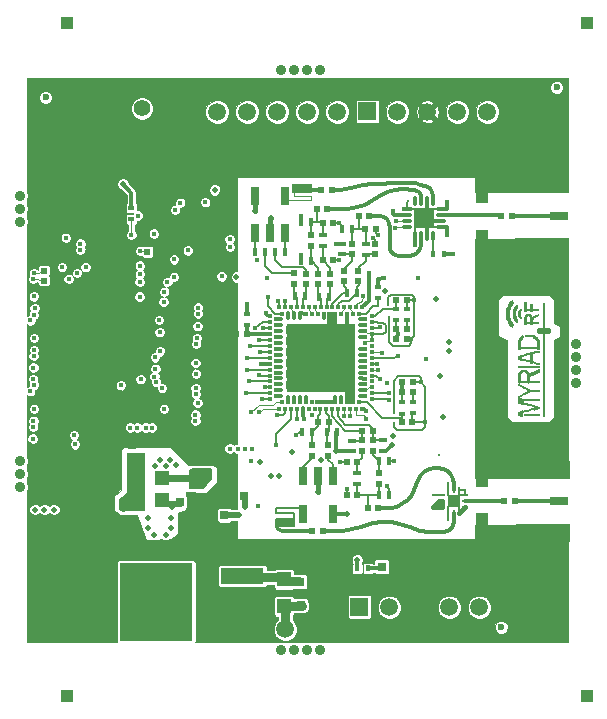
<source format=gtl>
%FSLAX34Y34*%
G04 Gerber Fmt 3.4, Leading zero omitted, Abs format*
G04 (created by PCBNEW (2013-10-29 BZR 4389)-product) date 1/27/2015 9:26:37 PM*
%MOIN*%
G01*
G70*
G90*
G04 APERTURE LIST*
%ADD10C,0.005906*%
%ADD11C,0.023622*%
%ADD12C,0.015700*%
%ADD13C,0.043200*%
%ADD14C,0.019500*%
%ADD15C,0.035400*%
%ADD16R,0.039200X0.039200*%
%ADD17R,0.047200X0.051000*%
%ADD18R,0.051000X0.047200*%
%ADD19R,0.019500X0.017500*%
%ADD20R,0.017500X0.019500*%
%ADD21R,0.025900X0.014000*%
%ADD22R,0.014000X0.025900*%
%ADD23R,0.027500X0.031400*%
%ADD24R,0.031400X0.027500*%
%ADD25R,0.019500X0.019500*%
%ADD26C,0.216500*%
%ADD27R,0.141700X0.055000*%
%ADD28R,0.244000X0.259800*%
%ADD29R,0.031400X0.031400*%
%ADD30R,0.184900X0.058900*%
%ADD31R,0.058900X0.027500*%
%ADD32C,0.051000*%
%ADD33C,0.055000*%
%ADD34C,0.059700*%
%ADD35R,0.059700X0.059700*%
%ADD36R,0.029900X0.064900*%
%ADD37R,0.066900X0.066900*%
%ADD38O,0.011700X0.033500*%
%ADD39O,0.012200X0.033500*%
%ADD40O,0.011800X0.033500*%
%ADD41O,0.033500X0.011800*%
%ADD42R,0.033500X0.011800*%
%ADD43O,0.033500X0.012200*%
%ADD44R,0.015700X0.020900*%
%ADD45R,0.002000X0.011400*%
%ADD46R,0.027600X0.009500*%
%ADD47R,0.032700X0.009500*%
%ADD48R,0.035400X0.009500*%
%ADD49R,0.055900X0.009500*%
%ADD50R,0.001900X0.009500*%
%ADD51R,0.001900X0.008300*%
%ADD52R,0.002000X0.009500*%
%ADD53R,0.001900X0.017100*%
%ADD54R,0.001900X0.034200*%
%ADD55R,0.001900X0.030400*%
%ADD56R,0.001900X0.009400*%
%ADD57R,0.001900X0.020900*%
%ADD58R,0.001900X0.038000*%
%ADD59R,0.001900X0.047500*%
%ADD60R,0.001900X0.058900*%
%ADD61R,0.001900X0.064600*%
%ADD62R,0.001900X0.070300*%
%ADD63R,0.001900X0.077900*%
%ADD64R,0.001900X0.028500*%
%ADD65R,0.001900X0.024700*%
%ADD66R,0.001900X0.022800*%
%ADD67R,0.001900X0.019000*%
%ADD68R,0.001900X0.013300*%
%ADD69R,0.001900X0.007600*%
%ADD70R,0.001900X0.003800*%
%ADD71R,0.001900X0.043700*%
%ADD72R,0.001900X0.055100*%
%ADD73R,0.001900X0.011400*%
%ADD74R,0.001900X0.005700*%
%ADD75R,0.002000X0.014000*%
%ADD76R,0.001900X0.033500*%
%ADD77R,0.001900X0.015200*%
%ADD78R,0.001900X0.036100*%
%ADD79R,0.001900X0.039900*%
%ADD80R,0.001900X0.032300*%
%ADD81R,0.001900X0.026600*%
%ADD82R,0.059100X0.009500*%
%ADD83R,0.015700X0.009500*%
%ADD84R,0.002000X0.038000*%
%ADD85R,0.001900X0.041800*%
%ADD86R,0.029500X0.009500*%
%ADD87R,0.021700X0.009500*%
%ADD88R,0.072400X0.009500*%
%ADD89R,0.001900X0.378100*%
%ADD90R,0.009843X0.021654*%
%ADD91R,0.021654X0.009843*%
%ADD92R,0.043307X0.043307*%
%ADD93R,0.228346X0.228346*%
%ADD94R,0.011700X0.027500*%
%ADD95R,0.011700X0.011700*%
%ADD96R,0.011700X0.017700*%
%ADD97R,0.017700X0.011700*%
%ADD98R,0.149500X0.039200*%
%ADD99R,0.129900X0.039200*%
%ADD100R,0.039200X0.129900*%
%ADD101R,0.039200X0.149500*%
%ADD102C,0.011700*%
%ADD103C,0.019600*%
%ADD104C,0.013800*%
%ADD105C,0.019600*%
%ADD106C,0.015700*%
%ADD107C,0.011700*%
%ADD108C,0.007700*%
%ADD109C,0.011800*%
%ADD110C,0.012200*%
%ADD111C,0.019500*%
%ADD112C,0.031400*%
%ADD113C,0.005900*%
%ADD114C,0.007800*%
%ADD115C,0.003900*%
%ADD116C,0.023500*%
G04 APERTURE END LIST*
G54D10*
G54D11*
X48590Y-31346D03*
X65629Y-31015D03*
X63771Y-49007D03*
G54D12*
X61338Y-33307D03*
X60708Y-32598D03*
X61181Y-32598D03*
X60787Y-33307D03*
X62598Y-33307D03*
X62677Y-32598D03*
X62047Y-32598D03*
X62047Y-33307D03*
X64448Y-30866D03*
X63523Y-31023D03*
X63917Y-31023D03*
X64842Y-30866D03*
X63937Y-33228D03*
X63444Y-32637D03*
X60236Y-32598D03*
X63307Y-33228D03*
X54409Y-33307D03*
X54409Y-32992D03*
X54803Y-32992D03*
X54803Y-33307D03*
X55669Y-33307D03*
X55669Y-32992D03*
X55275Y-32992D03*
X55275Y-33307D03*
X52047Y-32913D03*
X59763Y-33307D03*
X60157Y-33307D03*
X52440Y-32913D03*
X51574Y-32913D03*
X59291Y-33307D03*
X58818Y-33307D03*
X51181Y-32913D03*
X56574Y-31023D03*
X60118Y-31023D03*
X60511Y-31023D03*
X56968Y-31023D03*
X57834Y-31023D03*
X61377Y-31023D03*
X60984Y-31023D03*
X57440Y-31023D03*
X59173Y-31023D03*
X62716Y-31023D03*
X63110Y-31023D03*
X59566Y-31023D03*
X58700Y-31023D03*
X62244Y-31023D03*
X61850Y-31023D03*
X58307Y-31023D03*
X49842Y-30826D03*
X54803Y-31003D03*
X55196Y-31003D03*
X50236Y-30826D03*
X48917Y-31200D03*
X56062Y-31003D03*
X55669Y-31003D03*
X50708Y-30826D03*
X48976Y-30826D03*
X53937Y-31003D03*
X54330Y-31003D03*
X49370Y-30826D03*
X48503Y-30826D03*
X53464Y-31003D03*
X53070Y-31003D03*
X48110Y-30826D03*
X56141Y-33307D03*
X56141Y-32992D03*
X56535Y-32992D03*
X56535Y-33307D03*
X57401Y-33307D03*
X57401Y-32992D03*
X57007Y-32992D03*
X57007Y-33307D03*
X49606Y-33858D03*
X49606Y-33543D03*
X50000Y-33543D03*
X50000Y-33858D03*
X49133Y-33858D03*
X49133Y-33543D03*
X48740Y-33543D03*
X48740Y-33858D03*
X64488Y-49370D03*
X64251Y-46535D03*
X64645Y-46535D03*
X64881Y-49370D03*
X65748Y-49370D03*
X65511Y-46535D03*
X65118Y-46535D03*
X65354Y-49370D03*
X62992Y-47086D03*
X62992Y-46771D03*
X63385Y-46771D03*
X63385Y-47086D03*
X62519Y-47086D03*
X62519Y-46771D03*
X62125Y-46771D03*
X62125Y-47086D03*
X63543Y-46141D03*
X63543Y-45826D03*
X63937Y-45826D03*
X63937Y-46141D03*
X63937Y-43858D03*
X63937Y-43543D03*
X63543Y-43543D03*
X63543Y-43858D03*
X63543Y-34409D03*
X63543Y-34094D03*
X63937Y-34094D03*
X63937Y-34409D03*
X63937Y-36535D03*
X63937Y-36220D03*
X63543Y-36220D03*
X63543Y-36535D03*
X64173Y-33779D03*
X64330Y-36850D03*
X64724Y-36850D03*
X64566Y-33779D03*
X65433Y-33779D03*
X65590Y-36850D03*
X65196Y-36850D03*
X65039Y-33779D03*
X52047Y-33307D03*
X65118Y-43307D03*
X65511Y-43307D03*
X52440Y-33307D03*
X51574Y-33307D03*
X64645Y-43307D03*
X64251Y-43307D03*
X51181Y-33307D03*
X65511Y-46850D03*
X65826Y-46850D03*
X65826Y-46535D03*
X65826Y-47165D03*
X60314Y-49370D03*
X60314Y-49055D03*
X60708Y-49055D03*
X60708Y-49370D03*
X61574Y-49370D03*
X61574Y-49055D03*
X61181Y-49055D03*
X61181Y-49370D03*
X62913Y-49370D03*
X62913Y-49055D03*
X63307Y-49055D03*
X63307Y-49370D03*
X62440Y-49370D03*
X62440Y-49055D03*
X62047Y-49055D03*
X62047Y-49370D03*
X58661Y-49370D03*
X58661Y-49055D03*
X64015Y-49370D03*
X65905Y-48661D03*
X65590Y-49055D03*
X65905Y-49055D03*
X63464Y-47559D03*
X63779Y-47086D03*
X59921Y-49370D03*
X59921Y-49055D03*
X58188Y-49055D03*
X58188Y-49370D03*
X59448Y-49370D03*
X59448Y-49055D03*
X59055Y-49055D03*
X59055Y-49370D03*
X54409Y-48661D03*
X57007Y-46299D03*
X56614Y-46299D03*
X54803Y-48661D03*
X55669Y-48661D03*
X59448Y-46299D03*
X59055Y-46299D03*
X55275Y-48661D03*
X50236Y-49370D03*
X48976Y-49370D03*
X48818Y-49055D03*
X53937Y-48661D03*
X49763Y-49370D03*
X48503Y-49370D03*
X48110Y-49370D03*
X49370Y-49370D03*
X55433Y-46771D03*
X54173Y-48346D03*
X54566Y-48346D03*
X55826Y-46771D03*
X56692Y-46771D03*
X53779Y-47795D03*
X55039Y-48346D03*
X56299Y-46771D03*
X58031Y-46771D03*
X58425Y-46771D03*
X57559Y-46771D03*
X53779Y-47244D03*
X54251Y-47795D03*
X57165Y-46771D03*
X48976Y-35354D03*
X49527Y-36692D03*
X49133Y-36456D03*
X48897Y-35039D03*
X48976Y-43543D03*
X49291Y-43543D03*
X49291Y-43149D03*
X48976Y-43149D03*
X53779Y-37795D03*
X54330Y-37795D03*
X54173Y-39133D03*
X54015Y-41338D03*
X49763Y-43543D03*
X50078Y-43543D03*
X50078Y-43149D03*
X49763Y-43149D03*
X54803Y-44094D03*
X55669Y-44960D03*
X55433Y-43464D03*
X54566Y-42362D03*
X48110Y-34724D03*
X48582Y-34409D03*
X48582Y-34803D03*
X48110Y-35118D03*
X48110Y-45669D03*
X48425Y-45669D03*
X48582Y-35275D03*
X48110Y-35590D03*
X48110Y-47007D03*
X48425Y-47007D03*
X48425Y-47401D03*
X48110Y-47401D03*
X48110Y-46535D03*
X48425Y-46535D03*
X48425Y-46141D03*
X48110Y-46141D03*
X48110Y-33543D03*
X48110Y-31181D03*
X48110Y-31574D03*
X48110Y-33937D03*
X48818Y-33228D03*
X50787Y-32992D03*
X50629Y-31259D03*
X48110Y-34409D03*
X48110Y-32755D03*
X48425Y-32755D03*
X48425Y-33149D03*
X48110Y-33149D03*
X48110Y-32283D03*
X48425Y-32283D03*
X48425Y-31889D03*
X48110Y-31889D03*
X48110Y-47795D03*
X48425Y-47795D03*
X48425Y-48188D03*
X48110Y-48188D03*
X48110Y-49055D03*
X48425Y-49055D03*
X48425Y-48661D03*
X48110Y-48661D03*
X50787Y-48818D03*
X50314Y-46771D03*
X50708Y-47086D03*
X50393Y-49133D03*
X48740Y-47086D03*
X49763Y-46692D03*
X49212Y-46771D03*
X48897Y-46771D03*
X49448Y-39133D03*
X49763Y-39133D03*
X49763Y-39527D03*
X49448Y-39527D03*
X49370Y-38031D03*
X49763Y-38188D03*
X48976Y-38188D03*
X50157Y-38031D03*
X49527Y-40157D03*
X49842Y-40157D03*
X49842Y-40551D03*
X49527Y-40551D03*
X49370Y-41417D03*
X49921Y-41417D03*
X49921Y-41889D03*
X49370Y-41889D03*
X65826Y-33700D03*
X65826Y-33228D03*
X65433Y-33385D03*
X65905Y-31496D03*
X65826Y-38425D03*
X65826Y-41181D03*
X65826Y-40787D03*
X65826Y-38031D03*
X65826Y-39763D03*
X54566Y-33779D03*
X56771Y-33779D03*
X65826Y-40157D03*
X65826Y-39291D03*
X65826Y-42047D03*
X65826Y-41653D03*
X65826Y-38897D03*
X65905Y-36850D03*
X63700Y-33700D03*
X63622Y-40393D03*
X63543Y-38267D03*
X63543Y-38661D03*
X63622Y-40787D03*
X63622Y-41653D03*
X63543Y-39527D03*
X63543Y-39133D03*
X63622Y-41259D03*
X63622Y-42992D03*
X63149Y-42204D03*
X63070Y-39842D03*
X63149Y-42598D03*
X63622Y-42519D03*
X65905Y-43307D03*
X63543Y-40000D03*
X63622Y-42125D03*
X63070Y-40236D03*
X63543Y-37401D03*
X63070Y-37480D03*
X63070Y-37874D03*
X63543Y-37795D03*
X63543Y-36929D03*
X61653Y-33779D03*
X59212Y-33779D03*
X63937Y-36850D03*
X61496Y-46377D03*
X58346Y-47795D03*
X58346Y-48661D03*
X63622Y-46535D03*
X63858Y-46771D03*
X58346Y-48267D03*
G54D13*
X49554Y-45454D03*
X49554Y-35062D03*
G54D14*
X56102Y-43975D03*
G54D12*
X61386Y-35540D03*
X61024Y-35536D03*
X61024Y-35198D03*
X61394Y-35193D03*
G54D15*
X47725Y-34630D03*
X47725Y-35063D03*
X47725Y-35496D03*
X47725Y-44335D03*
X47725Y-43902D03*
X47725Y-43469D03*
X66268Y-39571D03*
X66268Y-40004D03*
X66268Y-40437D03*
X66268Y-40870D03*
G54D16*
X49299Y-51303D03*
X66622Y-51303D03*
X66621Y-28862D03*
G54D12*
X58299Y-40354D03*
X58299Y-39921D03*
X58082Y-40138D03*
X58515Y-40138D03*
X61011Y-37386D03*
X62078Y-44708D03*
X62275Y-44901D03*
X58732Y-40354D03*
X57866Y-40354D03*
X57433Y-40354D03*
X57000Y-40354D03*
X56783Y-40571D03*
X57216Y-40571D03*
X57653Y-40571D03*
X58082Y-40571D03*
X58515Y-40571D03*
X58515Y-41004D03*
X58082Y-41004D03*
X57653Y-41004D03*
X57216Y-41004D03*
X56783Y-41004D03*
X57000Y-40787D03*
X57433Y-40787D03*
X58299Y-40787D03*
X57866Y-40787D03*
X58732Y-40787D03*
X58732Y-39921D03*
X57866Y-39921D03*
X57433Y-39921D03*
X57000Y-39921D03*
X56783Y-40138D03*
X57216Y-40138D03*
X57653Y-40138D03*
X58515Y-39705D03*
X58082Y-39705D03*
X57653Y-39705D03*
X57216Y-39705D03*
X56783Y-39705D03*
X57000Y-39488D03*
X57433Y-39488D03*
X58299Y-39488D03*
X57866Y-39488D03*
X58732Y-39488D03*
X58732Y-39055D03*
X57866Y-39055D03*
X58299Y-39055D03*
X57433Y-39055D03*
X57000Y-39055D03*
X56783Y-39272D03*
X57216Y-39272D03*
X57653Y-39272D03*
X58082Y-39272D03*
X58515Y-39272D03*
G54D14*
X48861Y-45087D03*
X48546Y-45087D03*
X48231Y-45087D03*
X52389Y-43424D03*
X52744Y-43424D03*
X52941Y-43620D03*
X52586Y-43621D03*
X52782Y-45375D03*
X52782Y-45690D03*
X52584Y-45927D03*
X52190Y-45927D03*
X51994Y-45690D03*
X51994Y-45375D03*
G54D17*
X56532Y-48310D03*
X56532Y-47406D03*
G54D18*
X51568Y-44036D03*
X52472Y-44036D03*
X51568Y-44772D03*
X52472Y-44772D03*
G54D19*
X51445Y-35036D03*
X51445Y-35406D03*
G54D20*
X61870Y-36559D03*
X61500Y-36559D03*
G54D19*
X60461Y-41890D03*
X60461Y-41520D03*
X55299Y-38559D03*
X55299Y-38929D03*
X60827Y-41504D03*
X60827Y-41874D03*
X60618Y-38784D03*
X60618Y-38414D03*
X60264Y-38402D03*
X60264Y-38772D03*
X59665Y-38024D03*
X59665Y-37654D03*
G54D21*
X58799Y-43133D03*
X58799Y-42793D03*
X57825Y-35952D03*
X57825Y-36292D03*
X59843Y-43123D03*
X59843Y-42783D03*
G54D22*
X58800Y-35740D03*
X58460Y-35740D03*
X57442Y-36787D03*
X57102Y-36787D03*
G54D21*
X58472Y-36568D03*
X58472Y-36228D03*
G54D22*
X57434Y-35512D03*
X57094Y-35512D03*
X58957Y-37870D03*
X58617Y-37870D03*
G54D21*
X59252Y-36247D03*
X59252Y-36587D03*
G54D22*
X58296Y-42520D03*
X57956Y-42520D03*
X57123Y-42500D03*
X57463Y-42500D03*
X59692Y-44606D03*
X60032Y-44606D03*
G54D21*
X58976Y-44225D03*
X58976Y-43885D03*
G54D22*
X59692Y-43484D03*
X60032Y-43484D03*
X57237Y-37984D03*
X56897Y-37984D03*
X56568Y-36500D03*
X56228Y-36500D03*
X55550Y-36496D03*
X55890Y-36496D03*
X58044Y-37992D03*
X57704Y-37992D03*
G54D23*
X57078Y-47500D03*
X57508Y-47500D03*
X57088Y-48284D03*
X57518Y-48284D03*
X54542Y-45276D03*
X54112Y-45276D03*
G54D24*
X51469Y-43372D03*
X51469Y-42943D03*
G54D23*
X53057Y-44851D03*
X53487Y-44851D03*
X55215Y-44638D03*
X54785Y-44638D03*
X53990Y-43882D03*
X54420Y-43882D03*
G54D25*
X59016Y-35305D03*
X59370Y-35305D03*
X59327Y-45031D03*
X59681Y-45031D03*
X58976Y-44606D03*
X58622Y-44606D03*
X59693Y-43878D03*
X59693Y-44232D03*
X58976Y-43504D03*
X58622Y-43504D03*
X59124Y-42776D03*
X59124Y-43130D03*
X59488Y-42776D03*
X59488Y-43130D03*
X59130Y-42477D03*
X59484Y-42477D03*
X59577Y-36584D03*
X59577Y-36230D03*
X57469Y-45799D03*
X57823Y-45799D03*
X57622Y-35059D03*
X57976Y-35059D03*
X58004Y-42933D03*
X58004Y-43287D03*
X57461Y-42933D03*
X57461Y-43287D03*
X57667Y-42165D03*
X58021Y-42165D03*
X59012Y-37480D03*
X59012Y-37126D03*
X59248Y-35744D03*
X59602Y-35744D03*
X58799Y-36575D03*
X58799Y-36221D03*
X57441Y-36289D03*
X57441Y-35935D03*
X51976Y-36496D03*
X52330Y-36496D03*
X57825Y-35522D03*
X58179Y-35522D03*
X58071Y-37579D03*
X58071Y-37225D03*
X57677Y-37579D03*
X57677Y-37225D03*
X57260Y-37575D03*
X57260Y-37221D03*
X57825Y-36781D03*
X58179Y-36781D03*
X57764Y-34433D03*
X58118Y-34433D03*
X56874Y-37567D03*
X56874Y-37213D03*
X58547Y-37480D03*
X58547Y-37126D03*
X63775Y-35299D03*
X64129Y-35299D03*
X48532Y-37130D03*
X48532Y-36776D03*
X48532Y-37457D03*
X48532Y-37811D03*
X60264Y-38110D03*
X60618Y-38110D03*
X60268Y-39083D03*
X60622Y-39083D03*
X60264Y-39406D03*
X60618Y-39406D03*
X60473Y-40831D03*
X60827Y-40831D03*
X60461Y-42173D03*
X60815Y-42173D03*
X55283Y-39252D03*
X54929Y-39252D03*
X60481Y-41173D03*
X60835Y-41173D03*
G54D26*
X49752Y-32228D03*
X64791Y-32228D03*
X64791Y-47975D03*
X49752Y-47975D03*
G54D27*
X55145Y-49107D03*
G54D28*
X52271Y-48173D03*
G54D27*
X55145Y-47309D03*
G54D14*
X56378Y-43975D03*
X52232Y-43621D03*
G54D20*
X59347Y-47051D03*
X58977Y-47051D03*
G54D29*
X60421Y-46992D03*
X59791Y-46992D03*
G54D14*
X52112Y-49195D03*
X51720Y-49197D03*
X52507Y-49197D03*
X51325Y-49197D03*
X52902Y-49197D03*
X51325Y-48802D03*
X51325Y-48410D03*
X51325Y-48015D03*
X51325Y-47622D03*
X51325Y-47267D03*
X51720Y-47267D03*
X52114Y-47267D03*
X52507Y-47267D03*
X52900Y-47267D03*
X52900Y-47622D03*
X52900Y-48015D03*
X52900Y-48410D03*
X52900Y-48802D03*
G54D16*
X49299Y-28862D03*
G54D15*
X56426Y-49768D03*
X56859Y-49768D03*
X57292Y-49768D03*
X57726Y-49768D03*
X56425Y-30437D03*
X56858Y-30437D03*
X57291Y-30437D03*
X57725Y-30437D03*
G54D30*
X65161Y-43763D03*
X65161Y-45867D03*
G54D31*
X65711Y-44815D03*
G54D30*
X65145Y-34246D03*
X65145Y-36350D03*
G54D31*
X65695Y-35298D03*
G54D32*
X51299Y-32217D03*
X52299Y-32217D03*
X52299Y-31217D03*
X51299Y-31217D03*
G54D33*
X51799Y-31717D03*
G54D34*
X58307Y-31834D03*
X57307Y-31834D03*
X56307Y-31834D03*
X55307Y-31834D03*
G54D35*
X53307Y-31814D03*
G54D34*
X54307Y-31834D03*
G54D35*
X57576Y-49079D03*
G54D34*
X56576Y-49079D03*
G54D36*
X57164Y-43981D03*
X57664Y-43981D03*
X58164Y-43981D03*
X58164Y-45232D03*
X57164Y-45232D03*
G54D37*
X61200Y-35379D03*
G54D38*
X61298Y-34799D03*
G54D39*
X61102Y-34799D03*
G54D38*
X60905Y-34799D03*
G54D39*
X61495Y-34799D03*
X61102Y-35959D03*
G54D40*
X60905Y-35960D03*
X61298Y-35960D03*
X61495Y-35960D03*
G54D41*
X60619Y-35281D03*
G54D42*
X60619Y-35084D03*
G54D41*
X60619Y-35477D03*
X60619Y-35674D03*
G54D43*
X61780Y-35281D03*
G54D41*
X61781Y-35084D03*
X61781Y-35477D03*
X61781Y-35674D03*
G54D36*
X56579Y-35874D03*
X56079Y-35874D03*
X55579Y-35874D03*
X55579Y-34623D03*
X56579Y-34623D03*
G54D44*
X65303Y-39141D03*
G54D45*
X65063Y-40479D03*
G54D46*
X64551Y-40832D03*
G54D47*
X64905Y-40832D03*
G54D48*
X64890Y-41137D03*
G54D49*
X64791Y-41438D03*
G54D50*
X65437Y-39141D03*
G54D51*
X64362Y-40940D03*
G54D52*
X64377Y-41328D03*
G54D51*
X64358Y-41334D03*
G54D53*
X64378Y-41479D03*
G54D54*
X65043Y-39587D03*
G54D55*
X65059Y-39606D03*
G54D50*
X65063Y-40224D03*
G54D52*
X65044Y-40224D03*
G54D56*
X65059Y-39826D03*
G54D57*
X63960Y-38571D03*
G54D58*
X63979Y-38561D03*
G54D59*
X63998Y-38571D03*
G54D60*
X64017Y-38571D03*
G54D61*
X64036Y-38561D03*
G54D62*
X64055Y-38571D03*
G54D63*
X64074Y-38571D03*
G54D64*
X64093Y-38837D03*
X64093Y-38305D03*
G54D65*
X64112Y-38875D03*
X64112Y-38267D03*
G54D66*
X64131Y-38903D03*
G54D57*
X64131Y-38229D03*
G54D67*
X64150Y-38922D03*
G54D53*
X64150Y-38210D03*
G54D68*
X64169Y-38932D03*
X64169Y-38210D03*
G54D50*
X64188Y-38932D03*
G54D65*
X64188Y-38571D03*
G54D69*
X64188Y-38200D03*
G54D70*
X64207Y-38941D03*
G54D54*
X64207Y-38561D03*
G54D70*
X64207Y-38200D03*
G54D71*
X64226Y-38571D03*
G54D59*
X64245Y-38571D03*
G54D72*
X64264Y-38571D03*
G54D66*
X64283Y-38751D03*
G54D57*
X64283Y-38381D03*
G54D53*
X64302Y-38780D03*
X64302Y-38362D03*
G54D73*
X64321Y-38789D03*
X64321Y-38352D03*
G54D74*
X64340Y-38799D03*
X64340Y-38343D03*
G54D68*
X64359Y-41915D03*
G54D75*
X64358Y-41464D03*
G54D76*
X64362Y-40712D03*
G54D73*
X64359Y-40024D03*
G54D55*
X64359Y-39606D03*
G54D50*
X64359Y-38571D03*
G54D77*
X64378Y-41905D03*
G54D50*
X64378Y-40946D03*
G54D78*
X64378Y-40699D03*
G54D77*
X64378Y-40024D03*
G54D54*
X64378Y-39587D03*
G54D57*
X64378Y-38571D03*
G54D77*
X64397Y-41905D03*
G54D53*
X64397Y-41478D03*
G54D50*
X64397Y-41326D03*
X64397Y-40946D03*
G54D58*
X64397Y-40689D03*
G54D77*
X64397Y-40024D03*
G54D58*
X64397Y-39568D03*
G54D64*
X64397Y-38571D03*
G54D77*
X64416Y-41905D03*
G54D53*
X64416Y-41478D03*
G54D50*
X64416Y-41307D03*
X64416Y-40965D03*
G54D79*
X64416Y-40680D03*
G54D77*
X64416Y-40024D03*
G54D79*
X64416Y-39559D03*
G54D80*
X64416Y-38571D03*
G54D53*
X64435Y-41896D03*
X64435Y-41478D03*
G54D50*
X64435Y-41307D03*
X64435Y-40965D03*
G54D68*
X64435Y-40528D03*
G54D53*
X64435Y-40034D03*
G54D77*
X64435Y-39416D03*
G54D50*
X64435Y-38685D03*
X64435Y-38457D03*
G54D53*
X64454Y-41896D03*
X64454Y-41478D03*
G54D50*
X64454Y-41288D03*
X64454Y-40984D03*
G54D73*
X64454Y-40499D03*
G54D67*
X64454Y-40024D03*
G54D68*
X64454Y-39388D03*
G54D70*
X64454Y-38694D03*
X64454Y-38447D03*
G54D53*
X64473Y-41896D03*
G54D67*
X64473Y-41487D03*
G54D50*
X64473Y-41288D03*
X64473Y-40984D03*
X64473Y-40490D03*
G54D69*
X64473Y-40081D03*
G54D50*
X64473Y-39977D03*
G54D73*
X64473Y-39359D03*
G54D53*
X64492Y-41896D03*
G54D67*
X64492Y-41487D03*
G54D50*
X64492Y-41269D03*
G54D69*
X64492Y-40993D03*
G54D50*
X64492Y-40490D03*
X64492Y-40091D03*
G54D69*
X64492Y-39967D03*
G54D73*
X64492Y-39359D03*
G54D67*
X64511Y-41886D03*
X64511Y-41487D03*
G54D50*
X64511Y-41269D03*
X64511Y-41003D03*
X64511Y-40471D03*
X64511Y-40091D03*
X64511Y-39958D03*
G54D73*
X64511Y-39340D03*
G54D69*
X64530Y-41829D03*
G54D67*
X64530Y-41487D03*
G54D50*
X64530Y-41250D03*
G54D69*
X64530Y-41012D03*
G54D50*
X64530Y-40471D03*
X64530Y-40091D03*
X64530Y-39958D03*
X64530Y-39331D03*
G54D69*
X64549Y-41829D03*
G54D57*
X64549Y-41497D03*
G54D50*
X64549Y-41250D03*
X64549Y-41022D03*
X64549Y-40471D03*
G54D69*
X64549Y-40100D03*
G54D50*
X64549Y-39958D03*
X64549Y-39331D03*
X64568Y-41820D03*
X64568Y-41554D03*
X64568Y-41231D03*
G54D69*
X64568Y-41031D03*
G54D50*
X64568Y-40471D03*
X64568Y-40110D03*
G54D69*
X64568Y-39948D03*
G54D81*
X64568Y-38789D03*
G54D55*
X64568Y-38333D03*
G54D69*
X64587Y-41810D03*
X64587Y-41563D03*
G54D50*
X64587Y-41231D03*
X64587Y-41041D03*
X64587Y-40471D03*
X64587Y-40110D03*
X64587Y-39939D03*
G54D64*
X64587Y-38780D03*
G54D55*
X64587Y-38333D03*
G54D69*
X64606Y-41810D03*
G54D50*
X64606Y-41573D03*
X64606Y-41212D03*
G54D69*
X64606Y-41050D03*
G54D50*
X64606Y-40490D03*
G54D69*
X64606Y-40119D03*
G54D50*
X64606Y-39939D03*
G54D80*
X64606Y-38761D03*
G54D55*
X64606Y-38333D03*
G54D69*
X64625Y-41810D03*
G54D50*
X64625Y-41573D03*
X64625Y-41212D03*
X64625Y-41060D03*
G54D73*
X64625Y-40499D03*
G54D50*
X64625Y-40129D03*
X64625Y-39939D03*
G54D80*
X64625Y-38761D03*
G54D55*
X64625Y-38333D03*
G54D50*
X64644Y-41801D03*
X64644Y-41573D03*
X64644Y-41193D03*
G54D69*
X64644Y-41069D03*
G54D73*
X64644Y-40518D03*
G54D50*
X64644Y-40129D03*
X64644Y-39920D03*
G54D68*
X64644Y-38647D03*
G54D69*
X64663Y-41791D03*
X64663Y-41582D03*
G54D67*
X64663Y-41126D03*
G54D77*
X64663Y-40537D03*
G54D50*
X64663Y-40129D03*
X64663Y-39920D03*
X64663Y-38628D03*
G54D69*
X64682Y-41791D03*
G54D50*
X64682Y-41592D03*
G54D53*
X64682Y-41136D03*
G54D79*
X64682Y-40680D03*
G54D69*
X64682Y-40138D03*
G54D50*
X64682Y-39920D03*
X64682Y-38609D03*
G54D69*
X64701Y-41791D03*
G54D50*
X64701Y-41592D03*
G54D77*
X64701Y-41126D03*
G54D58*
X64701Y-40689D03*
G54D50*
X64701Y-40148D03*
X64701Y-39901D03*
G54D82*
X64704Y-39711D03*
G54D83*
X64701Y-38875D03*
G54D50*
X64701Y-38609D03*
G54D83*
X64701Y-38438D03*
G54D50*
X64720Y-41782D03*
G54D69*
X64720Y-41601D03*
G54D68*
X64720Y-41136D03*
G54D54*
X64720Y-40708D03*
G54D50*
X64720Y-40148D03*
X64720Y-39901D03*
G54D69*
X64720Y-38618D03*
G54D49*
X64791Y-41934D03*
G54D69*
X64739Y-41772D03*
X64739Y-41601D03*
G54D80*
X64739Y-40718D03*
G54D50*
X64739Y-40148D03*
X64739Y-39901D03*
X64739Y-38628D03*
G54D69*
X64758Y-41772D03*
G54D50*
X64758Y-41611D03*
X64758Y-40604D03*
G54D73*
X64758Y-40157D03*
G54D50*
X64758Y-39901D03*
G54D73*
X64758Y-38637D03*
G54D50*
X64777Y-41763D03*
X64777Y-41611D03*
G54D73*
X64777Y-40594D03*
G54D84*
X64777Y-40024D03*
G54D80*
X64777Y-38761D03*
G54D65*
X64777Y-38362D03*
G54D69*
X64796Y-41753D03*
X64796Y-41620D03*
G54D50*
X64796Y-40585D03*
G54D58*
X64796Y-40024D03*
G54D55*
X64796Y-38770D03*
G54D65*
X64796Y-38362D03*
G54D69*
X64815Y-41753D03*
X64815Y-41620D03*
G54D73*
X64815Y-40575D03*
G54D58*
X64815Y-40024D03*
G54D64*
X64815Y-38780D03*
G54D65*
X64815Y-38362D03*
G54D69*
X64834Y-41753D03*
G54D50*
X64834Y-41630D03*
G54D73*
X64834Y-40575D03*
G54D85*
X64834Y-40024D03*
G54D86*
X64701Y-39311D03*
G54D81*
X64834Y-38789D03*
G54D65*
X64834Y-38362D03*
G54D50*
X64853Y-41744D03*
X64853Y-41630D03*
X64853Y-40566D03*
X64853Y-40186D03*
X64853Y-39863D03*
G54D73*
X64853Y-39321D03*
X64853Y-38694D03*
G54D69*
X64872Y-41734D03*
X64872Y-41639D03*
G54D73*
X64872Y-40556D03*
G54D50*
X64872Y-40186D03*
X64872Y-39863D03*
X64872Y-39331D03*
X64872Y-38685D03*
G54D53*
X64891Y-41687D03*
G54D50*
X64891Y-40547D03*
X64891Y-40205D03*
X64891Y-39863D03*
G54D73*
X64891Y-39340D03*
G54D50*
X64891Y-38685D03*
G54D53*
X64910Y-41687D03*
G54D73*
X64910Y-40537D03*
G54D50*
X64910Y-40205D03*
X64910Y-39844D03*
X64910Y-39350D03*
X64910Y-38666D03*
G54D77*
X64929Y-41696D03*
G54D73*
X64929Y-40537D03*
G54D50*
X64929Y-40205D03*
X64929Y-39844D03*
G54D73*
X64929Y-39359D03*
G54D50*
X64929Y-38666D03*
G54D68*
X64948Y-41687D03*
G54D50*
X64948Y-40528D03*
X64948Y-40205D03*
X64948Y-39844D03*
G54D73*
X64948Y-39378D03*
G54D50*
X64948Y-38647D03*
G54D87*
X64945Y-38438D03*
G54D68*
X64967Y-41687D03*
G54D73*
X64967Y-40518D03*
G54D50*
X64967Y-40224D03*
X64967Y-39825D03*
G54D77*
X64967Y-39397D03*
G54D87*
X64945Y-38875D03*
G54D50*
X64967Y-38647D03*
G54D68*
X64986Y-41687D03*
G54D50*
X64986Y-40509D03*
G54D88*
X64712Y-40345D03*
G54D50*
X64986Y-40224D03*
X64986Y-39825D03*
G54D73*
X64986Y-39701D03*
G54D57*
X64986Y-39445D03*
G54D50*
X64986Y-39141D03*
X64986Y-38628D03*
X65005Y-41687D03*
G54D73*
X65005Y-40499D03*
G54D50*
X65005Y-40224D03*
X65005Y-39825D03*
G54D79*
X65005Y-39559D03*
G54D68*
X65005Y-39141D03*
G54D50*
X65005Y-38628D03*
X65024Y-41687D03*
X65024Y-40490D03*
X65024Y-40224D03*
X65024Y-39825D03*
G54D78*
X65024Y-39578D03*
G54D53*
X65024Y-39141D03*
G54D69*
X65024Y-38618D03*
G54D50*
X65043Y-41687D03*
G54D73*
X65043Y-40480D03*
G54D56*
X65043Y-39826D03*
G54D50*
X65043Y-38609D03*
G54D74*
X65062Y-41687D03*
G54D44*
X65110Y-39141D03*
G54D89*
X65195Y-40091D03*
X65214Y-40091D03*
X65233Y-40091D03*
G54D67*
X65386Y-39141D03*
G54D53*
X65404Y-39141D03*
G54D68*
X65421Y-39141D03*
G54D34*
X63314Y-31834D03*
X62314Y-31834D03*
X61314Y-31834D03*
G54D35*
X59314Y-31814D03*
G54D34*
X60314Y-31834D03*
X63043Y-48350D03*
X62043Y-48350D03*
X61043Y-48350D03*
G54D35*
X59043Y-48330D03*
G54D34*
X60043Y-48350D03*
G54D90*
X62185Y-45208D03*
X61988Y-45208D03*
X62381Y-45208D03*
X62381Y-44421D03*
X62185Y-44421D03*
X61988Y-44421D03*
G54D91*
X61791Y-45011D03*
X61791Y-44814D03*
X61791Y-44618D03*
X62578Y-44814D03*
X62578Y-44618D03*
X62578Y-45011D03*
G54D92*
X62185Y-44814D03*
G54D25*
X63882Y-44814D03*
X64236Y-44814D03*
G54D93*
X57751Y-40028D03*
G54D94*
X58242Y-40948D03*
X58242Y-40580D03*
X58242Y-40216D03*
X58242Y-39845D03*
X58242Y-39480D03*
X58242Y-39113D03*
X58437Y-39113D03*
X58439Y-39480D03*
X58439Y-39845D03*
X58439Y-40216D03*
X58439Y-40580D03*
X58439Y-40948D03*
X58827Y-40948D03*
X58827Y-40580D03*
X58827Y-40216D03*
X58827Y-39845D03*
X58827Y-39480D03*
X58827Y-39113D03*
X58630Y-39113D03*
X58630Y-39480D03*
X58630Y-39845D03*
X58630Y-40216D03*
X58630Y-40580D03*
X58630Y-40948D03*
X57462Y-40948D03*
X57462Y-40580D03*
X57462Y-40216D03*
X57462Y-39845D03*
X57462Y-39480D03*
X57462Y-39113D03*
X57657Y-39113D03*
X57659Y-39480D03*
X57659Y-39845D03*
X57659Y-40216D03*
X57659Y-40580D03*
X57659Y-40948D03*
X58047Y-40948D03*
X58047Y-40580D03*
X58047Y-40216D03*
X58047Y-39845D03*
X58047Y-39480D03*
X58047Y-39113D03*
X57850Y-39113D03*
X57850Y-39480D03*
X57850Y-39845D03*
X57850Y-40216D03*
X57850Y-40580D03*
X57850Y-40948D03*
X57067Y-40948D03*
X57067Y-40580D03*
X57067Y-40216D03*
X57067Y-39845D03*
X57067Y-39480D03*
X57067Y-39113D03*
X57264Y-39113D03*
X57265Y-39480D03*
X57265Y-39845D03*
X57265Y-40216D03*
X57265Y-40580D03*
X57265Y-40948D03*
X56875Y-40948D03*
X56875Y-40580D03*
X56875Y-40216D03*
X56875Y-39845D03*
X56875Y-39480D03*
X56875Y-39113D03*
G54D95*
X58836Y-38554D03*
X59033Y-38554D03*
X58638Y-38554D03*
X58441Y-38554D03*
X58245Y-38554D03*
X58048Y-38554D03*
X57851Y-38554D03*
X57655Y-38554D03*
X57458Y-38554D03*
X57260Y-38554D03*
X57063Y-38554D03*
X56866Y-38554D03*
X56671Y-38554D03*
G54D96*
X59130Y-38330D03*
X58933Y-38330D03*
X58738Y-38330D03*
X58541Y-38330D03*
X58343Y-38330D03*
X58146Y-38330D03*
X57950Y-38330D03*
X57753Y-38330D03*
X57556Y-38330D03*
X57360Y-38330D03*
X57163Y-38330D03*
X56966Y-38330D03*
X56768Y-38330D03*
X56571Y-38330D03*
G54D95*
X56473Y-38554D03*
G54D97*
X59453Y-38653D03*
G54D95*
X59228Y-38753D03*
G54D97*
X59453Y-38852D03*
X59453Y-39048D03*
X59453Y-39245D03*
X59453Y-39442D03*
X59453Y-39638D03*
X59451Y-39835D03*
X59453Y-40032D03*
X59453Y-40228D03*
X59453Y-40427D03*
X59453Y-40622D03*
X59453Y-40820D03*
X59453Y-41017D03*
X59453Y-41212D03*
X59453Y-41400D03*
G54D95*
X59228Y-38950D03*
X59228Y-39145D03*
X59228Y-39343D03*
X59228Y-39540D03*
X59228Y-39737D03*
X59228Y-39933D03*
X59228Y-40132D03*
X59228Y-40327D03*
X59228Y-40523D03*
X59228Y-40722D03*
X59228Y-40918D03*
X59228Y-41312D03*
X59228Y-41115D03*
X58830Y-41505D03*
X59026Y-41505D03*
X58633Y-41505D03*
X58436Y-41505D03*
X58238Y-41505D03*
X58043Y-41505D03*
X57846Y-41505D03*
X57648Y-41505D03*
X57451Y-41505D03*
X57255Y-41505D03*
X57058Y-41505D03*
X56860Y-41505D03*
X56665Y-41505D03*
G54D96*
X59123Y-41730D03*
X58926Y-41730D03*
X58731Y-41730D03*
X58535Y-41730D03*
X58338Y-41730D03*
X58141Y-41730D03*
X57943Y-41730D03*
X57746Y-41730D03*
X57550Y-41729D03*
X57353Y-41730D03*
X57156Y-41730D03*
X56960Y-41730D03*
X56763Y-41730D03*
X56566Y-41730D03*
G54D95*
X56468Y-41505D03*
G54D96*
X56368Y-41730D03*
X56374Y-38330D03*
G54D97*
X56051Y-38652D03*
G54D95*
X56276Y-38751D03*
G54D97*
X56051Y-38849D03*
X56051Y-39046D03*
X56051Y-39243D03*
X56051Y-39440D03*
X56051Y-39637D03*
X56051Y-39833D03*
X56051Y-40030D03*
X56051Y-40227D03*
X56051Y-40424D03*
X56051Y-40621D03*
X56051Y-40818D03*
X56051Y-41015D03*
X56051Y-41210D03*
X56051Y-41407D03*
G54D95*
X56276Y-38948D03*
X56276Y-39144D03*
X56276Y-39341D03*
X56276Y-39538D03*
X56276Y-39735D03*
X56276Y-39932D03*
X56276Y-40129D03*
X56276Y-40326D03*
X56276Y-40522D03*
X56276Y-40719D03*
X56276Y-40916D03*
X56276Y-41310D03*
X56276Y-41113D03*
G54D94*
X56679Y-39113D03*
X56679Y-39480D03*
X56679Y-39845D03*
X56679Y-40216D03*
X56679Y-40580D03*
X56679Y-40948D03*
G54D98*
X60400Y-33783D03*
X58038Y-33783D03*
X55676Y-33783D03*
X53313Y-33783D03*
G54D99*
X51051Y-33783D03*
G54D100*
X50599Y-34235D03*
G54D101*
X63116Y-36500D03*
X63116Y-38862D03*
X63116Y-41223D03*
X63116Y-43587D03*
G54D99*
X62663Y-46301D03*
G54D100*
X63116Y-45847D03*
X50599Y-45847D03*
G54D99*
X51051Y-46301D03*
G54D98*
X53313Y-46301D03*
X55676Y-46301D03*
X58038Y-46301D03*
X60400Y-46301D03*
G54D101*
X50599Y-43587D03*
X50599Y-41223D03*
X50599Y-38862D03*
X50599Y-36500D03*
G54D99*
X62663Y-33783D03*
G54D100*
X63116Y-34235D03*
G54D102*
X61685Y-43255D03*
G54D14*
X56783Y-43173D03*
X61728Y-40646D03*
X61821Y-42018D03*
X61594Y-38083D03*
X55748Y-43512D03*
X55032Y-45276D03*
G54D102*
X61488Y-45011D03*
G54D14*
X58976Y-46772D03*
G54D12*
X60177Y-35130D03*
G54D14*
X54949Y-37343D03*
G54D12*
X52646Y-37508D03*
G54D14*
X54221Y-34441D03*
X51169Y-34244D03*
X57756Y-43449D03*
G54D12*
X56949Y-42618D03*
G54D14*
X58264Y-43146D03*
X60142Y-42921D03*
G54D12*
X55299Y-38228D03*
G54D14*
X62039Y-39803D03*
X59910Y-37815D03*
X62036Y-39500D03*
G54D12*
X49256Y-36028D03*
X53323Y-36453D03*
G54D102*
X60677Y-34807D03*
X61985Y-44190D03*
X62578Y-44440D03*
X61988Y-45425D03*
G54D14*
X50921Y-43799D03*
X51012Y-36701D03*
G54D12*
X48154Y-36225D03*
X48154Y-35831D03*
G54D14*
X48158Y-36717D03*
X48150Y-39079D03*
X48189Y-41437D03*
G54D12*
X48032Y-37599D03*
X48047Y-38189D03*
X48024Y-39571D03*
X48028Y-40551D03*
X48032Y-41933D03*
X48032Y-42918D03*
X48197Y-43508D03*
G54D14*
X48138Y-43807D03*
G54D12*
X48102Y-44492D03*
X50921Y-44492D03*
G54D14*
X58002Y-47500D03*
G54D12*
X59961Y-44311D03*
X58626Y-44390D03*
X58413Y-43508D03*
X60205Y-43484D03*
X59882Y-37386D03*
X58256Y-36228D03*
X57106Y-36587D03*
G54D14*
X58616Y-45230D03*
G54D12*
X61102Y-40835D03*
G54D14*
X57668Y-44518D03*
G54D12*
X52012Y-34799D03*
X61264Y-40071D03*
X54457Y-43477D03*
G54D14*
X53465Y-45815D03*
G54D12*
X54579Y-44225D03*
G54D14*
X54268Y-46508D03*
X57984Y-48284D03*
G54D12*
X61957Y-34823D03*
X60906Y-36260D03*
X61957Y-35933D03*
X62154Y-36559D03*
X61228Y-42177D03*
X60882Y-38087D03*
X60780Y-39406D03*
X59350Y-37213D03*
G54D103*
X56091Y-35378D03*
X55579Y-35130D03*
G54D12*
X59508Y-36051D03*
X59650Y-35925D03*
X57094Y-35291D03*
X58354Y-35528D03*
X58370Y-36783D03*
X48165Y-37402D03*
X60266Y-35482D03*
X48193Y-37205D03*
X60246Y-35719D03*
X49565Y-42918D03*
X49132Y-37012D03*
G54D102*
X61511Y-44618D03*
G54D14*
X55217Y-44988D03*
G54D12*
X55288Y-40421D03*
X55701Y-40618D03*
X55366Y-40819D03*
X55705Y-41839D03*
G54D104*
X59065Y-40325D03*
G54D12*
X51732Y-36461D03*
X53591Y-41236D03*
G54D104*
X56447Y-41309D03*
G54D12*
X59951Y-40876D03*
X51728Y-36957D03*
G54D104*
X59065Y-40522D03*
G54D12*
X52870Y-37327D03*
X51728Y-37240D03*
X52870Y-36752D03*
X59669Y-40425D03*
X55736Y-39831D03*
X53906Y-34843D03*
X48193Y-37984D03*
X60319Y-39984D03*
X52906Y-35095D03*
X52543Y-37827D03*
G54D104*
X56870Y-38720D03*
G54D12*
X55981Y-37386D03*
G54D104*
X59065Y-38750D03*
G54D12*
X57205Y-42071D03*
X60473Y-41000D03*
G54D104*
X59065Y-40915D03*
X59065Y-39341D03*
G54D12*
X60339Y-39244D03*
X57465Y-41937D03*
G54D104*
X57254Y-41339D03*
G54D14*
X52811Y-44992D03*
X53539Y-43862D03*
X53539Y-44197D03*
G54D12*
X60030Y-41211D03*
G54D104*
X59075Y-41112D03*
G54D12*
X60039Y-41437D03*
X55638Y-36756D03*
G54D104*
X57067Y-38720D03*
G54D12*
X59272Y-41807D03*
X59748Y-39020D03*
G54D104*
X58238Y-41339D03*
X59065Y-39144D03*
X59065Y-38947D03*
X59055Y-40128D03*
X57854Y-38720D03*
G54D12*
X59150Y-37972D03*
G54D104*
X57057Y-41339D03*
G54D12*
X55933Y-38528D03*
G54D104*
X56437Y-39734D03*
X56437Y-40325D03*
G54D12*
X56260Y-42953D03*
G54D104*
X56860Y-41339D03*
G54D14*
X60154Y-42638D03*
G54D104*
X59065Y-41309D03*
X59065Y-39931D03*
G54D12*
X55394Y-39638D03*
X53650Y-41536D03*
G54D104*
X56437Y-41112D03*
G54D12*
X53583Y-40201D03*
G54D104*
X56437Y-39931D03*
G54D12*
X55831Y-39047D03*
G54D104*
X56437Y-40915D03*
G54D12*
X53579Y-41925D03*
X53602Y-40559D03*
G54D104*
X56437Y-40128D03*
G54D12*
X55303Y-40032D03*
X53662Y-38355D03*
G54D104*
X56437Y-38750D03*
G54D12*
X55709Y-39445D03*
X56957Y-42059D03*
G54D104*
X56663Y-41339D03*
G54D12*
X52193Y-35890D03*
X59740Y-40740D03*
X54453Y-37319D03*
X51721Y-37508D03*
X54721Y-36075D03*
X59787Y-39870D03*
X55555Y-39028D03*
G54D104*
X56437Y-38947D03*
G54D12*
X53662Y-38555D03*
X53610Y-39571D03*
G54D104*
X56437Y-39537D03*
G54D12*
X53626Y-39370D03*
G54D104*
X56437Y-39341D03*
G54D12*
X53579Y-42122D03*
G54D104*
X56437Y-40719D03*
G54D12*
X55772Y-40232D03*
X55890Y-41016D03*
X55260Y-41209D03*
X55815Y-41406D03*
X55445Y-41846D03*
X56303Y-41937D03*
X53650Y-38981D03*
G54D104*
X56437Y-39144D03*
G54D12*
X53587Y-41040D03*
G54D104*
X56437Y-40522D03*
G54D12*
X59646Y-40225D03*
X54736Y-36331D03*
X49354Y-37402D03*
X53071Y-34862D03*
X52276Y-40847D03*
X52248Y-40394D03*
X48185Y-39965D03*
X48221Y-38386D03*
X52516Y-38162D03*
X48201Y-39768D03*
X52232Y-40016D03*
X48197Y-39370D03*
X52402Y-39815D03*
X48079Y-38783D03*
X52386Y-39181D03*
X48193Y-38591D03*
X52366Y-38772D03*
G54D104*
X59065Y-39734D03*
G54D12*
X51445Y-35929D03*
X52213Y-40654D03*
X48181Y-40355D03*
X55984Y-38016D03*
X56319Y-38122D03*
X56575Y-38130D03*
G54D104*
X56673Y-38711D03*
G54D12*
X49744Y-36425D03*
X49634Y-37205D03*
X49917Y-37012D03*
X49748Y-36225D03*
X51717Y-37992D03*
X52535Y-41732D03*
X48173Y-42331D03*
X52118Y-42354D03*
X54984Y-43063D03*
X48173Y-40748D03*
X55453Y-43067D03*
X51752Y-40748D03*
X48181Y-42130D03*
X51917Y-42355D03*
X48197Y-41732D03*
X51398Y-42355D03*
X48075Y-41142D03*
X51638Y-42355D03*
X48201Y-40949D03*
X54721Y-43055D03*
X51091Y-40949D03*
X55225Y-43067D03*
G54D104*
X59065Y-40719D03*
G54D12*
X51669Y-35288D03*
G54D104*
X58435Y-41339D03*
G54D12*
X58536Y-41973D03*
X59281Y-42067D03*
X58740Y-41969D03*
X52465Y-41043D03*
X49535Y-42618D03*
X48154Y-42725D03*
G54D14*
X51169Y-44827D03*
X51169Y-45063D03*
G54D105*
X54752Y-45276D02*
X55032Y-45276D01*
X54542Y-45276D02*
X54752Y-45276D01*
G54D106*
X61791Y-44814D02*
X61685Y-44814D01*
X61685Y-44814D02*
X61488Y-45011D01*
X61791Y-44814D02*
X61791Y-45011D01*
X61488Y-45011D02*
X61791Y-45011D01*
G54D107*
X58976Y-46919D02*
X58976Y-46772D01*
X58976Y-46919D02*
X58977Y-47051D01*
X59843Y-43123D02*
X59940Y-43123D01*
X59940Y-43123D02*
X60142Y-42921D01*
X58799Y-43133D02*
X58277Y-43133D01*
X58277Y-43133D02*
X58264Y-43146D01*
X60215Y-35281D02*
X60177Y-35243D01*
X60177Y-35243D02*
X60177Y-35130D01*
X60215Y-35281D02*
X60619Y-35281D01*
X51445Y-34552D02*
X51169Y-34244D01*
X51445Y-34552D02*
X51445Y-35036D01*
G54D108*
X57756Y-43449D02*
X57756Y-43409D01*
X57067Y-42500D02*
X56949Y-42618D01*
X57123Y-42500D02*
X57067Y-42500D01*
X58272Y-43150D02*
X58264Y-43146D01*
G54D107*
X58272Y-43150D02*
X58270Y-42520D01*
G54D109*
X55299Y-38335D02*
X55299Y-38228D01*
X55299Y-38559D02*
X55299Y-38335D01*
G54D110*
X65695Y-35298D02*
X64130Y-35298D01*
X64130Y-35298D02*
X64129Y-35299D01*
X65711Y-44815D02*
X64236Y-44815D01*
X64236Y-44815D02*
X64236Y-44814D01*
G54D108*
X60619Y-35084D02*
X60619Y-34865D01*
X60619Y-34865D02*
X60677Y-34807D01*
X60619Y-35084D02*
X60910Y-35084D01*
X60910Y-35084D02*
X61024Y-35198D01*
X61200Y-35379D02*
X61200Y-35374D01*
X61200Y-35374D02*
X61024Y-35198D01*
X60905Y-35960D02*
X60905Y-35655D01*
X60905Y-35655D02*
X61024Y-35536D01*
X61781Y-35674D02*
X61520Y-35674D01*
X61520Y-35674D02*
X61386Y-35540D01*
X61781Y-35084D02*
X61503Y-35084D01*
X61503Y-35084D02*
X61394Y-35193D01*
X60619Y-35084D02*
X60905Y-35084D01*
X61988Y-44421D02*
X61985Y-44190D01*
X62381Y-44421D02*
X62559Y-44421D01*
X62578Y-44440D02*
X62578Y-44618D01*
X62559Y-44421D02*
X62578Y-44440D01*
X61988Y-45208D02*
X61988Y-45425D01*
X61988Y-44421D02*
X61988Y-44618D01*
X61988Y-44618D02*
X62185Y-44814D01*
X62578Y-44618D02*
X62381Y-44618D01*
X62381Y-44618D02*
X62185Y-44814D01*
X62381Y-44421D02*
X62381Y-44618D01*
X62381Y-44618D02*
X62185Y-44814D01*
X62381Y-45208D02*
X62381Y-45011D01*
X62381Y-45011D02*
X62185Y-44814D01*
X61988Y-45208D02*
X61988Y-45011D01*
X61988Y-45011D02*
X62185Y-44814D01*
G54D106*
X62381Y-45208D02*
X62578Y-45011D01*
G54D108*
X48154Y-36225D02*
X48158Y-36225D01*
G54D107*
X58740Y-41505D02*
X58740Y-40795D01*
X58740Y-40795D02*
X58732Y-40787D01*
X58830Y-41505D02*
X58740Y-41505D01*
X58740Y-41505D02*
X58633Y-41505D01*
X58830Y-41505D02*
X58830Y-40885D01*
X58830Y-40885D02*
X58732Y-40787D01*
X58633Y-41232D02*
X58633Y-41122D01*
X58633Y-41122D02*
X58515Y-41004D01*
X58633Y-41505D02*
X58633Y-41232D01*
X58638Y-38554D02*
X58638Y-38961D01*
X58638Y-38961D02*
X58732Y-39055D01*
X58048Y-38554D02*
X58048Y-39238D01*
X58048Y-39238D02*
X58082Y-39272D01*
X58245Y-38554D02*
X58245Y-39001D01*
X58245Y-39001D02*
X58299Y-39055D01*
X57866Y-39055D02*
X57866Y-39056D01*
X57866Y-39056D02*
X58082Y-39272D01*
X58082Y-39272D02*
X58299Y-39055D01*
X58150Y-38554D02*
X58150Y-39055D01*
X57866Y-39055D02*
X58150Y-39055D01*
X58150Y-39055D02*
X58299Y-39055D01*
X58048Y-38554D02*
X58150Y-38554D01*
X58150Y-38554D02*
X58245Y-38554D01*
G54D111*
X57508Y-47500D02*
X58002Y-47500D01*
G54D108*
X60032Y-44606D02*
X60032Y-44390D01*
X60032Y-44390D02*
X59961Y-44311D01*
X58622Y-44606D02*
X58626Y-44555D01*
X58626Y-44555D02*
X58626Y-44390D01*
X58437Y-43504D02*
X58413Y-43508D01*
X58622Y-43504D02*
X58437Y-43504D01*
X60032Y-43484D02*
X60205Y-43484D01*
G54D109*
X59665Y-37406D02*
X59882Y-37386D01*
X59665Y-37406D02*
X59665Y-37654D01*
G54D108*
X58472Y-36228D02*
X58256Y-36228D01*
X57102Y-36787D02*
X57102Y-36591D01*
X57102Y-36591D02*
X57106Y-36587D01*
G54D107*
X58388Y-45230D02*
X58616Y-45230D01*
X58172Y-45226D02*
X58258Y-45226D01*
X58172Y-45226D02*
X58192Y-45233D01*
X58192Y-45233D02*
X58388Y-45230D01*
G54D106*
X57666Y-44516D02*
X57668Y-44518D01*
G54D112*
X57518Y-48284D02*
X57984Y-48284D01*
G54D109*
X61298Y-34799D02*
X61298Y-35281D01*
X61298Y-35281D02*
X61299Y-35477D01*
X61298Y-35960D02*
X61298Y-35477D01*
G54D113*
X61298Y-35477D02*
X61299Y-35477D01*
G54D109*
X61823Y-35476D02*
X61298Y-35477D01*
G54D113*
X61298Y-35477D02*
X61299Y-35477D01*
G54D109*
X61781Y-35084D02*
X61961Y-35079D01*
X61961Y-35079D02*
X61957Y-34823D01*
X61957Y-34823D02*
X61957Y-34823D01*
X60905Y-35960D02*
X60906Y-36063D01*
X60906Y-36063D02*
X60906Y-36260D01*
X61781Y-35674D02*
X61780Y-35677D01*
X61780Y-35677D02*
X61957Y-35673D01*
X61957Y-35673D02*
X61957Y-35933D01*
G54D107*
X61870Y-36559D02*
X62154Y-36559D01*
G54D114*
X60197Y-41870D02*
X60197Y-41520D01*
X61102Y-40712D02*
X61102Y-40835D01*
X61228Y-42177D02*
X61228Y-40992D01*
X61228Y-40992D02*
X61102Y-40835D01*
X61224Y-42173D02*
X61228Y-42177D01*
X61228Y-42324D02*
X61127Y-42425D01*
X61127Y-42425D02*
X60303Y-42425D01*
X60303Y-42425D02*
X60205Y-42327D01*
X60205Y-42327D02*
X60205Y-42181D01*
X61228Y-42177D02*
X61228Y-42324D01*
X60831Y-40835D02*
X60827Y-40831D01*
X61102Y-40835D02*
X60831Y-40835D01*
X60197Y-40792D02*
X60197Y-41520D01*
X60347Y-40642D02*
X60197Y-40792D01*
X61032Y-40642D02*
X60347Y-40642D01*
X61102Y-40712D02*
X61032Y-40642D01*
G54D108*
X60882Y-38087D02*
X60882Y-37996D01*
X60618Y-38110D02*
X60641Y-38087D01*
X60641Y-38087D02*
X60882Y-38087D01*
X60012Y-38008D02*
X60012Y-38276D01*
X60098Y-37921D02*
X60012Y-38008D01*
X60788Y-37921D02*
X60098Y-37921D01*
X60882Y-37996D02*
X60788Y-37921D01*
G54D114*
X60882Y-38087D02*
X60882Y-39299D01*
X60882Y-39299D02*
X60776Y-39405D01*
G54D108*
X60618Y-38414D02*
X60618Y-38110D01*
G54D114*
X60776Y-39405D02*
X60780Y-39406D01*
X60780Y-39406D02*
X60780Y-39551D01*
X60035Y-39504D02*
X60035Y-38630D01*
X60177Y-39646D02*
X60035Y-39504D01*
X60685Y-39646D02*
X60177Y-39646D01*
X60780Y-39551D02*
X60685Y-39646D01*
X60780Y-39406D02*
X60618Y-39406D01*
X60815Y-42173D02*
X61224Y-42173D01*
X60815Y-41862D02*
X60815Y-42173D01*
G54D109*
X59130Y-38330D02*
X59147Y-38330D01*
X59147Y-38330D02*
X59354Y-38123D01*
X59354Y-38123D02*
X59350Y-37213D01*
G54D106*
X56079Y-35874D02*
X56079Y-35374D01*
X56079Y-35374D02*
X56091Y-35378D01*
X55579Y-34623D02*
X55579Y-35130D01*
X57666Y-43982D02*
X57666Y-44516D01*
G54D108*
X59577Y-36230D02*
X59577Y-36073D01*
X59577Y-36073D02*
X59508Y-36051D01*
X59602Y-35744D02*
X59602Y-35858D01*
X59602Y-35858D02*
X59650Y-35925D01*
X58460Y-35634D02*
X58354Y-35528D01*
X58460Y-35634D02*
X58460Y-35740D01*
X57094Y-35512D02*
X57094Y-35315D01*
X57094Y-35315D02*
X57094Y-35291D01*
X58179Y-35522D02*
X58348Y-35522D01*
X58348Y-35522D02*
X58354Y-35528D01*
X58179Y-36781D02*
X58368Y-36781D01*
X58368Y-36781D02*
X58370Y-36783D01*
G54D115*
X48299Y-37402D02*
X48532Y-37457D01*
X48299Y-37402D02*
X48165Y-37402D01*
X60266Y-35482D02*
X60619Y-35477D01*
X48339Y-37205D02*
X48193Y-37205D01*
X48339Y-37205D02*
X48555Y-37126D01*
X60327Y-35674D02*
X60246Y-35719D01*
X60327Y-35674D02*
X60619Y-35674D01*
G54D108*
X61511Y-44618D02*
X61791Y-44618D01*
G54D105*
X55217Y-44988D02*
X55217Y-44622D01*
G54D108*
X55288Y-40421D02*
X56051Y-40421D01*
X56051Y-40621D02*
X55816Y-40621D01*
X55816Y-40621D02*
X55701Y-40618D01*
G54D113*
X55366Y-40819D02*
X56055Y-40815D01*
G54D115*
X55830Y-41730D02*
X55728Y-41832D01*
X55705Y-41839D02*
X55728Y-41832D01*
X56368Y-41730D02*
X55830Y-41730D01*
G54D107*
X59228Y-40327D02*
X59067Y-40327D01*
X59067Y-40327D02*
X59065Y-40325D01*
G54D115*
X51732Y-36461D02*
X51941Y-36461D01*
X51941Y-36461D02*
X51976Y-36496D01*
G54D107*
X56276Y-41310D02*
X56416Y-41310D01*
X56416Y-41310D02*
X56447Y-41309D01*
G54D115*
X59228Y-40523D02*
X59231Y-40523D01*
G54D107*
X59065Y-40522D02*
X59231Y-40523D01*
G54D115*
X59449Y-40425D02*
X59669Y-40425D01*
X59669Y-40425D02*
X59669Y-40425D01*
G54D113*
X56051Y-39833D02*
X55821Y-39833D01*
X55821Y-39833D02*
X55736Y-39831D01*
G54D114*
X60193Y-40031D02*
X60319Y-39984D01*
G54D108*
X60193Y-40031D02*
X59429Y-40031D01*
G54D107*
X56870Y-38720D02*
X56870Y-38553D01*
G54D115*
X55981Y-37386D02*
X55973Y-37386D01*
X56870Y-38553D02*
X56768Y-38398D01*
X56768Y-38398D02*
X56768Y-38330D01*
G54D110*
X61780Y-35281D02*
X63757Y-35281D01*
X63757Y-35281D02*
X63775Y-35299D01*
G54D108*
X61495Y-35960D02*
X61495Y-36554D01*
X61495Y-36554D02*
X61500Y-36559D01*
G54D110*
X63882Y-44814D02*
X62578Y-44814D01*
G54D107*
X59065Y-38750D02*
X59228Y-38753D01*
X57154Y-41717D02*
X57154Y-41913D01*
X57154Y-41949D02*
X57205Y-42071D01*
X57154Y-41913D02*
X57154Y-41949D01*
X59065Y-40915D02*
X59228Y-40918D01*
G54D114*
X60473Y-41181D02*
X60473Y-41540D01*
X60473Y-41000D02*
X60473Y-41181D01*
X60473Y-40831D02*
X60473Y-41000D01*
X60461Y-42012D02*
X60461Y-41890D01*
X59026Y-41505D02*
X59283Y-41504D01*
X59283Y-41504D02*
X59799Y-42024D01*
X59799Y-42024D02*
X60449Y-42024D01*
X60449Y-42024D02*
X60461Y-42012D01*
X60461Y-42012D02*
X60461Y-42173D01*
G54D107*
X59228Y-39343D02*
X59067Y-39343D01*
X59067Y-39343D02*
X59065Y-39341D01*
G54D114*
X60264Y-38772D02*
X60264Y-39079D01*
X60264Y-39079D02*
X60264Y-39150D01*
X60264Y-39150D02*
X60339Y-39244D01*
X60339Y-39244D02*
X60264Y-39319D01*
X60264Y-39319D02*
X60264Y-39406D01*
X59453Y-38653D02*
X59572Y-38653D01*
X59823Y-38402D02*
X60264Y-38402D01*
X59572Y-38653D02*
X59823Y-38402D01*
G54D108*
X60264Y-38402D02*
X60264Y-38110D01*
G54D114*
X60618Y-38784D02*
X60618Y-39079D01*
X60618Y-39079D02*
X60622Y-39083D01*
G54D108*
X59665Y-38300D02*
X59508Y-38300D01*
X59665Y-38024D02*
X59665Y-38300D01*
X59254Y-38554D02*
X59033Y-38554D01*
X59508Y-38300D02*
X59254Y-38554D01*
X60835Y-41173D02*
X60835Y-41496D01*
G54D107*
X57254Y-41339D02*
X57254Y-41504D01*
X57254Y-41504D02*
X57255Y-41505D01*
G54D115*
X57655Y-38554D02*
X57655Y-38537D01*
X57556Y-38438D02*
X57556Y-38330D01*
X57655Y-38537D02*
X57556Y-38438D01*
X58836Y-38554D02*
X58836Y-38517D01*
X58738Y-38419D02*
X58738Y-38330D01*
X58836Y-38517D02*
X58738Y-38419D01*
X57458Y-38554D02*
X57458Y-38529D01*
X57360Y-38431D02*
X57360Y-38330D01*
X57458Y-38529D02*
X57360Y-38431D01*
G54D108*
X56890Y-37220D02*
X56134Y-37220D01*
X56134Y-37220D02*
X55886Y-36972D01*
X55886Y-36972D02*
X55886Y-36480D01*
X57260Y-37221D02*
X57260Y-37099D01*
X56228Y-36780D02*
X56228Y-36500D01*
X56456Y-37008D02*
X56228Y-36780D01*
X57169Y-37008D02*
X56456Y-37008D01*
X57260Y-37099D02*
X57169Y-37008D01*
X56576Y-36547D02*
X56576Y-35877D01*
X56576Y-35877D02*
X56579Y-35874D01*
X55575Y-36473D02*
X55574Y-35879D01*
X55574Y-35879D02*
X55579Y-35874D01*
X56874Y-37567D02*
X56874Y-37961D01*
X56874Y-37961D02*
X56897Y-37984D01*
X56966Y-38330D02*
X56966Y-38053D01*
X56966Y-38053D02*
X56897Y-37984D01*
G54D111*
X52788Y-44906D02*
X53106Y-44906D01*
X52788Y-44906D02*
X52788Y-44912D01*
X52788Y-44912D02*
X52811Y-44992D01*
X52473Y-44906D02*
X52788Y-44906D01*
G54D110*
X57114Y-34433D02*
X56866Y-34433D01*
X57744Y-34433D02*
X57114Y-34433D01*
G54D115*
X56587Y-34623D02*
X56579Y-34623D01*
X56587Y-34776D02*
X56587Y-34623D01*
X57421Y-34776D02*
X56587Y-34776D01*
X57433Y-34776D02*
X57421Y-34776D01*
X57433Y-34642D02*
X57433Y-34776D01*
X57433Y-34642D02*
X57433Y-34642D01*
X56866Y-34642D02*
X57433Y-34642D01*
X56866Y-34433D02*
X56866Y-34642D01*
X56866Y-34433D02*
X56866Y-34433D01*
G54D108*
X57677Y-37225D02*
X57677Y-37022D01*
X57677Y-37022D02*
X57441Y-36786D01*
X57441Y-36786D02*
X57441Y-36289D01*
X57753Y-38330D02*
X57753Y-38041D01*
X57677Y-37965D02*
X57677Y-37579D01*
X57753Y-38041D02*
X57677Y-37965D01*
G54D110*
X57480Y-45803D02*
X56591Y-45803D01*
X56591Y-45803D02*
X56453Y-45795D01*
X56453Y-45795D02*
X56348Y-45728D01*
X56348Y-45728D02*
X56299Y-45659D01*
X56299Y-45659D02*
X56299Y-45453D01*
G54D113*
X56853Y-45203D02*
X56278Y-45203D01*
X56278Y-45203D02*
X56278Y-45034D01*
X56278Y-45034D02*
X57164Y-45034D01*
X56853Y-45427D02*
X56853Y-45207D01*
X56282Y-45427D02*
X56853Y-45427D01*
X56853Y-45207D02*
X56853Y-45203D01*
X57164Y-45030D02*
X57164Y-45230D01*
G54D108*
X57950Y-38330D02*
X57950Y-38086D01*
X58071Y-37965D02*
X58071Y-37579D01*
X57950Y-38086D02*
X58071Y-37965D01*
X58004Y-43287D02*
X58004Y-43421D01*
X58164Y-43581D02*
X58164Y-43981D01*
X58004Y-43421D02*
X58164Y-43581D01*
X58976Y-43885D02*
X58976Y-43504D01*
X58976Y-43504D02*
X59124Y-43356D01*
X59124Y-43356D02*
X59124Y-43130D01*
X58343Y-38330D02*
X58343Y-38247D01*
X58701Y-38126D02*
X58957Y-37870D01*
X58464Y-38126D02*
X58701Y-38126D01*
X58343Y-38247D02*
X58464Y-38126D01*
X58957Y-37870D02*
X58957Y-37665D01*
X58957Y-37665D02*
X59016Y-37606D01*
X59016Y-37606D02*
X59016Y-37484D01*
X59016Y-37484D02*
X59012Y-37480D01*
G54D115*
X58441Y-38554D02*
X58441Y-38501D01*
X58541Y-38401D02*
X58541Y-38330D01*
X58441Y-38501D02*
X58541Y-38401D01*
G54D108*
X58799Y-42793D02*
X59107Y-42793D01*
X59130Y-42770D02*
X59130Y-42477D01*
X59107Y-42793D02*
X59130Y-42770D01*
X59130Y-42477D02*
X58567Y-42476D01*
X58567Y-42476D02*
X58141Y-41960D01*
X58141Y-41960D02*
X58141Y-41730D01*
G54D107*
X53539Y-43862D02*
X53858Y-43858D01*
X53858Y-43858D02*
X53990Y-43882D01*
G54D116*
X53539Y-43870D02*
X53539Y-43862D01*
X53539Y-44197D02*
X53539Y-43870D01*
X53453Y-44036D02*
X53539Y-44197D01*
X52472Y-44036D02*
X53453Y-44036D01*
G54D108*
X57461Y-43287D02*
X57461Y-43386D01*
X57164Y-43683D02*
X57164Y-43981D01*
X57461Y-43386D02*
X57164Y-43683D01*
X59012Y-37126D02*
X59012Y-37047D01*
X59252Y-36807D02*
X59252Y-36587D01*
X59012Y-37047D02*
X59252Y-36807D01*
X59252Y-36587D02*
X59255Y-36584D01*
X59255Y-36584D02*
X59577Y-36584D01*
X59693Y-44232D02*
X59693Y-44605D01*
X59693Y-44605D02*
X59692Y-44606D01*
X58976Y-44606D02*
X58976Y-44225D01*
X59327Y-45031D02*
X59327Y-44614D01*
X59327Y-44614D02*
X59335Y-44606D01*
X58976Y-44606D02*
X59335Y-44606D01*
X59335Y-44606D02*
X59692Y-44606D01*
X57163Y-38330D02*
X57163Y-38058D01*
X57260Y-37961D02*
X57260Y-37575D01*
X57163Y-38058D02*
X57260Y-37961D01*
X57825Y-35952D02*
X57825Y-35522D01*
X57825Y-35522D02*
X57815Y-35512D01*
X57815Y-35512D02*
X57622Y-35512D01*
X57622Y-35512D02*
X57434Y-35512D01*
X57434Y-35512D02*
X57441Y-35519D01*
X57441Y-35519D02*
X57441Y-35935D01*
X57622Y-35512D02*
X57622Y-35059D01*
X58071Y-37027D02*
X57825Y-36781D01*
X58071Y-37225D02*
X58071Y-37027D01*
X57825Y-36781D02*
X57825Y-36292D01*
X57667Y-42165D02*
X57667Y-42296D01*
X57461Y-42502D02*
X57461Y-42933D01*
X57667Y-42296D02*
X57461Y-42502D01*
X57746Y-41730D02*
X57746Y-41900D01*
X57667Y-41979D02*
X57667Y-42165D01*
X57746Y-41900D02*
X57667Y-41979D01*
X58021Y-42165D02*
X58021Y-42455D01*
X58021Y-42455D02*
X57956Y-42520D01*
X57956Y-42520D02*
X57956Y-42885D01*
X57956Y-42885D02*
X58004Y-42933D01*
X57943Y-41730D02*
X57943Y-41881D01*
X58021Y-41959D02*
X58021Y-42165D01*
X57943Y-41881D02*
X58021Y-41959D01*
X59693Y-43878D02*
X59693Y-43485D01*
X59488Y-43280D02*
X59488Y-43130D01*
X59693Y-43485D02*
X59488Y-43280D01*
X58547Y-37126D02*
X58547Y-37067D01*
X58547Y-37067D02*
X58799Y-36815D01*
X58792Y-36568D02*
X58472Y-36568D01*
X58799Y-36815D02*
X58799Y-36575D01*
X58799Y-36575D02*
X58792Y-36568D01*
X59453Y-41212D02*
X60050Y-41212D01*
X60050Y-41212D02*
X60030Y-41211D01*
G54D114*
X60019Y-41212D02*
X60030Y-41211D01*
G54D115*
X59453Y-41017D02*
X59377Y-41017D01*
X59279Y-41115D02*
X59228Y-41115D01*
X59377Y-41017D02*
X59279Y-41115D01*
G54D107*
X59075Y-41112D02*
X59225Y-41112D01*
X59225Y-41112D02*
X59228Y-41115D01*
G54D114*
X60014Y-41400D02*
X60039Y-41437D01*
X60014Y-41400D02*
X59453Y-41400D01*
G54D108*
X59016Y-35740D02*
X58800Y-35740D01*
X58800Y-35740D02*
X58799Y-35741D01*
X59252Y-36247D02*
X59252Y-35748D01*
X59244Y-35740D02*
X59016Y-35740D01*
X59252Y-35748D02*
X59244Y-35740D01*
X58799Y-35741D02*
X58799Y-36221D01*
X59016Y-35305D02*
X59016Y-35740D01*
X59484Y-42477D02*
X59484Y-42772D01*
X59495Y-42783D02*
X59843Y-42783D01*
X59484Y-42772D02*
X59495Y-42783D01*
X59484Y-42477D02*
X59484Y-42388D01*
X59484Y-42388D02*
X59379Y-42283D01*
X59379Y-42283D02*
X58571Y-42283D01*
X58571Y-42283D02*
X58339Y-41984D01*
X58339Y-41984D02*
X58339Y-41713D01*
X58146Y-38330D02*
X58146Y-38224D01*
X58500Y-37870D02*
X58617Y-37870D01*
X58146Y-38224D02*
X58500Y-37870D01*
X58617Y-37870D02*
X58614Y-37867D01*
X58614Y-37867D02*
X58614Y-37712D01*
X58614Y-37712D02*
X58547Y-37645D01*
X58547Y-37645D02*
X58547Y-37480D01*
G54D112*
X56492Y-47343D02*
X55087Y-47343D01*
X57047Y-47480D02*
X56585Y-47480D01*
X56585Y-47480D02*
X56492Y-47343D01*
G54D107*
X55638Y-36756D02*
X55642Y-36760D01*
X57067Y-38720D02*
X57067Y-38553D01*
X57067Y-38553D02*
X57260Y-38554D01*
G54D109*
X59195Y-41730D02*
X59272Y-41807D01*
X59195Y-41730D02*
X59123Y-41730D01*
G54D107*
X59347Y-47051D02*
X59732Y-47051D01*
X59732Y-47051D02*
X59791Y-46992D01*
G54D114*
X59453Y-39048D02*
X59645Y-39048D01*
X59645Y-39048D02*
X59748Y-39020D01*
G54D107*
X58238Y-41505D02*
X58238Y-41339D01*
X57846Y-41505D02*
X57648Y-41505D01*
X57846Y-41505D02*
X58043Y-41505D01*
X58043Y-41505D02*
X58238Y-41505D01*
X59228Y-39145D02*
X59066Y-39145D01*
X59066Y-39145D02*
X59065Y-39144D01*
G54D108*
X59453Y-38852D02*
X59843Y-38854D01*
X59462Y-39236D02*
X59453Y-39245D01*
X59843Y-39240D02*
X59462Y-39236D01*
X59917Y-39173D02*
X59843Y-39240D01*
X59917Y-38929D02*
X59917Y-39173D01*
X59843Y-38854D02*
X59917Y-38929D01*
G54D115*
X59453Y-39245D02*
X59390Y-39217D01*
X59295Y-39217D02*
X59228Y-39145D01*
X59295Y-39217D02*
X59295Y-39217D01*
X59390Y-39217D02*
X59295Y-39217D01*
X59453Y-39442D02*
X59453Y-39445D01*
X59453Y-39445D02*
X59417Y-39481D01*
X59417Y-39481D02*
X59276Y-39481D01*
X59276Y-39481D02*
X59225Y-39500D01*
X59225Y-39500D02*
X59225Y-39551D01*
G54D114*
X59453Y-39245D02*
X59453Y-39442D01*
G54D107*
X59228Y-38950D02*
X59068Y-38950D01*
X59068Y-38950D02*
X59065Y-38947D01*
G54D109*
X56051Y-39243D02*
X55292Y-39243D01*
X55292Y-39243D02*
X55299Y-39236D01*
X55299Y-39236D02*
X55299Y-38929D01*
G54D107*
X59228Y-40132D02*
X59059Y-40132D01*
X59059Y-40132D02*
X59055Y-40128D01*
G54D108*
X57851Y-38554D02*
X57851Y-38554D01*
G54D107*
X57854Y-38720D02*
X57851Y-38554D01*
G54D115*
X58933Y-38232D02*
X58933Y-38330D01*
X58933Y-38232D02*
X59142Y-38126D01*
X59142Y-38126D02*
X59150Y-37972D01*
G54D107*
X57057Y-41339D02*
X57057Y-41504D01*
X57057Y-41504D02*
X57058Y-41505D01*
G54D108*
X56051Y-38652D02*
X55967Y-38652D01*
X55967Y-38652D02*
X55933Y-38618D01*
X55933Y-38618D02*
X55933Y-38528D01*
G54D107*
X56437Y-39734D02*
X56276Y-39735D01*
X56437Y-40325D02*
X56276Y-40326D01*
G54D108*
X56763Y-41730D02*
X56763Y-42056D01*
X56763Y-42056D02*
X56260Y-42559D01*
X56260Y-42559D02*
X56260Y-42953D01*
G54D107*
X56860Y-41505D02*
X56860Y-41339D01*
X59065Y-41309D02*
X59228Y-41312D01*
X59228Y-39933D02*
X59067Y-39933D01*
X59067Y-39933D02*
X59065Y-39931D01*
G54D108*
X55623Y-39637D02*
X55394Y-39638D01*
X56051Y-39637D02*
X55623Y-39637D01*
G54D107*
X56437Y-41112D02*
X56276Y-41113D01*
G54D115*
X56279Y-39932D02*
X56276Y-39932D01*
G54D107*
X56437Y-39931D02*
X56279Y-39932D01*
G54D108*
X56051Y-39046D02*
X55941Y-39047D01*
X55941Y-39047D02*
X55831Y-39047D01*
X55831Y-39047D02*
X55831Y-39047D01*
G54D107*
X56276Y-40916D02*
X56437Y-40915D01*
X56437Y-40128D02*
X56276Y-40129D01*
G54D108*
X56071Y-40032D02*
X55303Y-40032D01*
G54D107*
X56437Y-38750D02*
X56276Y-38751D01*
G54D108*
X55709Y-39441D02*
X56043Y-39441D01*
X55709Y-39441D02*
X55709Y-39445D01*
X56960Y-42064D02*
X56957Y-42059D01*
X56960Y-42064D02*
X56960Y-41730D01*
G54D107*
X56663Y-41339D02*
X56665Y-41505D01*
G54D114*
X59583Y-40622D02*
X59453Y-40622D01*
X59583Y-40622D02*
X59740Y-40740D01*
G54D115*
X59701Y-39835D02*
X59787Y-39870D01*
X59701Y-39835D02*
X59451Y-39835D01*
G54D108*
X55848Y-38849D02*
X55555Y-39028D01*
X56051Y-38849D02*
X55848Y-38849D01*
G54D107*
X56276Y-38948D02*
X56436Y-38948D01*
X56436Y-38948D02*
X56437Y-38947D01*
X56437Y-39537D02*
X56276Y-39538D01*
G54D115*
X56278Y-39341D02*
X56276Y-39341D01*
G54D107*
X56437Y-39341D02*
X56278Y-39341D01*
X56437Y-40719D02*
X56276Y-40719D01*
X56051Y-40227D02*
X55817Y-40227D01*
X55817Y-40227D02*
X55772Y-40232D01*
G54D108*
X55890Y-41016D02*
X56051Y-41015D01*
G54D113*
X55890Y-41016D02*
X55890Y-41016D01*
G54D108*
X55260Y-41209D02*
X56055Y-41209D01*
G54D113*
X55816Y-41407D02*
X55815Y-41406D01*
G54D108*
X56051Y-41407D02*
X55816Y-41407D01*
G54D115*
X56267Y-41505D02*
X56181Y-41591D01*
X56181Y-41591D02*
X55697Y-41591D01*
X55697Y-41591D02*
X55445Y-41846D01*
X56468Y-41505D02*
X56267Y-41505D01*
G54D108*
X56506Y-41937D02*
X56303Y-41937D01*
X56566Y-41877D02*
X56506Y-41937D01*
X56566Y-41877D02*
X56566Y-41730D01*
G54D107*
X56437Y-39144D02*
X56276Y-39144D01*
X56437Y-40522D02*
X56276Y-40522D01*
G54D108*
X59453Y-40228D02*
X59643Y-40228D01*
X59643Y-40228D02*
X59646Y-40225D01*
G54D107*
X59228Y-39737D02*
X59065Y-39734D01*
G54D115*
X51445Y-35418D02*
X51445Y-35929D01*
G54D113*
X56227Y-38554D02*
X55984Y-38311D01*
X55984Y-38311D02*
X55984Y-38016D01*
X56227Y-38554D02*
X56473Y-38554D01*
X56374Y-38177D02*
X56319Y-38122D01*
X56374Y-38177D02*
X56374Y-38330D01*
X56571Y-38134D02*
X56575Y-38130D01*
X56571Y-38134D02*
X56571Y-38330D01*
G54D115*
X56673Y-38553D02*
X56671Y-38554D01*
G54D107*
X56673Y-38711D02*
X56673Y-38553D01*
G54D110*
X60972Y-36531D02*
X61059Y-36417D01*
X59717Y-35299D02*
X59854Y-35323D01*
X59854Y-35323D02*
X59961Y-35413D01*
X59961Y-35413D02*
X60035Y-35539D01*
X60035Y-35539D02*
X60051Y-35693D01*
X60051Y-35693D02*
X60051Y-35988D01*
X60051Y-35988D02*
X60051Y-36394D01*
X60051Y-36394D02*
X60098Y-36520D01*
X60098Y-36520D02*
X60224Y-36618D01*
X60224Y-36618D02*
X60378Y-36642D01*
X60378Y-36642D02*
X60713Y-36642D01*
X60713Y-36642D02*
X60862Y-36606D01*
X60862Y-36606D02*
X60972Y-36531D01*
X59370Y-35299D02*
X59717Y-35299D01*
X61102Y-36264D02*
X61102Y-35959D01*
X61059Y-36417D02*
X61102Y-36264D01*
X60622Y-34417D02*
X60456Y-34417D01*
X58669Y-35062D02*
X58444Y-35082D01*
X61102Y-34799D02*
X61110Y-34656D01*
X58220Y-35075D02*
X57965Y-35075D01*
X58444Y-35082D02*
X58220Y-35075D01*
X61043Y-34515D02*
X60964Y-34460D01*
X61098Y-34618D02*
X61043Y-34515D01*
X61110Y-34730D02*
X61098Y-34618D01*
X61110Y-34656D02*
X61110Y-34730D01*
X60740Y-34421D02*
X60622Y-34417D01*
X60870Y-34425D02*
X60740Y-34421D01*
X60964Y-34460D02*
X60870Y-34425D01*
X59224Y-34921D02*
X58972Y-34996D01*
X58972Y-34996D02*
X58669Y-35062D01*
X60232Y-34444D02*
X59968Y-34519D01*
X59968Y-34519D02*
X59681Y-34661D01*
X59681Y-34661D02*
X59488Y-34783D01*
X59488Y-34783D02*
X59224Y-34921D01*
X60456Y-34417D02*
X60232Y-34444D01*
X58248Y-34429D02*
X58389Y-34429D01*
X60740Y-34208D02*
X60133Y-34208D01*
X61496Y-34645D02*
X61476Y-34515D01*
X61476Y-34515D02*
X61389Y-34381D01*
X61389Y-34381D02*
X61244Y-34299D01*
X61244Y-34299D02*
X61082Y-34255D01*
X61082Y-34255D02*
X60917Y-34220D01*
X60917Y-34220D02*
X60740Y-34208D01*
X61495Y-34799D02*
X61496Y-34645D01*
X58248Y-34429D02*
X58106Y-34429D01*
X58389Y-34429D02*
X58614Y-34397D01*
X58614Y-34397D02*
X58889Y-34338D01*
X58889Y-34338D02*
X59181Y-34279D01*
X59181Y-34279D02*
X59452Y-34240D01*
X59452Y-34240D02*
X59759Y-34228D01*
X59759Y-34228D02*
X60133Y-34208D01*
G54D107*
X59228Y-40722D02*
X59065Y-40719D01*
G54D115*
X58436Y-41507D02*
X58436Y-41505D01*
G54D107*
X58435Y-41339D02*
X58436Y-41507D01*
G54D115*
X58535Y-41972D02*
X58536Y-41973D01*
X58535Y-41972D02*
X58535Y-41730D01*
X58925Y-41953D02*
X58925Y-41756D01*
X59201Y-41953D02*
X59281Y-42067D01*
X58925Y-41953D02*
X59201Y-41953D01*
X58732Y-41969D02*
X58740Y-41969D01*
X58732Y-41969D02*
X58732Y-41713D01*
G54D110*
X59681Y-45031D02*
X60098Y-45031D01*
X62185Y-44251D02*
X62185Y-44421D01*
X62094Y-43933D02*
X62165Y-44070D01*
X62165Y-44070D02*
X62185Y-44251D01*
X61248Y-43818D02*
X61385Y-43740D01*
X61385Y-43740D02*
X61539Y-43716D01*
X61539Y-43716D02*
X61677Y-43708D01*
X61677Y-43708D02*
X61838Y-43728D01*
X61838Y-43728D02*
X61988Y-43803D01*
X61988Y-43803D02*
X62094Y-43933D01*
X60098Y-45031D02*
X60287Y-44996D01*
X60287Y-44996D02*
X60496Y-44885D01*
X60496Y-44885D02*
X60673Y-44767D01*
X60673Y-44767D02*
X60799Y-44614D01*
X60799Y-44614D02*
X60877Y-44452D01*
X60877Y-44452D02*
X60929Y-44283D01*
X60929Y-44283D02*
X61000Y-44110D01*
X61000Y-44110D02*
X61106Y-43940D01*
X61106Y-43940D02*
X61248Y-43818D01*
X57823Y-45799D02*
X58346Y-45799D01*
X62185Y-45464D02*
X62185Y-45208D01*
X58346Y-45799D02*
X58503Y-45787D01*
X58503Y-45787D02*
X58783Y-45751D01*
X58783Y-45751D02*
X59114Y-45661D01*
X59114Y-45661D02*
X59484Y-45535D01*
X59484Y-45535D02*
X59791Y-45496D01*
X59791Y-45496D02*
X60137Y-45511D01*
X60137Y-45511D02*
X60381Y-45562D01*
X60381Y-45562D02*
X60740Y-45685D01*
X60740Y-45685D02*
X61051Y-45791D01*
X61051Y-45791D02*
X61366Y-45850D01*
X61366Y-45850D02*
X61641Y-45850D01*
X61641Y-45850D02*
X61881Y-45834D01*
X61881Y-45834D02*
X62051Y-45767D01*
X62051Y-45767D02*
X62165Y-45629D01*
X62165Y-45629D02*
X62185Y-45464D01*
G54D112*
X57126Y-48292D02*
X56583Y-48292D01*
X56575Y-48311D02*
X56576Y-49079D01*
G54D106*
X51169Y-45063D02*
X51169Y-44827D01*
X51169Y-44827D02*
X51169Y-44827D01*
X51169Y-44827D02*
X51563Y-44827D01*
G54D111*
X51469Y-43937D02*
X51568Y-44036D01*
X51469Y-43372D02*
X51469Y-43937D01*
G54D10*
G36*
X66004Y-49508D02*
X63988Y-49508D01*
X63988Y-48965D01*
X63955Y-48885D01*
X63894Y-48824D01*
X63814Y-48791D01*
X63728Y-48791D01*
X63649Y-48824D01*
X63588Y-48885D01*
X63555Y-48964D01*
X63555Y-49050D01*
X63588Y-49130D01*
X63648Y-49191D01*
X63728Y-49224D01*
X63814Y-49224D01*
X63894Y-49191D01*
X63954Y-49130D01*
X63987Y-49051D01*
X63988Y-48965D01*
X63988Y-49508D01*
X63435Y-49508D01*
X63435Y-48272D01*
X63375Y-48128D01*
X63265Y-48017D01*
X63121Y-47958D01*
X62965Y-47957D01*
X62821Y-48017D01*
X62710Y-48127D01*
X62651Y-48271D01*
X62650Y-48427D01*
X62710Y-48571D01*
X62820Y-48682D01*
X62964Y-48741D01*
X63120Y-48742D01*
X63264Y-48682D01*
X63375Y-48572D01*
X63434Y-48428D01*
X63435Y-48272D01*
X63435Y-49508D01*
X62435Y-49508D01*
X62435Y-48272D01*
X62375Y-48128D01*
X62265Y-48017D01*
X62121Y-47958D01*
X61965Y-47957D01*
X61821Y-48017D01*
X61710Y-48127D01*
X61651Y-48271D01*
X61650Y-48427D01*
X61710Y-48571D01*
X61820Y-48682D01*
X61964Y-48741D01*
X62120Y-48742D01*
X62264Y-48682D01*
X62375Y-48572D01*
X62434Y-48428D01*
X62435Y-48272D01*
X62435Y-49508D01*
X60435Y-49508D01*
X60435Y-48272D01*
X60375Y-48128D01*
X60265Y-48017D01*
X60121Y-47958D01*
X60041Y-47957D01*
X60041Y-47167D01*
X60041Y-47130D01*
X60041Y-46816D01*
X60027Y-46782D01*
X60000Y-46755D01*
X59966Y-46741D01*
X59929Y-46741D01*
X59615Y-46741D01*
X59581Y-46755D01*
X59554Y-46782D01*
X59540Y-46816D01*
X59540Y-46853D01*
X59540Y-46899D01*
X59512Y-46899D01*
X59487Y-46874D01*
X59453Y-46860D01*
X59415Y-46860D01*
X59240Y-46860D01*
X59206Y-46874D01*
X59180Y-46900D01*
X59167Y-46932D01*
X59167Y-46734D01*
X59138Y-46663D01*
X59084Y-46610D01*
X59014Y-46581D01*
X58938Y-46580D01*
X58867Y-46609D01*
X58814Y-46663D01*
X58785Y-46733D01*
X58784Y-46809D01*
X58813Y-46880D01*
X58822Y-46888D01*
X58810Y-46900D01*
X58796Y-46934D01*
X58796Y-46972D01*
X58796Y-47167D01*
X58810Y-47201D01*
X58836Y-47227D01*
X58870Y-47242D01*
X58908Y-47242D01*
X59083Y-47242D01*
X59117Y-47227D01*
X59143Y-47201D01*
X59158Y-47167D01*
X59158Y-47129D01*
X59158Y-46934D01*
X59143Y-46900D01*
X59130Y-46887D01*
X59137Y-46880D01*
X59166Y-46810D01*
X59167Y-46734D01*
X59167Y-46932D01*
X59166Y-46934D01*
X59166Y-46972D01*
X59166Y-47167D01*
X59180Y-47201D01*
X59206Y-47227D01*
X59240Y-47242D01*
X59278Y-47242D01*
X59453Y-47242D01*
X59487Y-47227D01*
X59512Y-47203D01*
X59555Y-47203D01*
X59581Y-47228D01*
X59615Y-47242D01*
X59652Y-47242D01*
X59966Y-47242D01*
X60000Y-47228D01*
X60027Y-47201D01*
X60041Y-47167D01*
X60041Y-47957D01*
X59965Y-47957D01*
X59821Y-48017D01*
X59710Y-48127D01*
X59651Y-48271D01*
X59650Y-48427D01*
X59710Y-48571D01*
X59820Y-48682D01*
X59964Y-48741D01*
X60120Y-48742D01*
X60264Y-48682D01*
X60375Y-48572D01*
X60434Y-48428D01*
X60435Y-48272D01*
X60435Y-49508D01*
X59435Y-49508D01*
X59435Y-48647D01*
X59435Y-48609D01*
X59435Y-48012D01*
X59420Y-47978D01*
X59394Y-47952D01*
X59360Y-47938D01*
X59322Y-47938D01*
X58725Y-47938D01*
X58691Y-47952D01*
X58665Y-47978D01*
X58651Y-48012D01*
X58651Y-48050D01*
X58651Y-48647D01*
X58665Y-48681D01*
X58691Y-48707D01*
X58725Y-48722D01*
X58763Y-48722D01*
X59360Y-48722D01*
X59394Y-48707D01*
X59420Y-48681D01*
X59435Y-48647D01*
X59435Y-49508D01*
X57806Y-49508D01*
X57780Y-49497D01*
X57672Y-49497D01*
X57645Y-49508D01*
X57376Y-49508D01*
X57376Y-48292D01*
X57357Y-48196D01*
X57319Y-48138D01*
X57319Y-48108D01*
X57309Y-48084D01*
X57309Y-47675D01*
X57309Y-47638D01*
X57309Y-47324D01*
X57294Y-47290D01*
X57268Y-47263D01*
X57234Y-47249D01*
X57196Y-47249D01*
X57144Y-47249D01*
X57142Y-47248D01*
X57047Y-47229D01*
X56861Y-47229D01*
X56861Y-47132D01*
X56847Y-47098D01*
X56820Y-47071D01*
X56786Y-47057D01*
X56749Y-47057D01*
X56277Y-47057D01*
X56243Y-47071D01*
X56222Y-47092D01*
X55950Y-47092D01*
X55950Y-47014D01*
X55935Y-46979D01*
X55908Y-46952D01*
X55872Y-46937D01*
X55834Y-46937D01*
X54417Y-46937D01*
X54381Y-46952D01*
X54354Y-46979D01*
X54340Y-47014D01*
X54340Y-47053D01*
X54340Y-47603D01*
X54354Y-47638D01*
X54381Y-47665D01*
X54417Y-47680D01*
X54455Y-47680D01*
X55872Y-47680D01*
X55908Y-47665D01*
X55935Y-47638D01*
X55950Y-47603D01*
X55950Y-47593D01*
X56202Y-47593D01*
X56202Y-47679D01*
X56216Y-47713D01*
X56243Y-47740D01*
X56277Y-47754D01*
X56314Y-47754D01*
X56786Y-47754D01*
X56820Y-47740D01*
X56830Y-47730D01*
X56881Y-47730D01*
X56887Y-47736D01*
X56921Y-47750D01*
X56959Y-47750D01*
X57234Y-47750D01*
X57268Y-47736D01*
X57294Y-47709D01*
X57309Y-47675D01*
X57309Y-48084D01*
X57304Y-48074D01*
X57278Y-48047D01*
X57244Y-48033D01*
X57206Y-48033D01*
X56931Y-48033D01*
X56912Y-48041D01*
X56861Y-48041D01*
X56861Y-48036D01*
X56847Y-48002D01*
X56820Y-47975D01*
X56786Y-47961D01*
X56749Y-47961D01*
X56277Y-47961D01*
X56243Y-47975D01*
X56216Y-48002D01*
X56202Y-48036D01*
X56202Y-48073D01*
X56202Y-48583D01*
X56216Y-48617D01*
X56243Y-48644D01*
X56277Y-48658D01*
X56314Y-48658D01*
X56324Y-48658D01*
X56325Y-48775D01*
X56243Y-48856D01*
X56184Y-49000D01*
X56183Y-49156D01*
X56243Y-49300D01*
X56353Y-49411D01*
X56497Y-49470D01*
X56653Y-49471D01*
X56797Y-49411D01*
X56908Y-49301D01*
X56967Y-49157D01*
X56968Y-49001D01*
X56908Y-48857D01*
X56826Y-48774D01*
X56825Y-48639D01*
X56847Y-48617D01*
X56861Y-48583D01*
X56861Y-48546D01*
X56861Y-48542D01*
X57126Y-48542D01*
X57166Y-48534D01*
X57244Y-48534D01*
X57278Y-48520D01*
X57304Y-48493D01*
X57319Y-48459D01*
X57319Y-48445D01*
X57357Y-48387D01*
X57376Y-48292D01*
X57376Y-49508D01*
X57372Y-49508D01*
X57346Y-49497D01*
X57238Y-49497D01*
X57211Y-49508D01*
X56939Y-49508D01*
X56913Y-49497D01*
X56805Y-49497D01*
X56778Y-49508D01*
X56506Y-49508D01*
X56480Y-49497D01*
X56372Y-49497D01*
X56345Y-49508D01*
X54299Y-49508D01*
X54299Y-44205D01*
X54299Y-43674D01*
X54167Y-43587D01*
X54078Y-43587D01*
X54078Y-34808D01*
X54051Y-34745D01*
X54003Y-34697D01*
X53940Y-34671D01*
X53871Y-34670D01*
X53808Y-34697D01*
X53760Y-34745D01*
X53734Y-34808D01*
X53733Y-34877D01*
X53760Y-34940D01*
X53808Y-34988D01*
X53871Y-35014D01*
X53940Y-35015D01*
X54003Y-34988D01*
X54051Y-34940D01*
X54077Y-34877D01*
X54078Y-34808D01*
X54078Y-43587D01*
X53834Y-43587D01*
X53834Y-38520D01*
X53807Y-38457D01*
X53805Y-38455D01*
X53807Y-38452D01*
X53833Y-38389D01*
X53834Y-38320D01*
X53807Y-38257D01*
X53759Y-38209D01*
X53696Y-38183D01*
X53627Y-38182D01*
X53564Y-38209D01*
X53516Y-38257D01*
X53495Y-38308D01*
X53495Y-36418D01*
X53468Y-36355D01*
X53420Y-36307D01*
X53357Y-36281D01*
X53288Y-36280D01*
X53243Y-36299D01*
X53243Y-34827D01*
X53216Y-34764D01*
X53168Y-34716D01*
X53105Y-34690D01*
X53036Y-34689D01*
X52973Y-34716D01*
X52925Y-34764D01*
X52899Y-34827D01*
X52898Y-34896D01*
X52910Y-34923D01*
X52871Y-34922D01*
X52808Y-34949D01*
X52760Y-34997D01*
X52734Y-35060D01*
X52733Y-35129D01*
X52760Y-35192D01*
X52808Y-35240D01*
X52871Y-35266D01*
X52940Y-35267D01*
X53003Y-35240D01*
X53051Y-35192D01*
X53077Y-35129D01*
X53078Y-35060D01*
X53066Y-35033D01*
X53105Y-35034D01*
X53168Y-35007D01*
X53216Y-34959D01*
X53242Y-34896D01*
X53243Y-34827D01*
X53243Y-36299D01*
X53225Y-36307D01*
X53177Y-36355D01*
X53151Y-36418D01*
X53150Y-36487D01*
X53177Y-36550D01*
X53225Y-36598D01*
X53288Y-36624D01*
X53357Y-36625D01*
X53420Y-36598D01*
X53468Y-36550D01*
X53494Y-36487D01*
X53495Y-36418D01*
X53495Y-38308D01*
X53490Y-38320D01*
X53489Y-38389D01*
X53516Y-38452D01*
X53518Y-38454D01*
X53516Y-38457D01*
X53490Y-38520D01*
X53489Y-38589D01*
X53516Y-38652D01*
X53564Y-38700D01*
X53627Y-38726D01*
X53696Y-38727D01*
X53759Y-38700D01*
X53807Y-38652D01*
X53833Y-38589D01*
X53834Y-38520D01*
X53834Y-43587D01*
X53822Y-43587D01*
X53822Y-41501D01*
X53822Y-38946D01*
X53795Y-38883D01*
X53747Y-38835D01*
X53684Y-38809D01*
X53615Y-38808D01*
X53552Y-38835D01*
X53504Y-38883D01*
X53478Y-38946D01*
X53477Y-39015D01*
X53504Y-39078D01*
X53552Y-39126D01*
X53615Y-39152D01*
X53684Y-39153D01*
X53747Y-39126D01*
X53795Y-39078D01*
X53821Y-39015D01*
X53822Y-38946D01*
X53822Y-41501D01*
X53798Y-41443D01*
X53798Y-39335D01*
X53771Y-39272D01*
X53723Y-39224D01*
X53660Y-39198D01*
X53591Y-39197D01*
X53528Y-39224D01*
X53480Y-39272D01*
X53454Y-39335D01*
X53453Y-39404D01*
X53477Y-39460D01*
X53464Y-39473D01*
X53438Y-39536D01*
X53437Y-39605D01*
X53464Y-39668D01*
X53512Y-39716D01*
X53575Y-39742D01*
X53644Y-39743D01*
X53707Y-39716D01*
X53755Y-39668D01*
X53781Y-39605D01*
X53782Y-39536D01*
X53758Y-39480D01*
X53771Y-39467D01*
X53797Y-39404D01*
X53798Y-39335D01*
X53798Y-41443D01*
X53795Y-41438D01*
X53774Y-41416D01*
X53774Y-40524D01*
X53755Y-40478D01*
X53755Y-40166D01*
X53728Y-40103D01*
X53680Y-40055D01*
X53617Y-40029D01*
X53548Y-40028D01*
X53485Y-40055D01*
X53437Y-40103D01*
X53411Y-40166D01*
X53410Y-40235D01*
X53437Y-40298D01*
X53485Y-40346D01*
X53548Y-40372D01*
X53617Y-40373D01*
X53680Y-40346D01*
X53728Y-40298D01*
X53754Y-40235D01*
X53755Y-40166D01*
X53755Y-40478D01*
X53747Y-40461D01*
X53699Y-40413D01*
X53636Y-40387D01*
X53567Y-40386D01*
X53504Y-40413D01*
X53456Y-40461D01*
X53430Y-40524D01*
X53429Y-40593D01*
X53456Y-40656D01*
X53504Y-40704D01*
X53567Y-40730D01*
X53636Y-40731D01*
X53699Y-40704D01*
X53747Y-40656D01*
X53773Y-40593D01*
X53774Y-40524D01*
X53774Y-41416D01*
X53747Y-41390D01*
X53699Y-41370D01*
X53736Y-41333D01*
X53762Y-41270D01*
X53763Y-41201D01*
X53736Y-41138D01*
X53733Y-41135D01*
X53758Y-41074D01*
X53759Y-41005D01*
X53732Y-40942D01*
X53684Y-40894D01*
X53621Y-40868D01*
X53552Y-40867D01*
X53489Y-40894D01*
X53441Y-40942D01*
X53415Y-41005D01*
X53414Y-41074D01*
X53441Y-41137D01*
X53444Y-41140D01*
X53419Y-41201D01*
X53418Y-41270D01*
X53445Y-41333D01*
X53493Y-41381D01*
X53541Y-41401D01*
X53504Y-41438D01*
X53478Y-41501D01*
X53477Y-41570D01*
X53504Y-41633D01*
X53552Y-41681D01*
X53615Y-41707D01*
X53684Y-41708D01*
X53747Y-41681D01*
X53795Y-41633D01*
X53821Y-41570D01*
X53822Y-41501D01*
X53822Y-43587D01*
X53751Y-43587D01*
X53751Y-42087D01*
X53724Y-42024D01*
X53723Y-42023D01*
X53724Y-42022D01*
X53750Y-41959D01*
X53751Y-41890D01*
X53724Y-41827D01*
X53676Y-41779D01*
X53613Y-41753D01*
X53544Y-41752D01*
X53481Y-41779D01*
X53433Y-41827D01*
X53407Y-41890D01*
X53406Y-41959D01*
X53433Y-42022D01*
X53434Y-42023D01*
X53433Y-42024D01*
X53407Y-42087D01*
X53406Y-42156D01*
X53433Y-42219D01*
X53481Y-42267D01*
X53544Y-42293D01*
X53613Y-42294D01*
X53676Y-42267D01*
X53724Y-42219D01*
X53750Y-42156D01*
X53751Y-42087D01*
X53751Y-43587D01*
X53342Y-43587D01*
X53042Y-43293D01*
X53042Y-37292D01*
X53042Y-36717D01*
X53015Y-36654D01*
X52967Y-36606D01*
X52904Y-36580D01*
X52835Y-36579D01*
X52772Y-36606D01*
X52724Y-36654D01*
X52698Y-36717D01*
X52697Y-36786D01*
X52724Y-36849D01*
X52772Y-36897D01*
X52835Y-36923D01*
X52904Y-36924D01*
X52967Y-36897D01*
X53015Y-36849D01*
X53041Y-36786D01*
X53042Y-36717D01*
X53042Y-37292D01*
X53015Y-37229D01*
X52967Y-37181D01*
X52904Y-37155D01*
X52835Y-37154D01*
X52772Y-37181D01*
X52724Y-37229D01*
X52698Y-37292D01*
X52697Y-37343D01*
X52680Y-37336D01*
X52611Y-37335D01*
X52548Y-37362D01*
X52500Y-37410D01*
X52474Y-37473D01*
X52473Y-37542D01*
X52500Y-37605D01*
X52548Y-37653D01*
X52551Y-37655D01*
X52508Y-37654D01*
X52445Y-37681D01*
X52397Y-37729D01*
X52371Y-37792D01*
X52370Y-37861D01*
X52397Y-37924D01*
X52445Y-37972D01*
X52486Y-37989D01*
X52481Y-37989D01*
X52418Y-38016D01*
X52370Y-38064D01*
X52365Y-38077D01*
X52365Y-35855D01*
X52338Y-35792D01*
X52290Y-35744D01*
X52227Y-35718D01*
X52170Y-35717D01*
X52170Y-31643D01*
X52114Y-31506D01*
X52009Y-31402D01*
X51873Y-31345D01*
X51725Y-31345D01*
X51588Y-31401D01*
X51484Y-31506D01*
X51427Y-31642D01*
X51427Y-31790D01*
X51483Y-31927D01*
X51588Y-32031D01*
X51724Y-32088D01*
X51872Y-32088D01*
X52009Y-32032D01*
X52113Y-31927D01*
X52170Y-31791D01*
X52170Y-31643D01*
X52170Y-35717D01*
X52158Y-35717D01*
X52095Y-35744D01*
X52047Y-35792D01*
X52021Y-35855D01*
X52020Y-35924D01*
X52047Y-35987D01*
X52095Y-36035D01*
X52158Y-36061D01*
X52227Y-36062D01*
X52290Y-36035D01*
X52338Y-35987D01*
X52364Y-35924D01*
X52365Y-35855D01*
X52365Y-38077D01*
X52344Y-38127D01*
X52343Y-38196D01*
X52370Y-38259D01*
X52418Y-38307D01*
X52481Y-38333D01*
X52550Y-38334D01*
X52613Y-38307D01*
X52661Y-38259D01*
X52687Y-38196D01*
X52688Y-38127D01*
X52661Y-38064D01*
X52613Y-38016D01*
X52572Y-37999D01*
X52577Y-37999D01*
X52640Y-37972D01*
X52688Y-37924D01*
X52714Y-37861D01*
X52715Y-37792D01*
X52688Y-37729D01*
X52640Y-37681D01*
X52637Y-37679D01*
X52680Y-37680D01*
X52743Y-37653D01*
X52791Y-37605D01*
X52817Y-37542D01*
X52818Y-37491D01*
X52835Y-37498D01*
X52904Y-37499D01*
X52967Y-37472D01*
X53015Y-37424D01*
X53041Y-37361D01*
X53042Y-37292D01*
X53042Y-43293D01*
X52744Y-43002D01*
X52707Y-43001D01*
X52707Y-41697D01*
X52680Y-41634D01*
X52637Y-41590D01*
X52637Y-41008D01*
X52610Y-40945D01*
X52574Y-40908D01*
X52574Y-39780D01*
X52558Y-39742D01*
X52558Y-39146D01*
X52538Y-39098D01*
X52538Y-38737D01*
X52511Y-38674D01*
X52463Y-38626D01*
X52400Y-38600D01*
X52331Y-38599D01*
X52268Y-38626D01*
X52220Y-38674D01*
X52194Y-38737D01*
X52193Y-38806D01*
X52220Y-38869D01*
X52268Y-38917D01*
X52331Y-38943D01*
X52400Y-38944D01*
X52463Y-38917D01*
X52511Y-38869D01*
X52537Y-38806D01*
X52538Y-38737D01*
X52538Y-39098D01*
X52531Y-39083D01*
X52483Y-39035D01*
X52420Y-39009D01*
X52351Y-39008D01*
X52288Y-39035D01*
X52240Y-39083D01*
X52214Y-39146D01*
X52213Y-39215D01*
X52240Y-39278D01*
X52288Y-39326D01*
X52351Y-39352D01*
X52420Y-39353D01*
X52483Y-39326D01*
X52531Y-39278D01*
X52557Y-39215D01*
X52558Y-39146D01*
X52558Y-39742D01*
X52547Y-39717D01*
X52499Y-39669D01*
X52436Y-39643D01*
X52367Y-39642D01*
X52304Y-39669D01*
X52256Y-39717D01*
X52230Y-39780D01*
X52229Y-39843D01*
X52197Y-39843D01*
X52167Y-39856D01*
X52167Y-36612D01*
X52167Y-36574D01*
X52167Y-36379D01*
X52152Y-36345D01*
X52126Y-36319D01*
X52092Y-36305D01*
X52054Y-36305D01*
X51859Y-36305D01*
X51841Y-36312D01*
X51841Y-35253D01*
X51814Y-35190D01*
X51766Y-35142D01*
X51703Y-35116D01*
X51636Y-35115D01*
X51636Y-35104D01*
X51636Y-34929D01*
X51621Y-34895D01*
X51597Y-34870D01*
X51597Y-34552D01*
X51592Y-34526D01*
X51588Y-34501D01*
X51586Y-34497D01*
X51585Y-34493D01*
X51571Y-34472D01*
X51558Y-34450D01*
X51360Y-34229D01*
X51360Y-34206D01*
X51331Y-34135D01*
X51277Y-34082D01*
X51207Y-34053D01*
X51131Y-34052D01*
X51060Y-34081D01*
X51007Y-34135D01*
X50978Y-34205D01*
X50977Y-34281D01*
X51006Y-34352D01*
X51060Y-34405D01*
X51130Y-34434D01*
X51136Y-34434D01*
X51293Y-34610D01*
X51293Y-34870D01*
X51268Y-34895D01*
X51254Y-34929D01*
X51254Y-34967D01*
X51254Y-35142D01*
X51268Y-35176D01*
X51294Y-35202D01*
X51328Y-35217D01*
X51366Y-35217D01*
X51512Y-35217D01*
X51508Y-35225D01*
X51328Y-35225D01*
X51294Y-35239D01*
X51268Y-35265D01*
X51254Y-35299D01*
X51254Y-35337D01*
X51254Y-35512D01*
X51268Y-35546D01*
X51294Y-35572D01*
X51328Y-35587D01*
X51332Y-35587D01*
X51332Y-35798D01*
X51299Y-35831D01*
X51273Y-35894D01*
X51272Y-35963D01*
X51299Y-36026D01*
X51347Y-36074D01*
X51410Y-36100D01*
X51479Y-36101D01*
X51542Y-36074D01*
X51590Y-36026D01*
X51616Y-35963D01*
X51617Y-35894D01*
X51590Y-35831D01*
X51558Y-35798D01*
X51558Y-35587D01*
X51561Y-35587D01*
X51595Y-35572D01*
X51621Y-35546D01*
X51636Y-35512D01*
X51636Y-35474D01*
X51636Y-35459D01*
X51703Y-35460D01*
X51766Y-35433D01*
X51814Y-35385D01*
X51840Y-35322D01*
X51841Y-35253D01*
X51841Y-36312D01*
X51831Y-36316D01*
X51829Y-36315D01*
X51766Y-36289D01*
X51697Y-36288D01*
X51634Y-36315D01*
X51586Y-36363D01*
X51560Y-36426D01*
X51559Y-36495D01*
X51586Y-36558D01*
X51634Y-36606D01*
X51697Y-36632D01*
X51766Y-36633D01*
X51789Y-36623D01*
X51799Y-36646D01*
X51825Y-36672D01*
X51859Y-36687D01*
X51897Y-36687D01*
X52092Y-36687D01*
X52126Y-36672D01*
X52152Y-36646D01*
X52167Y-36612D01*
X52167Y-39856D01*
X52134Y-39870D01*
X52086Y-39918D01*
X52060Y-39981D01*
X52059Y-40050D01*
X52086Y-40113D01*
X52134Y-40161D01*
X52197Y-40187D01*
X52266Y-40188D01*
X52329Y-40161D01*
X52377Y-40113D01*
X52403Y-40050D01*
X52404Y-39987D01*
X52436Y-39987D01*
X52499Y-39960D01*
X52547Y-39912D01*
X52573Y-39849D01*
X52574Y-39780D01*
X52574Y-40908D01*
X52562Y-40897D01*
X52499Y-40871D01*
X52447Y-40870D01*
X52448Y-40812D01*
X52421Y-40749D01*
X52377Y-40705D01*
X52384Y-40688D01*
X52385Y-40619D01*
X52358Y-40556D01*
X52343Y-40540D01*
X52345Y-40539D01*
X52393Y-40491D01*
X52419Y-40428D01*
X52420Y-40359D01*
X52393Y-40296D01*
X52345Y-40248D01*
X52282Y-40222D01*
X52213Y-40221D01*
X52150Y-40248D01*
X52102Y-40296D01*
X52076Y-40359D01*
X52075Y-40428D01*
X52102Y-40491D01*
X52117Y-40507D01*
X52115Y-40508D01*
X52067Y-40556D01*
X52041Y-40619D01*
X52040Y-40688D01*
X52067Y-40751D01*
X52111Y-40795D01*
X52104Y-40812D01*
X52103Y-40881D01*
X52130Y-40944D01*
X52178Y-40992D01*
X52241Y-41018D01*
X52293Y-41019D01*
X52292Y-41077D01*
X52319Y-41140D01*
X52367Y-41188D01*
X52430Y-41214D01*
X52499Y-41215D01*
X52562Y-41188D01*
X52610Y-41140D01*
X52636Y-41077D01*
X52637Y-41008D01*
X52637Y-41590D01*
X52632Y-41586D01*
X52569Y-41560D01*
X52500Y-41559D01*
X52437Y-41586D01*
X52389Y-41634D01*
X52363Y-41697D01*
X52362Y-41766D01*
X52389Y-41829D01*
X52437Y-41877D01*
X52500Y-41903D01*
X52569Y-41904D01*
X52632Y-41877D01*
X52680Y-41829D01*
X52706Y-41766D01*
X52707Y-41697D01*
X52707Y-43001D01*
X52290Y-42999D01*
X52290Y-42319D01*
X52263Y-42256D01*
X52215Y-42208D01*
X52152Y-42182D01*
X52083Y-42181D01*
X52020Y-42208D01*
X52017Y-42211D01*
X52014Y-42209D01*
X51951Y-42183D01*
X51924Y-42183D01*
X51924Y-40713D01*
X51900Y-40655D01*
X51900Y-37205D01*
X51873Y-37142D01*
X51829Y-37098D01*
X51873Y-37054D01*
X51899Y-36991D01*
X51900Y-36922D01*
X51873Y-36859D01*
X51825Y-36811D01*
X51762Y-36785D01*
X51693Y-36784D01*
X51630Y-36811D01*
X51582Y-36859D01*
X51556Y-36922D01*
X51555Y-36991D01*
X51582Y-37054D01*
X51626Y-37098D01*
X51582Y-37142D01*
X51556Y-37205D01*
X51555Y-37274D01*
X51582Y-37337D01*
X51615Y-37370D01*
X51575Y-37410D01*
X51549Y-37473D01*
X51548Y-37542D01*
X51575Y-37605D01*
X51623Y-37653D01*
X51686Y-37679D01*
X51755Y-37680D01*
X51818Y-37653D01*
X51866Y-37605D01*
X51892Y-37542D01*
X51893Y-37473D01*
X51866Y-37410D01*
X51833Y-37377D01*
X51873Y-37337D01*
X51899Y-37274D01*
X51900Y-37205D01*
X51900Y-40655D01*
X51897Y-40650D01*
X51889Y-40641D01*
X51889Y-37957D01*
X51862Y-37894D01*
X51814Y-37846D01*
X51751Y-37820D01*
X51682Y-37819D01*
X51619Y-37846D01*
X51571Y-37894D01*
X51545Y-37957D01*
X51544Y-38026D01*
X51571Y-38089D01*
X51619Y-38137D01*
X51682Y-38163D01*
X51751Y-38164D01*
X51814Y-38137D01*
X51862Y-38089D01*
X51888Y-38026D01*
X51889Y-37957D01*
X51889Y-40641D01*
X51849Y-40602D01*
X51786Y-40576D01*
X51717Y-40575D01*
X51654Y-40602D01*
X51606Y-40650D01*
X51580Y-40713D01*
X51579Y-40782D01*
X51606Y-40845D01*
X51654Y-40893D01*
X51717Y-40919D01*
X51786Y-40920D01*
X51849Y-40893D01*
X51897Y-40845D01*
X51923Y-40782D01*
X51924Y-40713D01*
X51924Y-42183D01*
X51882Y-42182D01*
X51819Y-42209D01*
X51777Y-42251D01*
X51735Y-42209D01*
X51672Y-42183D01*
X51603Y-42182D01*
X51540Y-42209D01*
X51518Y-42231D01*
X51495Y-42209D01*
X51432Y-42183D01*
X51363Y-42182D01*
X51300Y-42209D01*
X51263Y-42246D01*
X51263Y-40914D01*
X51236Y-40851D01*
X51188Y-40803D01*
X51125Y-40777D01*
X51056Y-40776D01*
X50993Y-40803D01*
X50945Y-40851D01*
X50919Y-40914D01*
X50918Y-40983D01*
X50945Y-41046D01*
X50993Y-41094D01*
X51056Y-41120D01*
X51125Y-41121D01*
X51188Y-41094D01*
X51236Y-41046D01*
X51262Y-40983D01*
X51263Y-40914D01*
X51263Y-42246D01*
X51252Y-42257D01*
X51226Y-42320D01*
X51225Y-42389D01*
X51252Y-42452D01*
X51300Y-42500D01*
X51363Y-42526D01*
X51432Y-42527D01*
X51495Y-42500D01*
X51517Y-42478D01*
X51540Y-42500D01*
X51603Y-42526D01*
X51672Y-42527D01*
X51735Y-42500D01*
X51777Y-42458D01*
X51819Y-42500D01*
X51882Y-42526D01*
X51951Y-42527D01*
X52014Y-42500D01*
X52017Y-42497D01*
X52020Y-42499D01*
X52083Y-42525D01*
X52152Y-42526D01*
X52215Y-42499D01*
X52263Y-42451D01*
X52289Y-42388D01*
X52290Y-42319D01*
X52290Y-42999D01*
X51866Y-42996D01*
X51200Y-42996D01*
X51106Y-43090D01*
X51106Y-44424D01*
X50882Y-44649D01*
X50882Y-45090D01*
X51058Y-45271D01*
X51630Y-45275D01*
X51935Y-46092D01*
X52086Y-46090D01*
X52151Y-46117D01*
X52227Y-46118D01*
X52298Y-46089D01*
X52298Y-46088D01*
X52472Y-46086D01*
X52475Y-46088D01*
X52545Y-46117D01*
X52621Y-46118D01*
X52692Y-46089D01*
X52697Y-46083D01*
X52782Y-46082D01*
X53001Y-45904D01*
X53001Y-45200D01*
X53277Y-45102D01*
X53277Y-45052D01*
X53288Y-45026D01*
X53288Y-44989D01*
X53288Y-44951D01*
X53297Y-44906D01*
X53288Y-44860D01*
X53288Y-44675D01*
X53277Y-44649D01*
X53277Y-44517D01*
X53932Y-44531D01*
X54299Y-44205D01*
X54299Y-49508D01*
X54280Y-49508D01*
X53580Y-49508D01*
X53587Y-49491D01*
X53587Y-49452D01*
X53587Y-46854D01*
X53572Y-46819D01*
X53545Y-46792D01*
X53510Y-46777D01*
X53471Y-46777D01*
X51031Y-46777D01*
X50996Y-46792D01*
X50969Y-46819D01*
X50954Y-46854D01*
X50954Y-46893D01*
X50954Y-49491D01*
X50961Y-49508D01*
X50089Y-49508D01*
X50089Y-36977D01*
X50062Y-36914D01*
X50014Y-36866D01*
X49951Y-36840D01*
X49920Y-36840D01*
X49920Y-36190D01*
X49893Y-36127D01*
X49845Y-36079D01*
X49782Y-36053D01*
X49713Y-36052D01*
X49650Y-36079D01*
X49602Y-36127D01*
X49576Y-36190D01*
X49575Y-36259D01*
X49602Y-36322D01*
X49602Y-36322D01*
X49598Y-36327D01*
X49572Y-36390D01*
X49571Y-36459D01*
X49598Y-36522D01*
X49646Y-36570D01*
X49709Y-36596D01*
X49778Y-36597D01*
X49841Y-36570D01*
X49889Y-36522D01*
X49915Y-36459D01*
X49916Y-36390D01*
X49889Y-36327D01*
X49889Y-36327D01*
X49893Y-36322D01*
X49919Y-36259D01*
X49920Y-36190D01*
X49920Y-36840D01*
X49882Y-36839D01*
X49819Y-36866D01*
X49771Y-36914D01*
X49745Y-36977D01*
X49744Y-37046D01*
X49763Y-37091D01*
X49731Y-37059D01*
X49668Y-37033D01*
X49599Y-37032D01*
X49536Y-37059D01*
X49488Y-37107D01*
X49462Y-37170D01*
X49461Y-37239D01*
X49481Y-37286D01*
X49451Y-37256D01*
X49428Y-37246D01*
X49428Y-35993D01*
X49401Y-35930D01*
X49353Y-35882D01*
X49290Y-35856D01*
X49221Y-35855D01*
X49158Y-35882D01*
X49110Y-35930D01*
X49084Y-35993D01*
X49083Y-36062D01*
X49110Y-36125D01*
X49158Y-36173D01*
X49221Y-36199D01*
X49290Y-36200D01*
X49353Y-36173D01*
X49401Y-36125D01*
X49427Y-36062D01*
X49428Y-35993D01*
X49428Y-37246D01*
X49388Y-37230D01*
X49319Y-37229D01*
X49304Y-37236D01*
X49304Y-36977D01*
X49277Y-36914D01*
X49229Y-36866D01*
X49166Y-36840D01*
X49097Y-36839D01*
X49034Y-36866D01*
X48986Y-36914D01*
X48960Y-36977D01*
X48959Y-37046D01*
X48986Y-37109D01*
X49034Y-37157D01*
X49097Y-37183D01*
X49166Y-37184D01*
X49229Y-37157D01*
X49277Y-37109D01*
X49303Y-37046D01*
X49304Y-36977D01*
X49304Y-37236D01*
X49256Y-37256D01*
X49208Y-37304D01*
X49182Y-37367D01*
X49181Y-37436D01*
X49208Y-37499D01*
X49256Y-37547D01*
X49319Y-37573D01*
X49388Y-37574D01*
X49451Y-37547D01*
X49499Y-37499D01*
X49525Y-37436D01*
X49526Y-37367D01*
X49506Y-37320D01*
X49536Y-37350D01*
X49599Y-37376D01*
X49668Y-37377D01*
X49731Y-37350D01*
X49779Y-37302D01*
X49805Y-37239D01*
X49806Y-37170D01*
X49787Y-37125D01*
X49819Y-37157D01*
X49882Y-37183D01*
X49951Y-37184D01*
X50014Y-37157D01*
X50062Y-37109D01*
X50088Y-37046D01*
X50089Y-36977D01*
X50089Y-49508D01*
X49737Y-49508D01*
X49737Y-42883D01*
X49710Y-42820D01*
X49662Y-42772D01*
X49635Y-42760D01*
X49680Y-42715D01*
X49706Y-42652D01*
X49707Y-42583D01*
X49680Y-42520D01*
X49632Y-42472D01*
X49569Y-42446D01*
X49500Y-42445D01*
X49437Y-42472D01*
X49389Y-42520D01*
X49363Y-42583D01*
X49362Y-42652D01*
X49389Y-42715D01*
X49437Y-42763D01*
X49464Y-42775D01*
X49419Y-42820D01*
X49393Y-42883D01*
X49392Y-42952D01*
X49419Y-43015D01*
X49467Y-43063D01*
X49530Y-43089D01*
X49599Y-43090D01*
X49662Y-43063D01*
X49710Y-43015D01*
X49736Y-42952D01*
X49737Y-42883D01*
X49737Y-49508D01*
X49052Y-49508D01*
X49052Y-45049D01*
X49023Y-44978D01*
X48969Y-44925D01*
X48899Y-44896D01*
X48823Y-44895D01*
X48806Y-44902D01*
X48806Y-31303D01*
X48774Y-31224D01*
X48713Y-31163D01*
X48633Y-31130D01*
X48547Y-31130D01*
X48468Y-31162D01*
X48407Y-31223D01*
X48374Y-31303D01*
X48374Y-31389D01*
X48407Y-31468D01*
X48467Y-31529D01*
X48547Y-31562D01*
X48633Y-31562D01*
X48712Y-31529D01*
X48773Y-31469D01*
X48806Y-31389D01*
X48806Y-31303D01*
X48806Y-44902D01*
X48752Y-44924D01*
X48723Y-44954D01*
X48723Y-37573D01*
X48723Y-37535D01*
X48723Y-37340D01*
X48708Y-37306D01*
X48695Y-37293D01*
X48708Y-37280D01*
X48723Y-37246D01*
X48723Y-37208D01*
X48723Y-37013D01*
X48708Y-36979D01*
X48682Y-36953D01*
X48648Y-36939D01*
X48610Y-36939D01*
X48415Y-36939D01*
X48381Y-36953D01*
X48355Y-36979D01*
X48341Y-37013D01*
X48341Y-37051D01*
X48341Y-37083D01*
X48322Y-37090D01*
X48290Y-37059D01*
X48227Y-37033D01*
X48158Y-37032D01*
X48095Y-37059D01*
X48047Y-37107D01*
X48021Y-37170D01*
X48020Y-37239D01*
X48039Y-37284D01*
X48019Y-37304D01*
X47993Y-37367D01*
X47992Y-37436D01*
X48019Y-37499D01*
X48067Y-37547D01*
X48130Y-37573D01*
X48199Y-37574D01*
X48262Y-37547D01*
X48293Y-37516D01*
X48341Y-37528D01*
X48341Y-37573D01*
X48355Y-37607D01*
X48381Y-37633D01*
X48415Y-37648D01*
X48453Y-37648D01*
X48648Y-37648D01*
X48682Y-37633D01*
X48708Y-37607D01*
X48723Y-37573D01*
X48723Y-44954D01*
X48703Y-44974D01*
X48654Y-44925D01*
X48584Y-44896D01*
X48508Y-44895D01*
X48437Y-44924D01*
X48388Y-44974D01*
X48369Y-44954D01*
X48369Y-41697D01*
X48342Y-41634D01*
X48294Y-41586D01*
X48231Y-41560D01*
X48162Y-41559D01*
X48099Y-41586D01*
X48051Y-41634D01*
X48025Y-41697D01*
X48024Y-41766D01*
X48051Y-41829D01*
X48099Y-41877D01*
X48162Y-41903D01*
X48231Y-41904D01*
X48294Y-41877D01*
X48342Y-41829D01*
X48368Y-41766D01*
X48369Y-41697D01*
X48369Y-44954D01*
X48353Y-44938D01*
X48353Y-42095D01*
X48326Y-42032D01*
X48278Y-41984D01*
X48215Y-41958D01*
X48146Y-41957D01*
X48083Y-41984D01*
X48035Y-42032D01*
X48009Y-42095D01*
X48008Y-42164D01*
X48034Y-42226D01*
X48027Y-42233D01*
X48001Y-42296D01*
X48000Y-42365D01*
X48027Y-42428D01*
X48075Y-42476D01*
X48138Y-42502D01*
X48207Y-42503D01*
X48270Y-42476D01*
X48318Y-42428D01*
X48344Y-42365D01*
X48345Y-42296D01*
X48319Y-42234D01*
X48326Y-42227D01*
X48352Y-42164D01*
X48353Y-42095D01*
X48353Y-44938D01*
X48339Y-44925D01*
X48326Y-44919D01*
X48326Y-42690D01*
X48299Y-42627D01*
X48251Y-42579D01*
X48188Y-42553D01*
X48119Y-42552D01*
X48056Y-42579D01*
X48008Y-42627D01*
X47982Y-42690D01*
X47981Y-42759D01*
X48008Y-42822D01*
X48056Y-42870D01*
X48119Y-42896D01*
X48188Y-42897D01*
X48251Y-42870D01*
X48299Y-42822D01*
X48325Y-42759D01*
X48326Y-42690D01*
X48326Y-44919D01*
X48269Y-44896D01*
X48193Y-44895D01*
X48122Y-44924D01*
X48069Y-44978D01*
X48040Y-45048D01*
X48039Y-45124D01*
X48068Y-45195D01*
X48122Y-45248D01*
X48192Y-45277D01*
X48268Y-45278D01*
X48339Y-45249D01*
X48388Y-45199D01*
X48437Y-45248D01*
X48507Y-45277D01*
X48583Y-45278D01*
X48654Y-45249D01*
X48703Y-45199D01*
X48752Y-45248D01*
X48822Y-45277D01*
X48898Y-45278D01*
X48969Y-45249D01*
X49022Y-45195D01*
X49051Y-45125D01*
X49052Y-45049D01*
X49052Y-49508D01*
X47972Y-49508D01*
X47972Y-44444D01*
X47995Y-44389D01*
X47995Y-44281D01*
X47972Y-44225D01*
X47972Y-44011D01*
X47995Y-43956D01*
X47995Y-43848D01*
X47972Y-43792D01*
X47972Y-43578D01*
X47995Y-43523D01*
X47995Y-43415D01*
X47972Y-43359D01*
X47972Y-41282D01*
X47977Y-41287D01*
X48040Y-41313D01*
X48109Y-41314D01*
X48172Y-41287D01*
X48220Y-41239D01*
X48246Y-41176D01*
X48247Y-41116D01*
X48298Y-41094D01*
X48346Y-41046D01*
X48372Y-40983D01*
X48373Y-40914D01*
X48373Y-39733D01*
X48369Y-39724D01*
X48369Y-39335D01*
X48342Y-39272D01*
X48294Y-39224D01*
X48231Y-39198D01*
X48162Y-39197D01*
X48099Y-39224D01*
X48051Y-39272D01*
X48025Y-39335D01*
X48024Y-39404D01*
X48051Y-39467D01*
X48099Y-39515D01*
X48162Y-39541D01*
X48231Y-39542D01*
X48294Y-39515D01*
X48342Y-39467D01*
X48368Y-39404D01*
X48369Y-39335D01*
X48369Y-39724D01*
X48346Y-39670D01*
X48298Y-39622D01*
X48235Y-39596D01*
X48166Y-39595D01*
X48103Y-39622D01*
X48055Y-39670D01*
X48029Y-39733D01*
X48028Y-39802D01*
X48051Y-39855D01*
X48039Y-39867D01*
X48013Y-39930D01*
X48012Y-39999D01*
X48039Y-40062D01*
X48087Y-40110D01*
X48150Y-40136D01*
X48219Y-40137D01*
X48282Y-40110D01*
X48330Y-40062D01*
X48356Y-39999D01*
X48357Y-39930D01*
X48334Y-39877D01*
X48346Y-39865D01*
X48372Y-39802D01*
X48373Y-39733D01*
X48373Y-40914D01*
X48353Y-40866D01*
X48353Y-40320D01*
X48326Y-40257D01*
X48278Y-40209D01*
X48215Y-40183D01*
X48146Y-40182D01*
X48083Y-40209D01*
X48035Y-40257D01*
X48009Y-40320D01*
X48008Y-40389D01*
X48035Y-40452D01*
X48083Y-40500D01*
X48146Y-40526D01*
X48215Y-40527D01*
X48278Y-40500D01*
X48326Y-40452D01*
X48352Y-40389D01*
X48353Y-40320D01*
X48353Y-40866D01*
X48346Y-40851D01*
X48325Y-40829D01*
X48344Y-40782D01*
X48345Y-40713D01*
X48318Y-40650D01*
X48270Y-40602D01*
X48207Y-40576D01*
X48138Y-40575D01*
X48075Y-40602D01*
X48027Y-40650D01*
X48001Y-40713D01*
X48000Y-40782D01*
X48027Y-40845D01*
X48048Y-40867D01*
X48029Y-40914D01*
X48028Y-40974D01*
X47977Y-40996D01*
X47972Y-41001D01*
X47972Y-38919D01*
X47981Y-38928D01*
X48044Y-38954D01*
X48113Y-38955D01*
X48176Y-38928D01*
X48224Y-38880D01*
X48250Y-38817D01*
X48251Y-38753D01*
X48290Y-38736D01*
X48338Y-38688D01*
X48364Y-38625D01*
X48365Y-38556D01*
X48344Y-38506D01*
X48366Y-38483D01*
X48392Y-38420D01*
X48393Y-38351D01*
X48366Y-38288D01*
X48365Y-38286D01*
X48365Y-37949D01*
X48338Y-37886D01*
X48290Y-37838D01*
X48227Y-37812D01*
X48158Y-37811D01*
X48095Y-37838D01*
X48047Y-37886D01*
X48021Y-37949D01*
X48020Y-38018D01*
X48047Y-38081D01*
X48095Y-38129D01*
X48158Y-38155D01*
X48227Y-38156D01*
X48290Y-38129D01*
X48338Y-38081D01*
X48364Y-38018D01*
X48365Y-37949D01*
X48365Y-38286D01*
X48318Y-38240D01*
X48255Y-38214D01*
X48186Y-38213D01*
X48123Y-38240D01*
X48075Y-38288D01*
X48049Y-38351D01*
X48048Y-38420D01*
X48069Y-38470D01*
X48047Y-38493D01*
X48021Y-38556D01*
X48020Y-38620D01*
X47981Y-38637D01*
X47972Y-38646D01*
X47972Y-35605D01*
X47995Y-35550D01*
X47995Y-35442D01*
X47972Y-35386D01*
X47972Y-35172D01*
X47995Y-35117D01*
X47995Y-35009D01*
X47972Y-34953D01*
X47972Y-34739D01*
X47995Y-34684D01*
X47995Y-34576D01*
X47972Y-34520D01*
X47972Y-30688D01*
X56325Y-30688D01*
X56370Y-30707D01*
X56478Y-30707D01*
X56524Y-30688D01*
X56758Y-30688D01*
X56803Y-30707D01*
X56911Y-30707D01*
X56957Y-30688D01*
X57191Y-30688D01*
X57236Y-30707D01*
X57344Y-30707D01*
X57390Y-30688D01*
X57625Y-30688D01*
X57670Y-30707D01*
X57778Y-30707D01*
X57824Y-30688D01*
X66004Y-30688D01*
X66004Y-34508D01*
X65846Y-34508D01*
X65846Y-30972D01*
X65813Y-30893D01*
X65752Y-30832D01*
X65673Y-30799D01*
X65587Y-30799D01*
X65507Y-30832D01*
X65446Y-30893D01*
X65413Y-30972D01*
X65413Y-31058D01*
X65446Y-31138D01*
X65507Y-31199D01*
X65586Y-31232D01*
X65672Y-31232D01*
X65752Y-31199D01*
X65813Y-31138D01*
X65846Y-31058D01*
X65846Y-30972D01*
X65846Y-34508D01*
X63706Y-34508D01*
X63706Y-31756D01*
X63646Y-31612D01*
X63536Y-31501D01*
X63392Y-31442D01*
X63236Y-31441D01*
X63092Y-31501D01*
X62981Y-31611D01*
X62922Y-31755D01*
X62921Y-31911D01*
X62981Y-32055D01*
X63091Y-32166D01*
X63235Y-32225D01*
X63391Y-32226D01*
X63535Y-32166D01*
X63646Y-32056D01*
X63705Y-31912D01*
X63706Y-31756D01*
X63706Y-34508D01*
X62893Y-34508D01*
X62893Y-33996D01*
X62706Y-33996D01*
X62706Y-31756D01*
X62646Y-31612D01*
X62536Y-31501D01*
X62392Y-31442D01*
X62236Y-31441D01*
X62092Y-31501D01*
X61981Y-31611D01*
X61922Y-31755D01*
X61921Y-31911D01*
X61981Y-32055D01*
X62091Y-32166D01*
X62235Y-32225D01*
X62391Y-32226D01*
X62535Y-32166D01*
X62646Y-32056D01*
X62705Y-31912D01*
X62706Y-31756D01*
X62706Y-33996D01*
X61698Y-33996D01*
X61698Y-31849D01*
X61674Y-31700D01*
X61663Y-31673D01*
X61619Y-31634D01*
X61513Y-31740D01*
X61513Y-31528D01*
X61474Y-31484D01*
X61329Y-31449D01*
X61180Y-31473D01*
X61153Y-31484D01*
X61114Y-31528D01*
X61314Y-31727D01*
X61513Y-31528D01*
X61513Y-31740D01*
X61420Y-31834D01*
X61619Y-32033D01*
X61663Y-31994D01*
X61698Y-31849D01*
X61698Y-33996D01*
X61513Y-33996D01*
X61513Y-32139D01*
X61314Y-31940D01*
X61207Y-32046D01*
X61207Y-31834D01*
X61008Y-31634D01*
X60964Y-31673D01*
X60929Y-31818D01*
X60953Y-31967D01*
X60964Y-31994D01*
X61008Y-32033D01*
X61207Y-31834D01*
X61207Y-32046D01*
X61114Y-32139D01*
X61153Y-32183D01*
X61298Y-32218D01*
X61447Y-32194D01*
X61474Y-32183D01*
X61513Y-32139D01*
X61513Y-33996D01*
X60706Y-33996D01*
X60706Y-31756D01*
X60646Y-31612D01*
X60536Y-31501D01*
X60392Y-31442D01*
X60236Y-31441D01*
X60092Y-31501D01*
X59981Y-31611D01*
X59922Y-31755D01*
X59921Y-31911D01*
X59981Y-32055D01*
X60091Y-32166D01*
X60235Y-32225D01*
X60391Y-32226D01*
X60535Y-32166D01*
X60646Y-32056D01*
X60705Y-31912D01*
X60706Y-31756D01*
X60706Y-33996D01*
X59706Y-33996D01*
X59706Y-32131D01*
X59706Y-32093D01*
X59706Y-31496D01*
X59691Y-31462D01*
X59665Y-31436D01*
X59631Y-31422D01*
X59593Y-31422D01*
X58996Y-31422D01*
X58962Y-31436D01*
X58936Y-31462D01*
X58922Y-31496D01*
X58922Y-31534D01*
X58922Y-32131D01*
X58936Y-32165D01*
X58962Y-32191D01*
X58996Y-32206D01*
X59034Y-32206D01*
X59631Y-32206D01*
X59665Y-32191D01*
X59691Y-32165D01*
X59706Y-32131D01*
X59706Y-33996D01*
X58699Y-33996D01*
X58699Y-31756D01*
X58639Y-31612D01*
X58529Y-31501D01*
X58385Y-31442D01*
X58229Y-31441D01*
X58085Y-31501D01*
X57974Y-31611D01*
X57915Y-31755D01*
X57914Y-31911D01*
X57974Y-32055D01*
X58084Y-32166D01*
X58228Y-32225D01*
X58384Y-32226D01*
X58528Y-32166D01*
X58639Y-32056D01*
X58698Y-31912D01*
X58699Y-31756D01*
X58699Y-33996D01*
X57699Y-33996D01*
X57699Y-31756D01*
X57639Y-31612D01*
X57529Y-31501D01*
X57385Y-31442D01*
X57229Y-31441D01*
X57085Y-31501D01*
X56974Y-31611D01*
X56915Y-31755D01*
X56914Y-31911D01*
X56974Y-32055D01*
X57084Y-32166D01*
X57228Y-32225D01*
X57384Y-32226D01*
X57528Y-32166D01*
X57639Y-32056D01*
X57698Y-31912D01*
X57699Y-31756D01*
X57699Y-33996D01*
X56699Y-33996D01*
X56699Y-31756D01*
X56639Y-31612D01*
X56529Y-31501D01*
X56385Y-31442D01*
X56229Y-31441D01*
X56085Y-31501D01*
X55974Y-31611D01*
X55915Y-31755D01*
X55914Y-31911D01*
X55974Y-32055D01*
X56084Y-32166D01*
X56228Y-32225D01*
X56384Y-32226D01*
X56528Y-32166D01*
X56639Y-32056D01*
X56698Y-31912D01*
X56699Y-31756D01*
X56699Y-33996D01*
X55699Y-33996D01*
X55699Y-31756D01*
X55639Y-31612D01*
X55529Y-31501D01*
X55385Y-31442D01*
X55229Y-31441D01*
X55085Y-31501D01*
X54974Y-31611D01*
X54915Y-31755D01*
X54914Y-31911D01*
X54974Y-32055D01*
X55084Y-32166D01*
X55228Y-32225D01*
X55384Y-32226D01*
X55528Y-32166D01*
X55639Y-32056D01*
X55698Y-31912D01*
X55699Y-31756D01*
X55699Y-33996D01*
X54980Y-33996D01*
X54980Y-37152D01*
X54911Y-37151D01*
X54908Y-37153D01*
X54908Y-36296D01*
X54881Y-36233D01*
X54843Y-36195D01*
X54866Y-36172D01*
X54892Y-36109D01*
X54893Y-36040D01*
X54866Y-35977D01*
X54818Y-35929D01*
X54755Y-35903D01*
X54699Y-35902D01*
X54699Y-31756D01*
X54639Y-31612D01*
X54529Y-31501D01*
X54385Y-31442D01*
X54229Y-31441D01*
X54085Y-31501D01*
X53974Y-31611D01*
X53915Y-31755D01*
X53914Y-31911D01*
X53974Y-32055D01*
X54084Y-32166D01*
X54228Y-32225D01*
X54384Y-32226D01*
X54528Y-32166D01*
X54639Y-32056D01*
X54698Y-31912D01*
X54699Y-31756D01*
X54699Y-35902D01*
X54686Y-35902D01*
X54623Y-35929D01*
X54575Y-35977D01*
X54549Y-36040D01*
X54548Y-36109D01*
X54575Y-36172D01*
X54613Y-36210D01*
X54590Y-36233D01*
X54564Y-36296D01*
X54563Y-36365D01*
X54590Y-36428D01*
X54638Y-36476D01*
X54701Y-36502D01*
X54770Y-36503D01*
X54833Y-36476D01*
X54881Y-36428D01*
X54907Y-36365D01*
X54908Y-36296D01*
X54908Y-37153D01*
X54840Y-37180D01*
X54787Y-37234D01*
X54758Y-37304D01*
X54757Y-37380D01*
X54786Y-37451D01*
X54840Y-37504D01*
X54910Y-37533D01*
X54980Y-37534D01*
X54980Y-42890D01*
X54949Y-42890D01*
X54886Y-42917D01*
X54856Y-42947D01*
X54818Y-42909D01*
X54755Y-42883D01*
X54686Y-42882D01*
X54625Y-42908D01*
X54625Y-37284D01*
X54598Y-37221D01*
X54550Y-37173D01*
X54487Y-37147D01*
X54418Y-37146D01*
X54412Y-37149D01*
X54412Y-34403D01*
X54383Y-34332D01*
X54329Y-34279D01*
X54259Y-34250D01*
X54183Y-34249D01*
X54112Y-34278D01*
X54059Y-34332D01*
X54030Y-34402D01*
X54029Y-34478D01*
X54058Y-34549D01*
X54112Y-34602D01*
X54182Y-34631D01*
X54258Y-34632D01*
X54329Y-34603D01*
X54382Y-34549D01*
X54411Y-34479D01*
X54412Y-34403D01*
X54412Y-37149D01*
X54355Y-37173D01*
X54307Y-37221D01*
X54281Y-37284D01*
X54280Y-37353D01*
X54307Y-37416D01*
X54355Y-37464D01*
X54418Y-37490D01*
X54487Y-37491D01*
X54550Y-37464D01*
X54598Y-37416D01*
X54624Y-37353D01*
X54625Y-37284D01*
X54625Y-42908D01*
X54623Y-42909D01*
X54575Y-42957D01*
X54549Y-43020D01*
X54548Y-43089D01*
X54575Y-43152D01*
X54623Y-43200D01*
X54686Y-43226D01*
X54755Y-43227D01*
X54818Y-43200D01*
X54848Y-43170D01*
X54886Y-43208D01*
X54949Y-43234D01*
X54980Y-43234D01*
X54980Y-45084D01*
X54766Y-45084D01*
X54758Y-45066D01*
X54732Y-45039D01*
X54698Y-45025D01*
X54660Y-45025D01*
X54385Y-45025D01*
X54351Y-45039D01*
X54325Y-45066D01*
X54311Y-45100D01*
X54311Y-45137D01*
X54311Y-45451D01*
X54325Y-45485D01*
X54351Y-45512D01*
X54385Y-45526D01*
X54423Y-45526D01*
X54698Y-45526D01*
X54732Y-45512D01*
X54758Y-45485D01*
X54766Y-45467D01*
X54980Y-45467D01*
X54980Y-46082D01*
X62893Y-46082D01*
X62893Y-45610D01*
X66004Y-45610D01*
X66004Y-49508D01*
X66004Y-49508D01*
G37*
G54D115*
X66004Y-49508D02*
X63988Y-49508D01*
X63988Y-48965D01*
X63955Y-48885D01*
X63894Y-48824D01*
X63814Y-48791D01*
X63728Y-48791D01*
X63649Y-48824D01*
X63588Y-48885D01*
X63555Y-48964D01*
X63555Y-49050D01*
X63588Y-49130D01*
X63648Y-49191D01*
X63728Y-49224D01*
X63814Y-49224D01*
X63894Y-49191D01*
X63954Y-49130D01*
X63987Y-49051D01*
X63988Y-48965D01*
X63988Y-49508D01*
X63435Y-49508D01*
X63435Y-48272D01*
X63375Y-48128D01*
X63265Y-48017D01*
X63121Y-47958D01*
X62965Y-47957D01*
X62821Y-48017D01*
X62710Y-48127D01*
X62651Y-48271D01*
X62650Y-48427D01*
X62710Y-48571D01*
X62820Y-48682D01*
X62964Y-48741D01*
X63120Y-48742D01*
X63264Y-48682D01*
X63375Y-48572D01*
X63434Y-48428D01*
X63435Y-48272D01*
X63435Y-49508D01*
X62435Y-49508D01*
X62435Y-48272D01*
X62375Y-48128D01*
X62265Y-48017D01*
X62121Y-47958D01*
X61965Y-47957D01*
X61821Y-48017D01*
X61710Y-48127D01*
X61651Y-48271D01*
X61650Y-48427D01*
X61710Y-48571D01*
X61820Y-48682D01*
X61964Y-48741D01*
X62120Y-48742D01*
X62264Y-48682D01*
X62375Y-48572D01*
X62434Y-48428D01*
X62435Y-48272D01*
X62435Y-49508D01*
X60435Y-49508D01*
X60435Y-48272D01*
X60375Y-48128D01*
X60265Y-48017D01*
X60121Y-47958D01*
X60041Y-47957D01*
X60041Y-47167D01*
X60041Y-47130D01*
X60041Y-46816D01*
X60027Y-46782D01*
X60000Y-46755D01*
X59966Y-46741D01*
X59929Y-46741D01*
X59615Y-46741D01*
X59581Y-46755D01*
X59554Y-46782D01*
X59540Y-46816D01*
X59540Y-46853D01*
X59540Y-46899D01*
X59512Y-46899D01*
X59487Y-46874D01*
X59453Y-46860D01*
X59415Y-46860D01*
X59240Y-46860D01*
X59206Y-46874D01*
X59180Y-46900D01*
X59167Y-46932D01*
X59167Y-46734D01*
X59138Y-46663D01*
X59084Y-46610D01*
X59014Y-46581D01*
X58938Y-46580D01*
X58867Y-46609D01*
X58814Y-46663D01*
X58785Y-46733D01*
X58784Y-46809D01*
X58813Y-46880D01*
X58822Y-46888D01*
X58810Y-46900D01*
X58796Y-46934D01*
X58796Y-46972D01*
X58796Y-47167D01*
X58810Y-47201D01*
X58836Y-47227D01*
X58870Y-47242D01*
X58908Y-47242D01*
X59083Y-47242D01*
X59117Y-47227D01*
X59143Y-47201D01*
X59158Y-47167D01*
X59158Y-47129D01*
X59158Y-46934D01*
X59143Y-46900D01*
X59130Y-46887D01*
X59137Y-46880D01*
X59166Y-46810D01*
X59167Y-46734D01*
X59167Y-46932D01*
X59166Y-46934D01*
X59166Y-46972D01*
X59166Y-47167D01*
X59180Y-47201D01*
X59206Y-47227D01*
X59240Y-47242D01*
X59278Y-47242D01*
X59453Y-47242D01*
X59487Y-47227D01*
X59512Y-47203D01*
X59555Y-47203D01*
X59581Y-47228D01*
X59615Y-47242D01*
X59652Y-47242D01*
X59966Y-47242D01*
X60000Y-47228D01*
X60027Y-47201D01*
X60041Y-47167D01*
X60041Y-47957D01*
X59965Y-47957D01*
X59821Y-48017D01*
X59710Y-48127D01*
X59651Y-48271D01*
X59650Y-48427D01*
X59710Y-48571D01*
X59820Y-48682D01*
X59964Y-48741D01*
X60120Y-48742D01*
X60264Y-48682D01*
X60375Y-48572D01*
X60434Y-48428D01*
X60435Y-48272D01*
X60435Y-49508D01*
X59435Y-49508D01*
X59435Y-48647D01*
X59435Y-48609D01*
X59435Y-48012D01*
X59420Y-47978D01*
X59394Y-47952D01*
X59360Y-47938D01*
X59322Y-47938D01*
X58725Y-47938D01*
X58691Y-47952D01*
X58665Y-47978D01*
X58651Y-48012D01*
X58651Y-48050D01*
X58651Y-48647D01*
X58665Y-48681D01*
X58691Y-48707D01*
X58725Y-48722D01*
X58763Y-48722D01*
X59360Y-48722D01*
X59394Y-48707D01*
X59420Y-48681D01*
X59435Y-48647D01*
X59435Y-49508D01*
X57806Y-49508D01*
X57780Y-49497D01*
X57672Y-49497D01*
X57645Y-49508D01*
X57376Y-49508D01*
X57376Y-48292D01*
X57357Y-48196D01*
X57319Y-48138D01*
X57319Y-48108D01*
X57309Y-48084D01*
X57309Y-47675D01*
X57309Y-47638D01*
X57309Y-47324D01*
X57294Y-47290D01*
X57268Y-47263D01*
X57234Y-47249D01*
X57196Y-47249D01*
X57144Y-47249D01*
X57142Y-47248D01*
X57047Y-47229D01*
X56861Y-47229D01*
X56861Y-47132D01*
X56847Y-47098D01*
X56820Y-47071D01*
X56786Y-47057D01*
X56749Y-47057D01*
X56277Y-47057D01*
X56243Y-47071D01*
X56222Y-47092D01*
X55950Y-47092D01*
X55950Y-47014D01*
X55935Y-46979D01*
X55908Y-46952D01*
X55872Y-46937D01*
X55834Y-46937D01*
X54417Y-46937D01*
X54381Y-46952D01*
X54354Y-46979D01*
X54340Y-47014D01*
X54340Y-47053D01*
X54340Y-47603D01*
X54354Y-47638D01*
X54381Y-47665D01*
X54417Y-47680D01*
X54455Y-47680D01*
X55872Y-47680D01*
X55908Y-47665D01*
X55935Y-47638D01*
X55950Y-47603D01*
X55950Y-47593D01*
X56202Y-47593D01*
X56202Y-47679D01*
X56216Y-47713D01*
X56243Y-47740D01*
X56277Y-47754D01*
X56314Y-47754D01*
X56786Y-47754D01*
X56820Y-47740D01*
X56830Y-47730D01*
X56881Y-47730D01*
X56887Y-47736D01*
X56921Y-47750D01*
X56959Y-47750D01*
X57234Y-47750D01*
X57268Y-47736D01*
X57294Y-47709D01*
X57309Y-47675D01*
X57309Y-48084D01*
X57304Y-48074D01*
X57278Y-48047D01*
X57244Y-48033D01*
X57206Y-48033D01*
X56931Y-48033D01*
X56912Y-48041D01*
X56861Y-48041D01*
X56861Y-48036D01*
X56847Y-48002D01*
X56820Y-47975D01*
X56786Y-47961D01*
X56749Y-47961D01*
X56277Y-47961D01*
X56243Y-47975D01*
X56216Y-48002D01*
X56202Y-48036D01*
X56202Y-48073D01*
X56202Y-48583D01*
X56216Y-48617D01*
X56243Y-48644D01*
X56277Y-48658D01*
X56314Y-48658D01*
X56324Y-48658D01*
X56325Y-48775D01*
X56243Y-48856D01*
X56184Y-49000D01*
X56183Y-49156D01*
X56243Y-49300D01*
X56353Y-49411D01*
X56497Y-49470D01*
X56653Y-49471D01*
X56797Y-49411D01*
X56908Y-49301D01*
X56967Y-49157D01*
X56968Y-49001D01*
X56908Y-48857D01*
X56826Y-48774D01*
X56825Y-48639D01*
X56847Y-48617D01*
X56861Y-48583D01*
X56861Y-48546D01*
X56861Y-48542D01*
X57126Y-48542D01*
X57166Y-48534D01*
X57244Y-48534D01*
X57278Y-48520D01*
X57304Y-48493D01*
X57319Y-48459D01*
X57319Y-48445D01*
X57357Y-48387D01*
X57376Y-48292D01*
X57376Y-49508D01*
X57372Y-49508D01*
X57346Y-49497D01*
X57238Y-49497D01*
X57211Y-49508D01*
X56939Y-49508D01*
X56913Y-49497D01*
X56805Y-49497D01*
X56778Y-49508D01*
X56506Y-49508D01*
X56480Y-49497D01*
X56372Y-49497D01*
X56345Y-49508D01*
X54299Y-49508D01*
X54299Y-44205D01*
X54299Y-43674D01*
X54167Y-43587D01*
X54078Y-43587D01*
X54078Y-34808D01*
X54051Y-34745D01*
X54003Y-34697D01*
X53940Y-34671D01*
X53871Y-34670D01*
X53808Y-34697D01*
X53760Y-34745D01*
X53734Y-34808D01*
X53733Y-34877D01*
X53760Y-34940D01*
X53808Y-34988D01*
X53871Y-35014D01*
X53940Y-35015D01*
X54003Y-34988D01*
X54051Y-34940D01*
X54077Y-34877D01*
X54078Y-34808D01*
X54078Y-43587D01*
X53834Y-43587D01*
X53834Y-38520D01*
X53807Y-38457D01*
X53805Y-38455D01*
X53807Y-38452D01*
X53833Y-38389D01*
X53834Y-38320D01*
X53807Y-38257D01*
X53759Y-38209D01*
X53696Y-38183D01*
X53627Y-38182D01*
X53564Y-38209D01*
X53516Y-38257D01*
X53495Y-38308D01*
X53495Y-36418D01*
X53468Y-36355D01*
X53420Y-36307D01*
X53357Y-36281D01*
X53288Y-36280D01*
X53243Y-36299D01*
X53243Y-34827D01*
X53216Y-34764D01*
X53168Y-34716D01*
X53105Y-34690D01*
X53036Y-34689D01*
X52973Y-34716D01*
X52925Y-34764D01*
X52899Y-34827D01*
X52898Y-34896D01*
X52910Y-34923D01*
X52871Y-34922D01*
X52808Y-34949D01*
X52760Y-34997D01*
X52734Y-35060D01*
X52733Y-35129D01*
X52760Y-35192D01*
X52808Y-35240D01*
X52871Y-35266D01*
X52940Y-35267D01*
X53003Y-35240D01*
X53051Y-35192D01*
X53077Y-35129D01*
X53078Y-35060D01*
X53066Y-35033D01*
X53105Y-35034D01*
X53168Y-35007D01*
X53216Y-34959D01*
X53242Y-34896D01*
X53243Y-34827D01*
X53243Y-36299D01*
X53225Y-36307D01*
X53177Y-36355D01*
X53151Y-36418D01*
X53150Y-36487D01*
X53177Y-36550D01*
X53225Y-36598D01*
X53288Y-36624D01*
X53357Y-36625D01*
X53420Y-36598D01*
X53468Y-36550D01*
X53494Y-36487D01*
X53495Y-36418D01*
X53495Y-38308D01*
X53490Y-38320D01*
X53489Y-38389D01*
X53516Y-38452D01*
X53518Y-38454D01*
X53516Y-38457D01*
X53490Y-38520D01*
X53489Y-38589D01*
X53516Y-38652D01*
X53564Y-38700D01*
X53627Y-38726D01*
X53696Y-38727D01*
X53759Y-38700D01*
X53807Y-38652D01*
X53833Y-38589D01*
X53834Y-38520D01*
X53834Y-43587D01*
X53822Y-43587D01*
X53822Y-41501D01*
X53822Y-38946D01*
X53795Y-38883D01*
X53747Y-38835D01*
X53684Y-38809D01*
X53615Y-38808D01*
X53552Y-38835D01*
X53504Y-38883D01*
X53478Y-38946D01*
X53477Y-39015D01*
X53504Y-39078D01*
X53552Y-39126D01*
X53615Y-39152D01*
X53684Y-39153D01*
X53747Y-39126D01*
X53795Y-39078D01*
X53821Y-39015D01*
X53822Y-38946D01*
X53822Y-41501D01*
X53798Y-41443D01*
X53798Y-39335D01*
X53771Y-39272D01*
X53723Y-39224D01*
X53660Y-39198D01*
X53591Y-39197D01*
X53528Y-39224D01*
X53480Y-39272D01*
X53454Y-39335D01*
X53453Y-39404D01*
X53477Y-39460D01*
X53464Y-39473D01*
X53438Y-39536D01*
X53437Y-39605D01*
X53464Y-39668D01*
X53512Y-39716D01*
X53575Y-39742D01*
X53644Y-39743D01*
X53707Y-39716D01*
X53755Y-39668D01*
X53781Y-39605D01*
X53782Y-39536D01*
X53758Y-39480D01*
X53771Y-39467D01*
X53797Y-39404D01*
X53798Y-39335D01*
X53798Y-41443D01*
X53795Y-41438D01*
X53774Y-41416D01*
X53774Y-40524D01*
X53755Y-40478D01*
X53755Y-40166D01*
X53728Y-40103D01*
X53680Y-40055D01*
X53617Y-40029D01*
X53548Y-40028D01*
X53485Y-40055D01*
X53437Y-40103D01*
X53411Y-40166D01*
X53410Y-40235D01*
X53437Y-40298D01*
X53485Y-40346D01*
X53548Y-40372D01*
X53617Y-40373D01*
X53680Y-40346D01*
X53728Y-40298D01*
X53754Y-40235D01*
X53755Y-40166D01*
X53755Y-40478D01*
X53747Y-40461D01*
X53699Y-40413D01*
X53636Y-40387D01*
X53567Y-40386D01*
X53504Y-40413D01*
X53456Y-40461D01*
X53430Y-40524D01*
X53429Y-40593D01*
X53456Y-40656D01*
X53504Y-40704D01*
X53567Y-40730D01*
X53636Y-40731D01*
X53699Y-40704D01*
X53747Y-40656D01*
X53773Y-40593D01*
X53774Y-40524D01*
X53774Y-41416D01*
X53747Y-41390D01*
X53699Y-41370D01*
X53736Y-41333D01*
X53762Y-41270D01*
X53763Y-41201D01*
X53736Y-41138D01*
X53733Y-41135D01*
X53758Y-41074D01*
X53759Y-41005D01*
X53732Y-40942D01*
X53684Y-40894D01*
X53621Y-40868D01*
X53552Y-40867D01*
X53489Y-40894D01*
X53441Y-40942D01*
X53415Y-41005D01*
X53414Y-41074D01*
X53441Y-41137D01*
X53444Y-41140D01*
X53419Y-41201D01*
X53418Y-41270D01*
X53445Y-41333D01*
X53493Y-41381D01*
X53541Y-41401D01*
X53504Y-41438D01*
X53478Y-41501D01*
X53477Y-41570D01*
X53504Y-41633D01*
X53552Y-41681D01*
X53615Y-41707D01*
X53684Y-41708D01*
X53747Y-41681D01*
X53795Y-41633D01*
X53821Y-41570D01*
X53822Y-41501D01*
X53822Y-43587D01*
X53751Y-43587D01*
X53751Y-42087D01*
X53724Y-42024D01*
X53723Y-42023D01*
X53724Y-42022D01*
X53750Y-41959D01*
X53751Y-41890D01*
X53724Y-41827D01*
X53676Y-41779D01*
X53613Y-41753D01*
X53544Y-41752D01*
X53481Y-41779D01*
X53433Y-41827D01*
X53407Y-41890D01*
X53406Y-41959D01*
X53433Y-42022D01*
X53434Y-42023D01*
X53433Y-42024D01*
X53407Y-42087D01*
X53406Y-42156D01*
X53433Y-42219D01*
X53481Y-42267D01*
X53544Y-42293D01*
X53613Y-42294D01*
X53676Y-42267D01*
X53724Y-42219D01*
X53750Y-42156D01*
X53751Y-42087D01*
X53751Y-43587D01*
X53342Y-43587D01*
X53042Y-43293D01*
X53042Y-37292D01*
X53042Y-36717D01*
X53015Y-36654D01*
X52967Y-36606D01*
X52904Y-36580D01*
X52835Y-36579D01*
X52772Y-36606D01*
X52724Y-36654D01*
X52698Y-36717D01*
X52697Y-36786D01*
X52724Y-36849D01*
X52772Y-36897D01*
X52835Y-36923D01*
X52904Y-36924D01*
X52967Y-36897D01*
X53015Y-36849D01*
X53041Y-36786D01*
X53042Y-36717D01*
X53042Y-37292D01*
X53015Y-37229D01*
X52967Y-37181D01*
X52904Y-37155D01*
X52835Y-37154D01*
X52772Y-37181D01*
X52724Y-37229D01*
X52698Y-37292D01*
X52697Y-37343D01*
X52680Y-37336D01*
X52611Y-37335D01*
X52548Y-37362D01*
X52500Y-37410D01*
X52474Y-37473D01*
X52473Y-37542D01*
X52500Y-37605D01*
X52548Y-37653D01*
X52551Y-37655D01*
X52508Y-37654D01*
X52445Y-37681D01*
X52397Y-37729D01*
X52371Y-37792D01*
X52370Y-37861D01*
X52397Y-37924D01*
X52445Y-37972D01*
X52486Y-37989D01*
X52481Y-37989D01*
X52418Y-38016D01*
X52370Y-38064D01*
X52365Y-38077D01*
X52365Y-35855D01*
X52338Y-35792D01*
X52290Y-35744D01*
X52227Y-35718D01*
X52170Y-35717D01*
X52170Y-31643D01*
X52114Y-31506D01*
X52009Y-31402D01*
X51873Y-31345D01*
X51725Y-31345D01*
X51588Y-31401D01*
X51484Y-31506D01*
X51427Y-31642D01*
X51427Y-31790D01*
X51483Y-31927D01*
X51588Y-32031D01*
X51724Y-32088D01*
X51872Y-32088D01*
X52009Y-32032D01*
X52113Y-31927D01*
X52170Y-31791D01*
X52170Y-31643D01*
X52170Y-35717D01*
X52158Y-35717D01*
X52095Y-35744D01*
X52047Y-35792D01*
X52021Y-35855D01*
X52020Y-35924D01*
X52047Y-35987D01*
X52095Y-36035D01*
X52158Y-36061D01*
X52227Y-36062D01*
X52290Y-36035D01*
X52338Y-35987D01*
X52364Y-35924D01*
X52365Y-35855D01*
X52365Y-38077D01*
X52344Y-38127D01*
X52343Y-38196D01*
X52370Y-38259D01*
X52418Y-38307D01*
X52481Y-38333D01*
X52550Y-38334D01*
X52613Y-38307D01*
X52661Y-38259D01*
X52687Y-38196D01*
X52688Y-38127D01*
X52661Y-38064D01*
X52613Y-38016D01*
X52572Y-37999D01*
X52577Y-37999D01*
X52640Y-37972D01*
X52688Y-37924D01*
X52714Y-37861D01*
X52715Y-37792D01*
X52688Y-37729D01*
X52640Y-37681D01*
X52637Y-37679D01*
X52680Y-37680D01*
X52743Y-37653D01*
X52791Y-37605D01*
X52817Y-37542D01*
X52818Y-37491D01*
X52835Y-37498D01*
X52904Y-37499D01*
X52967Y-37472D01*
X53015Y-37424D01*
X53041Y-37361D01*
X53042Y-37292D01*
X53042Y-43293D01*
X52744Y-43002D01*
X52707Y-43001D01*
X52707Y-41697D01*
X52680Y-41634D01*
X52637Y-41590D01*
X52637Y-41008D01*
X52610Y-40945D01*
X52574Y-40908D01*
X52574Y-39780D01*
X52558Y-39742D01*
X52558Y-39146D01*
X52538Y-39098D01*
X52538Y-38737D01*
X52511Y-38674D01*
X52463Y-38626D01*
X52400Y-38600D01*
X52331Y-38599D01*
X52268Y-38626D01*
X52220Y-38674D01*
X52194Y-38737D01*
X52193Y-38806D01*
X52220Y-38869D01*
X52268Y-38917D01*
X52331Y-38943D01*
X52400Y-38944D01*
X52463Y-38917D01*
X52511Y-38869D01*
X52537Y-38806D01*
X52538Y-38737D01*
X52538Y-39098D01*
X52531Y-39083D01*
X52483Y-39035D01*
X52420Y-39009D01*
X52351Y-39008D01*
X52288Y-39035D01*
X52240Y-39083D01*
X52214Y-39146D01*
X52213Y-39215D01*
X52240Y-39278D01*
X52288Y-39326D01*
X52351Y-39352D01*
X52420Y-39353D01*
X52483Y-39326D01*
X52531Y-39278D01*
X52557Y-39215D01*
X52558Y-39146D01*
X52558Y-39742D01*
X52547Y-39717D01*
X52499Y-39669D01*
X52436Y-39643D01*
X52367Y-39642D01*
X52304Y-39669D01*
X52256Y-39717D01*
X52230Y-39780D01*
X52229Y-39843D01*
X52197Y-39843D01*
X52167Y-39856D01*
X52167Y-36612D01*
X52167Y-36574D01*
X52167Y-36379D01*
X52152Y-36345D01*
X52126Y-36319D01*
X52092Y-36305D01*
X52054Y-36305D01*
X51859Y-36305D01*
X51841Y-36312D01*
X51841Y-35253D01*
X51814Y-35190D01*
X51766Y-35142D01*
X51703Y-35116D01*
X51636Y-35115D01*
X51636Y-35104D01*
X51636Y-34929D01*
X51621Y-34895D01*
X51597Y-34870D01*
X51597Y-34552D01*
X51592Y-34526D01*
X51588Y-34501D01*
X51586Y-34497D01*
X51585Y-34493D01*
X51571Y-34472D01*
X51558Y-34450D01*
X51360Y-34229D01*
X51360Y-34206D01*
X51331Y-34135D01*
X51277Y-34082D01*
X51207Y-34053D01*
X51131Y-34052D01*
X51060Y-34081D01*
X51007Y-34135D01*
X50978Y-34205D01*
X50977Y-34281D01*
X51006Y-34352D01*
X51060Y-34405D01*
X51130Y-34434D01*
X51136Y-34434D01*
X51293Y-34610D01*
X51293Y-34870D01*
X51268Y-34895D01*
X51254Y-34929D01*
X51254Y-34967D01*
X51254Y-35142D01*
X51268Y-35176D01*
X51294Y-35202D01*
X51328Y-35217D01*
X51366Y-35217D01*
X51512Y-35217D01*
X51508Y-35225D01*
X51328Y-35225D01*
X51294Y-35239D01*
X51268Y-35265D01*
X51254Y-35299D01*
X51254Y-35337D01*
X51254Y-35512D01*
X51268Y-35546D01*
X51294Y-35572D01*
X51328Y-35587D01*
X51332Y-35587D01*
X51332Y-35798D01*
X51299Y-35831D01*
X51273Y-35894D01*
X51272Y-35963D01*
X51299Y-36026D01*
X51347Y-36074D01*
X51410Y-36100D01*
X51479Y-36101D01*
X51542Y-36074D01*
X51590Y-36026D01*
X51616Y-35963D01*
X51617Y-35894D01*
X51590Y-35831D01*
X51558Y-35798D01*
X51558Y-35587D01*
X51561Y-35587D01*
X51595Y-35572D01*
X51621Y-35546D01*
X51636Y-35512D01*
X51636Y-35474D01*
X51636Y-35459D01*
X51703Y-35460D01*
X51766Y-35433D01*
X51814Y-35385D01*
X51840Y-35322D01*
X51841Y-35253D01*
X51841Y-36312D01*
X51831Y-36316D01*
X51829Y-36315D01*
X51766Y-36289D01*
X51697Y-36288D01*
X51634Y-36315D01*
X51586Y-36363D01*
X51560Y-36426D01*
X51559Y-36495D01*
X51586Y-36558D01*
X51634Y-36606D01*
X51697Y-36632D01*
X51766Y-36633D01*
X51789Y-36623D01*
X51799Y-36646D01*
X51825Y-36672D01*
X51859Y-36687D01*
X51897Y-36687D01*
X52092Y-36687D01*
X52126Y-36672D01*
X52152Y-36646D01*
X52167Y-36612D01*
X52167Y-39856D01*
X52134Y-39870D01*
X52086Y-39918D01*
X52060Y-39981D01*
X52059Y-40050D01*
X52086Y-40113D01*
X52134Y-40161D01*
X52197Y-40187D01*
X52266Y-40188D01*
X52329Y-40161D01*
X52377Y-40113D01*
X52403Y-40050D01*
X52404Y-39987D01*
X52436Y-39987D01*
X52499Y-39960D01*
X52547Y-39912D01*
X52573Y-39849D01*
X52574Y-39780D01*
X52574Y-40908D01*
X52562Y-40897D01*
X52499Y-40871D01*
X52447Y-40870D01*
X52448Y-40812D01*
X52421Y-40749D01*
X52377Y-40705D01*
X52384Y-40688D01*
X52385Y-40619D01*
X52358Y-40556D01*
X52343Y-40540D01*
X52345Y-40539D01*
X52393Y-40491D01*
X52419Y-40428D01*
X52420Y-40359D01*
X52393Y-40296D01*
X52345Y-40248D01*
X52282Y-40222D01*
X52213Y-40221D01*
X52150Y-40248D01*
X52102Y-40296D01*
X52076Y-40359D01*
X52075Y-40428D01*
X52102Y-40491D01*
X52117Y-40507D01*
X52115Y-40508D01*
X52067Y-40556D01*
X52041Y-40619D01*
X52040Y-40688D01*
X52067Y-40751D01*
X52111Y-40795D01*
X52104Y-40812D01*
X52103Y-40881D01*
X52130Y-40944D01*
X52178Y-40992D01*
X52241Y-41018D01*
X52293Y-41019D01*
X52292Y-41077D01*
X52319Y-41140D01*
X52367Y-41188D01*
X52430Y-41214D01*
X52499Y-41215D01*
X52562Y-41188D01*
X52610Y-41140D01*
X52636Y-41077D01*
X52637Y-41008D01*
X52637Y-41590D01*
X52632Y-41586D01*
X52569Y-41560D01*
X52500Y-41559D01*
X52437Y-41586D01*
X52389Y-41634D01*
X52363Y-41697D01*
X52362Y-41766D01*
X52389Y-41829D01*
X52437Y-41877D01*
X52500Y-41903D01*
X52569Y-41904D01*
X52632Y-41877D01*
X52680Y-41829D01*
X52706Y-41766D01*
X52707Y-41697D01*
X52707Y-43001D01*
X52290Y-42999D01*
X52290Y-42319D01*
X52263Y-42256D01*
X52215Y-42208D01*
X52152Y-42182D01*
X52083Y-42181D01*
X52020Y-42208D01*
X52017Y-42211D01*
X52014Y-42209D01*
X51951Y-42183D01*
X51924Y-42183D01*
X51924Y-40713D01*
X51900Y-40655D01*
X51900Y-37205D01*
X51873Y-37142D01*
X51829Y-37098D01*
X51873Y-37054D01*
X51899Y-36991D01*
X51900Y-36922D01*
X51873Y-36859D01*
X51825Y-36811D01*
X51762Y-36785D01*
X51693Y-36784D01*
X51630Y-36811D01*
X51582Y-36859D01*
X51556Y-36922D01*
X51555Y-36991D01*
X51582Y-37054D01*
X51626Y-37098D01*
X51582Y-37142D01*
X51556Y-37205D01*
X51555Y-37274D01*
X51582Y-37337D01*
X51615Y-37370D01*
X51575Y-37410D01*
X51549Y-37473D01*
X51548Y-37542D01*
X51575Y-37605D01*
X51623Y-37653D01*
X51686Y-37679D01*
X51755Y-37680D01*
X51818Y-37653D01*
X51866Y-37605D01*
X51892Y-37542D01*
X51893Y-37473D01*
X51866Y-37410D01*
X51833Y-37377D01*
X51873Y-37337D01*
X51899Y-37274D01*
X51900Y-37205D01*
X51900Y-40655D01*
X51897Y-40650D01*
X51889Y-40641D01*
X51889Y-37957D01*
X51862Y-37894D01*
X51814Y-37846D01*
X51751Y-37820D01*
X51682Y-37819D01*
X51619Y-37846D01*
X51571Y-37894D01*
X51545Y-37957D01*
X51544Y-38026D01*
X51571Y-38089D01*
X51619Y-38137D01*
X51682Y-38163D01*
X51751Y-38164D01*
X51814Y-38137D01*
X51862Y-38089D01*
X51888Y-38026D01*
X51889Y-37957D01*
X51889Y-40641D01*
X51849Y-40602D01*
X51786Y-40576D01*
X51717Y-40575D01*
X51654Y-40602D01*
X51606Y-40650D01*
X51580Y-40713D01*
X51579Y-40782D01*
X51606Y-40845D01*
X51654Y-40893D01*
X51717Y-40919D01*
X51786Y-40920D01*
X51849Y-40893D01*
X51897Y-40845D01*
X51923Y-40782D01*
X51924Y-40713D01*
X51924Y-42183D01*
X51882Y-42182D01*
X51819Y-42209D01*
X51777Y-42251D01*
X51735Y-42209D01*
X51672Y-42183D01*
X51603Y-42182D01*
X51540Y-42209D01*
X51518Y-42231D01*
X51495Y-42209D01*
X51432Y-42183D01*
X51363Y-42182D01*
X51300Y-42209D01*
X51263Y-42246D01*
X51263Y-40914D01*
X51236Y-40851D01*
X51188Y-40803D01*
X51125Y-40777D01*
X51056Y-40776D01*
X50993Y-40803D01*
X50945Y-40851D01*
X50919Y-40914D01*
X50918Y-40983D01*
X50945Y-41046D01*
X50993Y-41094D01*
X51056Y-41120D01*
X51125Y-41121D01*
X51188Y-41094D01*
X51236Y-41046D01*
X51262Y-40983D01*
X51263Y-40914D01*
X51263Y-42246D01*
X51252Y-42257D01*
X51226Y-42320D01*
X51225Y-42389D01*
X51252Y-42452D01*
X51300Y-42500D01*
X51363Y-42526D01*
X51432Y-42527D01*
X51495Y-42500D01*
X51517Y-42478D01*
X51540Y-42500D01*
X51603Y-42526D01*
X51672Y-42527D01*
X51735Y-42500D01*
X51777Y-42458D01*
X51819Y-42500D01*
X51882Y-42526D01*
X51951Y-42527D01*
X52014Y-42500D01*
X52017Y-42497D01*
X52020Y-42499D01*
X52083Y-42525D01*
X52152Y-42526D01*
X52215Y-42499D01*
X52263Y-42451D01*
X52289Y-42388D01*
X52290Y-42319D01*
X52290Y-42999D01*
X51866Y-42996D01*
X51200Y-42996D01*
X51106Y-43090D01*
X51106Y-44424D01*
X50882Y-44649D01*
X50882Y-45090D01*
X51058Y-45271D01*
X51630Y-45275D01*
X51935Y-46092D01*
X52086Y-46090D01*
X52151Y-46117D01*
X52227Y-46118D01*
X52298Y-46089D01*
X52298Y-46088D01*
X52472Y-46086D01*
X52475Y-46088D01*
X52545Y-46117D01*
X52621Y-46118D01*
X52692Y-46089D01*
X52697Y-46083D01*
X52782Y-46082D01*
X53001Y-45904D01*
X53001Y-45200D01*
X53277Y-45102D01*
X53277Y-45052D01*
X53288Y-45026D01*
X53288Y-44989D01*
X53288Y-44951D01*
X53297Y-44906D01*
X53288Y-44860D01*
X53288Y-44675D01*
X53277Y-44649D01*
X53277Y-44517D01*
X53932Y-44531D01*
X54299Y-44205D01*
X54299Y-49508D01*
X54280Y-49508D01*
X53580Y-49508D01*
X53587Y-49491D01*
X53587Y-49452D01*
X53587Y-46854D01*
X53572Y-46819D01*
X53545Y-46792D01*
X53510Y-46777D01*
X53471Y-46777D01*
X51031Y-46777D01*
X50996Y-46792D01*
X50969Y-46819D01*
X50954Y-46854D01*
X50954Y-46893D01*
X50954Y-49491D01*
X50961Y-49508D01*
X50089Y-49508D01*
X50089Y-36977D01*
X50062Y-36914D01*
X50014Y-36866D01*
X49951Y-36840D01*
X49920Y-36840D01*
X49920Y-36190D01*
X49893Y-36127D01*
X49845Y-36079D01*
X49782Y-36053D01*
X49713Y-36052D01*
X49650Y-36079D01*
X49602Y-36127D01*
X49576Y-36190D01*
X49575Y-36259D01*
X49602Y-36322D01*
X49602Y-36322D01*
X49598Y-36327D01*
X49572Y-36390D01*
X49571Y-36459D01*
X49598Y-36522D01*
X49646Y-36570D01*
X49709Y-36596D01*
X49778Y-36597D01*
X49841Y-36570D01*
X49889Y-36522D01*
X49915Y-36459D01*
X49916Y-36390D01*
X49889Y-36327D01*
X49889Y-36327D01*
X49893Y-36322D01*
X49919Y-36259D01*
X49920Y-36190D01*
X49920Y-36840D01*
X49882Y-36839D01*
X49819Y-36866D01*
X49771Y-36914D01*
X49745Y-36977D01*
X49744Y-37046D01*
X49763Y-37091D01*
X49731Y-37059D01*
X49668Y-37033D01*
X49599Y-37032D01*
X49536Y-37059D01*
X49488Y-37107D01*
X49462Y-37170D01*
X49461Y-37239D01*
X49481Y-37286D01*
X49451Y-37256D01*
X49428Y-37246D01*
X49428Y-35993D01*
X49401Y-35930D01*
X49353Y-35882D01*
X49290Y-35856D01*
X49221Y-35855D01*
X49158Y-35882D01*
X49110Y-35930D01*
X49084Y-35993D01*
X49083Y-36062D01*
X49110Y-36125D01*
X49158Y-36173D01*
X49221Y-36199D01*
X49290Y-36200D01*
X49353Y-36173D01*
X49401Y-36125D01*
X49427Y-36062D01*
X49428Y-35993D01*
X49428Y-37246D01*
X49388Y-37230D01*
X49319Y-37229D01*
X49304Y-37236D01*
X49304Y-36977D01*
X49277Y-36914D01*
X49229Y-36866D01*
X49166Y-36840D01*
X49097Y-36839D01*
X49034Y-36866D01*
X48986Y-36914D01*
X48960Y-36977D01*
X48959Y-37046D01*
X48986Y-37109D01*
X49034Y-37157D01*
X49097Y-37183D01*
X49166Y-37184D01*
X49229Y-37157D01*
X49277Y-37109D01*
X49303Y-37046D01*
X49304Y-36977D01*
X49304Y-37236D01*
X49256Y-37256D01*
X49208Y-37304D01*
X49182Y-37367D01*
X49181Y-37436D01*
X49208Y-37499D01*
X49256Y-37547D01*
X49319Y-37573D01*
X49388Y-37574D01*
X49451Y-37547D01*
X49499Y-37499D01*
X49525Y-37436D01*
X49526Y-37367D01*
X49506Y-37320D01*
X49536Y-37350D01*
X49599Y-37376D01*
X49668Y-37377D01*
X49731Y-37350D01*
X49779Y-37302D01*
X49805Y-37239D01*
X49806Y-37170D01*
X49787Y-37125D01*
X49819Y-37157D01*
X49882Y-37183D01*
X49951Y-37184D01*
X50014Y-37157D01*
X50062Y-37109D01*
X50088Y-37046D01*
X50089Y-36977D01*
X50089Y-49508D01*
X49737Y-49508D01*
X49737Y-42883D01*
X49710Y-42820D01*
X49662Y-42772D01*
X49635Y-42760D01*
X49680Y-42715D01*
X49706Y-42652D01*
X49707Y-42583D01*
X49680Y-42520D01*
X49632Y-42472D01*
X49569Y-42446D01*
X49500Y-42445D01*
X49437Y-42472D01*
X49389Y-42520D01*
X49363Y-42583D01*
X49362Y-42652D01*
X49389Y-42715D01*
X49437Y-42763D01*
X49464Y-42775D01*
X49419Y-42820D01*
X49393Y-42883D01*
X49392Y-42952D01*
X49419Y-43015D01*
X49467Y-43063D01*
X49530Y-43089D01*
X49599Y-43090D01*
X49662Y-43063D01*
X49710Y-43015D01*
X49736Y-42952D01*
X49737Y-42883D01*
X49737Y-49508D01*
X49052Y-49508D01*
X49052Y-45049D01*
X49023Y-44978D01*
X48969Y-44925D01*
X48899Y-44896D01*
X48823Y-44895D01*
X48806Y-44902D01*
X48806Y-31303D01*
X48774Y-31224D01*
X48713Y-31163D01*
X48633Y-31130D01*
X48547Y-31130D01*
X48468Y-31162D01*
X48407Y-31223D01*
X48374Y-31303D01*
X48374Y-31389D01*
X48407Y-31468D01*
X48467Y-31529D01*
X48547Y-31562D01*
X48633Y-31562D01*
X48712Y-31529D01*
X48773Y-31469D01*
X48806Y-31389D01*
X48806Y-31303D01*
X48806Y-44902D01*
X48752Y-44924D01*
X48723Y-44954D01*
X48723Y-37573D01*
X48723Y-37535D01*
X48723Y-37340D01*
X48708Y-37306D01*
X48695Y-37293D01*
X48708Y-37280D01*
X48723Y-37246D01*
X48723Y-37208D01*
X48723Y-37013D01*
X48708Y-36979D01*
X48682Y-36953D01*
X48648Y-36939D01*
X48610Y-36939D01*
X48415Y-36939D01*
X48381Y-36953D01*
X48355Y-36979D01*
X48341Y-37013D01*
X48341Y-37051D01*
X48341Y-37083D01*
X48322Y-37090D01*
X48290Y-37059D01*
X48227Y-37033D01*
X48158Y-37032D01*
X48095Y-37059D01*
X48047Y-37107D01*
X48021Y-37170D01*
X48020Y-37239D01*
X48039Y-37284D01*
X48019Y-37304D01*
X47993Y-37367D01*
X47992Y-37436D01*
X48019Y-37499D01*
X48067Y-37547D01*
X48130Y-37573D01*
X48199Y-37574D01*
X48262Y-37547D01*
X48293Y-37516D01*
X48341Y-37528D01*
X48341Y-37573D01*
X48355Y-37607D01*
X48381Y-37633D01*
X48415Y-37648D01*
X48453Y-37648D01*
X48648Y-37648D01*
X48682Y-37633D01*
X48708Y-37607D01*
X48723Y-37573D01*
X48723Y-44954D01*
X48703Y-44974D01*
X48654Y-44925D01*
X48584Y-44896D01*
X48508Y-44895D01*
X48437Y-44924D01*
X48388Y-44974D01*
X48369Y-44954D01*
X48369Y-41697D01*
X48342Y-41634D01*
X48294Y-41586D01*
X48231Y-41560D01*
X48162Y-41559D01*
X48099Y-41586D01*
X48051Y-41634D01*
X48025Y-41697D01*
X48024Y-41766D01*
X48051Y-41829D01*
X48099Y-41877D01*
X48162Y-41903D01*
X48231Y-41904D01*
X48294Y-41877D01*
X48342Y-41829D01*
X48368Y-41766D01*
X48369Y-41697D01*
X48369Y-44954D01*
X48353Y-44938D01*
X48353Y-42095D01*
X48326Y-42032D01*
X48278Y-41984D01*
X48215Y-41958D01*
X48146Y-41957D01*
X48083Y-41984D01*
X48035Y-42032D01*
X48009Y-42095D01*
X48008Y-42164D01*
X48034Y-42226D01*
X48027Y-42233D01*
X48001Y-42296D01*
X48000Y-42365D01*
X48027Y-42428D01*
X48075Y-42476D01*
X48138Y-42502D01*
X48207Y-42503D01*
X48270Y-42476D01*
X48318Y-42428D01*
X48344Y-42365D01*
X48345Y-42296D01*
X48319Y-42234D01*
X48326Y-42227D01*
X48352Y-42164D01*
X48353Y-42095D01*
X48353Y-44938D01*
X48339Y-44925D01*
X48326Y-44919D01*
X48326Y-42690D01*
X48299Y-42627D01*
X48251Y-42579D01*
X48188Y-42553D01*
X48119Y-42552D01*
X48056Y-42579D01*
X48008Y-42627D01*
X47982Y-42690D01*
X47981Y-42759D01*
X48008Y-42822D01*
X48056Y-42870D01*
X48119Y-42896D01*
X48188Y-42897D01*
X48251Y-42870D01*
X48299Y-42822D01*
X48325Y-42759D01*
X48326Y-42690D01*
X48326Y-44919D01*
X48269Y-44896D01*
X48193Y-44895D01*
X48122Y-44924D01*
X48069Y-44978D01*
X48040Y-45048D01*
X48039Y-45124D01*
X48068Y-45195D01*
X48122Y-45248D01*
X48192Y-45277D01*
X48268Y-45278D01*
X48339Y-45249D01*
X48388Y-45199D01*
X48437Y-45248D01*
X48507Y-45277D01*
X48583Y-45278D01*
X48654Y-45249D01*
X48703Y-45199D01*
X48752Y-45248D01*
X48822Y-45277D01*
X48898Y-45278D01*
X48969Y-45249D01*
X49022Y-45195D01*
X49051Y-45125D01*
X49052Y-45049D01*
X49052Y-49508D01*
X47972Y-49508D01*
X47972Y-44444D01*
X47995Y-44389D01*
X47995Y-44281D01*
X47972Y-44225D01*
X47972Y-44011D01*
X47995Y-43956D01*
X47995Y-43848D01*
X47972Y-43792D01*
X47972Y-43578D01*
X47995Y-43523D01*
X47995Y-43415D01*
X47972Y-43359D01*
X47972Y-41282D01*
X47977Y-41287D01*
X48040Y-41313D01*
X48109Y-41314D01*
X48172Y-41287D01*
X48220Y-41239D01*
X48246Y-41176D01*
X48247Y-41116D01*
X48298Y-41094D01*
X48346Y-41046D01*
X48372Y-40983D01*
X48373Y-40914D01*
X48373Y-39733D01*
X48369Y-39724D01*
X48369Y-39335D01*
X48342Y-39272D01*
X48294Y-39224D01*
X48231Y-39198D01*
X48162Y-39197D01*
X48099Y-39224D01*
X48051Y-39272D01*
X48025Y-39335D01*
X48024Y-39404D01*
X48051Y-39467D01*
X48099Y-39515D01*
X48162Y-39541D01*
X48231Y-39542D01*
X48294Y-39515D01*
X48342Y-39467D01*
X48368Y-39404D01*
X48369Y-39335D01*
X48369Y-39724D01*
X48346Y-39670D01*
X48298Y-39622D01*
X48235Y-39596D01*
X48166Y-39595D01*
X48103Y-39622D01*
X48055Y-39670D01*
X48029Y-39733D01*
X48028Y-39802D01*
X48051Y-39855D01*
X48039Y-39867D01*
X48013Y-39930D01*
X48012Y-39999D01*
X48039Y-40062D01*
X48087Y-40110D01*
X48150Y-40136D01*
X48219Y-40137D01*
X48282Y-40110D01*
X48330Y-40062D01*
X48356Y-39999D01*
X48357Y-39930D01*
X48334Y-39877D01*
X48346Y-39865D01*
X48372Y-39802D01*
X48373Y-39733D01*
X48373Y-40914D01*
X48353Y-40866D01*
X48353Y-40320D01*
X48326Y-40257D01*
X48278Y-40209D01*
X48215Y-40183D01*
X48146Y-40182D01*
X48083Y-40209D01*
X48035Y-40257D01*
X48009Y-40320D01*
X48008Y-40389D01*
X48035Y-40452D01*
X48083Y-40500D01*
X48146Y-40526D01*
X48215Y-40527D01*
X48278Y-40500D01*
X48326Y-40452D01*
X48352Y-40389D01*
X48353Y-40320D01*
X48353Y-40866D01*
X48346Y-40851D01*
X48325Y-40829D01*
X48344Y-40782D01*
X48345Y-40713D01*
X48318Y-40650D01*
X48270Y-40602D01*
X48207Y-40576D01*
X48138Y-40575D01*
X48075Y-40602D01*
X48027Y-40650D01*
X48001Y-40713D01*
X48000Y-40782D01*
X48027Y-40845D01*
X48048Y-40867D01*
X48029Y-40914D01*
X48028Y-40974D01*
X47977Y-40996D01*
X47972Y-41001D01*
X47972Y-38919D01*
X47981Y-38928D01*
X48044Y-38954D01*
X48113Y-38955D01*
X48176Y-38928D01*
X48224Y-38880D01*
X48250Y-38817D01*
X48251Y-38753D01*
X48290Y-38736D01*
X48338Y-38688D01*
X48364Y-38625D01*
X48365Y-38556D01*
X48344Y-38506D01*
X48366Y-38483D01*
X48392Y-38420D01*
X48393Y-38351D01*
X48366Y-38288D01*
X48365Y-38286D01*
X48365Y-37949D01*
X48338Y-37886D01*
X48290Y-37838D01*
X48227Y-37812D01*
X48158Y-37811D01*
X48095Y-37838D01*
X48047Y-37886D01*
X48021Y-37949D01*
X48020Y-38018D01*
X48047Y-38081D01*
X48095Y-38129D01*
X48158Y-38155D01*
X48227Y-38156D01*
X48290Y-38129D01*
X48338Y-38081D01*
X48364Y-38018D01*
X48365Y-37949D01*
X48365Y-38286D01*
X48318Y-38240D01*
X48255Y-38214D01*
X48186Y-38213D01*
X48123Y-38240D01*
X48075Y-38288D01*
X48049Y-38351D01*
X48048Y-38420D01*
X48069Y-38470D01*
X48047Y-38493D01*
X48021Y-38556D01*
X48020Y-38620D01*
X47981Y-38637D01*
X47972Y-38646D01*
X47972Y-35605D01*
X47995Y-35550D01*
X47995Y-35442D01*
X47972Y-35386D01*
X47972Y-35172D01*
X47995Y-35117D01*
X47995Y-35009D01*
X47972Y-34953D01*
X47972Y-34739D01*
X47995Y-34684D01*
X47995Y-34576D01*
X47972Y-34520D01*
X47972Y-30688D01*
X56325Y-30688D01*
X56370Y-30707D01*
X56478Y-30707D01*
X56524Y-30688D01*
X56758Y-30688D01*
X56803Y-30707D01*
X56911Y-30707D01*
X56957Y-30688D01*
X57191Y-30688D01*
X57236Y-30707D01*
X57344Y-30707D01*
X57390Y-30688D01*
X57625Y-30688D01*
X57670Y-30707D01*
X57778Y-30707D01*
X57824Y-30688D01*
X66004Y-30688D01*
X66004Y-34508D01*
X65846Y-34508D01*
X65846Y-30972D01*
X65813Y-30893D01*
X65752Y-30832D01*
X65673Y-30799D01*
X65587Y-30799D01*
X65507Y-30832D01*
X65446Y-30893D01*
X65413Y-30972D01*
X65413Y-31058D01*
X65446Y-31138D01*
X65507Y-31199D01*
X65586Y-31232D01*
X65672Y-31232D01*
X65752Y-31199D01*
X65813Y-31138D01*
X65846Y-31058D01*
X65846Y-30972D01*
X65846Y-34508D01*
X63706Y-34508D01*
X63706Y-31756D01*
X63646Y-31612D01*
X63536Y-31501D01*
X63392Y-31442D01*
X63236Y-31441D01*
X63092Y-31501D01*
X62981Y-31611D01*
X62922Y-31755D01*
X62921Y-31911D01*
X62981Y-32055D01*
X63091Y-32166D01*
X63235Y-32225D01*
X63391Y-32226D01*
X63535Y-32166D01*
X63646Y-32056D01*
X63705Y-31912D01*
X63706Y-31756D01*
X63706Y-34508D01*
X62893Y-34508D01*
X62893Y-33996D01*
X62706Y-33996D01*
X62706Y-31756D01*
X62646Y-31612D01*
X62536Y-31501D01*
X62392Y-31442D01*
X62236Y-31441D01*
X62092Y-31501D01*
X61981Y-31611D01*
X61922Y-31755D01*
X61921Y-31911D01*
X61981Y-32055D01*
X62091Y-32166D01*
X62235Y-32225D01*
X62391Y-32226D01*
X62535Y-32166D01*
X62646Y-32056D01*
X62705Y-31912D01*
X62706Y-31756D01*
X62706Y-33996D01*
X61698Y-33996D01*
X61698Y-31849D01*
X61674Y-31700D01*
X61663Y-31673D01*
X61619Y-31634D01*
X61513Y-31740D01*
X61513Y-31528D01*
X61474Y-31484D01*
X61329Y-31449D01*
X61180Y-31473D01*
X61153Y-31484D01*
X61114Y-31528D01*
X61314Y-31727D01*
X61513Y-31528D01*
X61513Y-31740D01*
X61420Y-31834D01*
X61619Y-32033D01*
X61663Y-31994D01*
X61698Y-31849D01*
X61698Y-33996D01*
X61513Y-33996D01*
X61513Y-32139D01*
X61314Y-31940D01*
X61207Y-32046D01*
X61207Y-31834D01*
X61008Y-31634D01*
X60964Y-31673D01*
X60929Y-31818D01*
X60953Y-31967D01*
X60964Y-31994D01*
X61008Y-32033D01*
X61207Y-31834D01*
X61207Y-32046D01*
X61114Y-32139D01*
X61153Y-32183D01*
X61298Y-32218D01*
X61447Y-32194D01*
X61474Y-32183D01*
X61513Y-32139D01*
X61513Y-33996D01*
X60706Y-33996D01*
X60706Y-31756D01*
X60646Y-31612D01*
X60536Y-31501D01*
X60392Y-31442D01*
X60236Y-31441D01*
X60092Y-31501D01*
X59981Y-31611D01*
X59922Y-31755D01*
X59921Y-31911D01*
X59981Y-32055D01*
X60091Y-32166D01*
X60235Y-32225D01*
X60391Y-32226D01*
X60535Y-32166D01*
X60646Y-32056D01*
X60705Y-31912D01*
X60706Y-31756D01*
X60706Y-33996D01*
X59706Y-33996D01*
X59706Y-32131D01*
X59706Y-32093D01*
X59706Y-31496D01*
X59691Y-31462D01*
X59665Y-31436D01*
X59631Y-31422D01*
X59593Y-31422D01*
X58996Y-31422D01*
X58962Y-31436D01*
X58936Y-31462D01*
X58922Y-31496D01*
X58922Y-31534D01*
X58922Y-32131D01*
X58936Y-32165D01*
X58962Y-32191D01*
X58996Y-32206D01*
X59034Y-32206D01*
X59631Y-32206D01*
X59665Y-32191D01*
X59691Y-32165D01*
X59706Y-32131D01*
X59706Y-33996D01*
X58699Y-33996D01*
X58699Y-31756D01*
X58639Y-31612D01*
X58529Y-31501D01*
X58385Y-31442D01*
X58229Y-31441D01*
X58085Y-31501D01*
X57974Y-31611D01*
X57915Y-31755D01*
X57914Y-31911D01*
X57974Y-32055D01*
X58084Y-32166D01*
X58228Y-32225D01*
X58384Y-32226D01*
X58528Y-32166D01*
X58639Y-32056D01*
X58698Y-31912D01*
X58699Y-31756D01*
X58699Y-33996D01*
X57699Y-33996D01*
X57699Y-31756D01*
X57639Y-31612D01*
X57529Y-31501D01*
X57385Y-31442D01*
X57229Y-31441D01*
X57085Y-31501D01*
X56974Y-31611D01*
X56915Y-31755D01*
X56914Y-31911D01*
X56974Y-32055D01*
X57084Y-32166D01*
X57228Y-32225D01*
X57384Y-32226D01*
X57528Y-32166D01*
X57639Y-32056D01*
X57698Y-31912D01*
X57699Y-31756D01*
X57699Y-33996D01*
X56699Y-33996D01*
X56699Y-31756D01*
X56639Y-31612D01*
X56529Y-31501D01*
X56385Y-31442D01*
X56229Y-31441D01*
X56085Y-31501D01*
X55974Y-31611D01*
X55915Y-31755D01*
X55914Y-31911D01*
X55974Y-32055D01*
X56084Y-32166D01*
X56228Y-32225D01*
X56384Y-32226D01*
X56528Y-32166D01*
X56639Y-32056D01*
X56698Y-31912D01*
X56699Y-31756D01*
X56699Y-33996D01*
X55699Y-33996D01*
X55699Y-31756D01*
X55639Y-31612D01*
X55529Y-31501D01*
X55385Y-31442D01*
X55229Y-31441D01*
X55085Y-31501D01*
X54974Y-31611D01*
X54915Y-31755D01*
X54914Y-31911D01*
X54974Y-32055D01*
X55084Y-32166D01*
X55228Y-32225D01*
X55384Y-32226D01*
X55528Y-32166D01*
X55639Y-32056D01*
X55698Y-31912D01*
X55699Y-31756D01*
X55699Y-33996D01*
X54980Y-33996D01*
X54980Y-37152D01*
X54911Y-37151D01*
X54908Y-37153D01*
X54908Y-36296D01*
X54881Y-36233D01*
X54843Y-36195D01*
X54866Y-36172D01*
X54892Y-36109D01*
X54893Y-36040D01*
X54866Y-35977D01*
X54818Y-35929D01*
X54755Y-35903D01*
X54699Y-35902D01*
X54699Y-31756D01*
X54639Y-31612D01*
X54529Y-31501D01*
X54385Y-31442D01*
X54229Y-31441D01*
X54085Y-31501D01*
X53974Y-31611D01*
X53915Y-31755D01*
X53914Y-31911D01*
X53974Y-32055D01*
X54084Y-32166D01*
X54228Y-32225D01*
X54384Y-32226D01*
X54528Y-32166D01*
X54639Y-32056D01*
X54698Y-31912D01*
X54699Y-31756D01*
X54699Y-35902D01*
X54686Y-35902D01*
X54623Y-35929D01*
X54575Y-35977D01*
X54549Y-36040D01*
X54548Y-36109D01*
X54575Y-36172D01*
X54613Y-36210D01*
X54590Y-36233D01*
X54564Y-36296D01*
X54563Y-36365D01*
X54590Y-36428D01*
X54638Y-36476D01*
X54701Y-36502D01*
X54770Y-36503D01*
X54833Y-36476D01*
X54881Y-36428D01*
X54907Y-36365D01*
X54908Y-36296D01*
X54908Y-37153D01*
X54840Y-37180D01*
X54787Y-37234D01*
X54758Y-37304D01*
X54757Y-37380D01*
X54786Y-37451D01*
X54840Y-37504D01*
X54910Y-37533D01*
X54980Y-37534D01*
X54980Y-42890D01*
X54949Y-42890D01*
X54886Y-42917D01*
X54856Y-42947D01*
X54818Y-42909D01*
X54755Y-42883D01*
X54686Y-42882D01*
X54625Y-42908D01*
X54625Y-37284D01*
X54598Y-37221D01*
X54550Y-37173D01*
X54487Y-37147D01*
X54418Y-37146D01*
X54412Y-37149D01*
X54412Y-34403D01*
X54383Y-34332D01*
X54329Y-34279D01*
X54259Y-34250D01*
X54183Y-34249D01*
X54112Y-34278D01*
X54059Y-34332D01*
X54030Y-34402D01*
X54029Y-34478D01*
X54058Y-34549D01*
X54112Y-34602D01*
X54182Y-34631D01*
X54258Y-34632D01*
X54329Y-34603D01*
X54382Y-34549D01*
X54411Y-34479D01*
X54412Y-34403D01*
X54412Y-37149D01*
X54355Y-37173D01*
X54307Y-37221D01*
X54281Y-37284D01*
X54280Y-37353D01*
X54307Y-37416D01*
X54355Y-37464D01*
X54418Y-37490D01*
X54487Y-37491D01*
X54550Y-37464D01*
X54598Y-37416D01*
X54624Y-37353D01*
X54625Y-37284D01*
X54625Y-42908D01*
X54623Y-42909D01*
X54575Y-42957D01*
X54549Y-43020D01*
X54548Y-43089D01*
X54575Y-43152D01*
X54623Y-43200D01*
X54686Y-43226D01*
X54755Y-43227D01*
X54818Y-43200D01*
X54848Y-43170D01*
X54886Y-43208D01*
X54949Y-43234D01*
X54980Y-43234D01*
X54980Y-45084D01*
X54766Y-45084D01*
X54758Y-45066D01*
X54732Y-45039D01*
X54698Y-45025D01*
X54660Y-45025D01*
X54385Y-45025D01*
X54351Y-45039D01*
X54325Y-45066D01*
X54311Y-45100D01*
X54311Y-45137D01*
X54311Y-45451D01*
X54325Y-45485D01*
X54351Y-45512D01*
X54385Y-45526D01*
X54423Y-45526D01*
X54698Y-45526D01*
X54732Y-45512D01*
X54758Y-45485D01*
X54766Y-45467D01*
X54980Y-45467D01*
X54980Y-46082D01*
X62893Y-46082D01*
X62893Y-45610D01*
X66004Y-45610D01*
X66004Y-49508D01*
G54D10*
G36*
X54111Y-44083D02*
X53831Y-44363D01*
X53388Y-44363D01*
X53388Y-43811D01*
X53464Y-43735D01*
X54111Y-43735D01*
X54111Y-44083D01*
X54111Y-44083D01*
G37*
G54D108*
X54111Y-44083D02*
X53831Y-44363D01*
X53388Y-44363D01*
X53388Y-43811D01*
X53464Y-43735D01*
X54111Y-43735D01*
X54111Y-44083D01*
G54D10*
G36*
X51854Y-45110D02*
X51098Y-45110D01*
X51043Y-45058D01*
X51043Y-44747D01*
X51127Y-44659D01*
X51283Y-44504D01*
X51283Y-43196D01*
X51854Y-43196D01*
X51854Y-45110D01*
X51854Y-45110D01*
G37*
G54D115*
X51854Y-45110D02*
X51098Y-45110D01*
X51043Y-45058D01*
X51043Y-44747D01*
X51127Y-44659D01*
X51283Y-44504D01*
X51283Y-43196D01*
X51854Y-43196D01*
X51854Y-45110D01*
G54D10*
G36*
X57417Y-34500D02*
X56807Y-34500D01*
X56807Y-34240D01*
X57417Y-34240D01*
X57417Y-34500D01*
X57417Y-34500D01*
G37*
G54D115*
X57417Y-34500D02*
X56807Y-34500D01*
X56807Y-34240D01*
X57417Y-34240D01*
X57417Y-34500D01*
G54D10*
G36*
X56866Y-45636D02*
X56259Y-45636D01*
X56259Y-45375D01*
X56866Y-45375D01*
X56866Y-45636D01*
X56866Y-45636D01*
G37*
G54D115*
X56866Y-45636D02*
X56259Y-45636D01*
X56259Y-45375D01*
X56866Y-45375D01*
X56866Y-45636D01*
G54D10*
G36*
X66004Y-44035D02*
X65728Y-44035D01*
X65728Y-39344D01*
X65728Y-38962D01*
X65531Y-38884D01*
X65531Y-38101D01*
X65362Y-37933D01*
X63849Y-37933D01*
X63681Y-38101D01*
X63681Y-39303D01*
X63956Y-39421D01*
X63956Y-42016D01*
X64125Y-42184D01*
X65362Y-42184D01*
X65531Y-42016D01*
X65531Y-39422D01*
X65728Y-39344D01*
X65728Y-44035D01*
X65709Y-44035D01*
X62893Y-44035D01*
X62893Y-36082D01*
X66004Y-36082D01*
X66004Y-39500D01*
X65997Y-39516D01*
X65997Y-39624D01*
X66004Y-39641D01*
X66004Y-39933D01*
X65997Y-39949D01*
X65997Y-40057D01*
X66004Y-40074D01*
X66004Y-40366D01*
X65997Y-40382D01*
X65997Y-40490D01*
X66004Y-40507D01*
X66004Y-40799D01*
X65997Y-40815D01*
X65997Y-40923D01*
X66004Y-40940D01*
X66004Y-44035D01*
X66004Y-44035D01*
G37*
G54D115*
X66004Y-44035D02*
X65728Y-44035D01*
X65728Y-39344D01*
X65728Y-38962D01*
X65531Y-38884D01*
X65531Y-38101D01*
X65362Y-37933D01*
X63849Y-37933D01*
X63681Y-38101D01*
X63681Y-39303D01*
X63956Y-39421D01*
X63956Y-42016D01*
X64125Y-42184D01*
X65362Y-42184D01*
X65531Y-42016D01*
X65531Y-39422D01*
X65728Y-39344D01*
X65728Y-44035D01*
X65709Y-44035D01*
X62893Y-44035D01*
X62893Y-36082D01*
X66004Y-36082D01*
X66004Y-39500D01*
X65997Y-39516D01*
X65997Y-39624D01*
X66004Y-39641D01*
X66004Y-39933D01*
X65997Y-39949D01*
X65997Y-40057D01*
X66004Y-40074D01*
X66004Y-40366D01*
X65997Y-40382D01*
X65997Y-40490D01*
X66004Y-40507D01*
X66004Y-40799D01*
X65997Y-40815D01*
X65997Y-40923D01*
X66004Y-40940D01*
X66004Y-44035D01*
G54D10*
G36*
X58878Y-41122D02*
X56633Y-41122D01*
X56633Y-38917D01*
X58878Y-38917D01*
X58878Y-41122D01*
X58878Y-41122D01*
G37*
G54D115*
X58878Y-41122D02*
X56633Y-41122D01*
X56633Y-38917D01*
X58878Y-38917D01*
X58878Y-41122D01*
M02*

</source>
